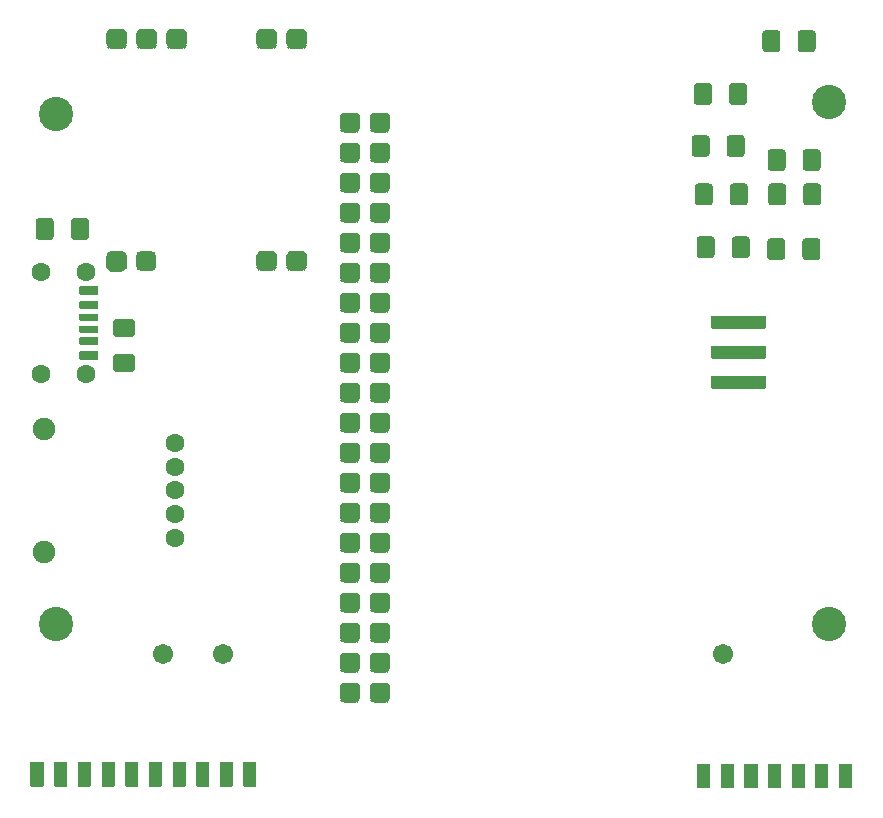
<source format=gbr>
G04 #@! TF.GenerationSoftware,KiCad,Pcbnew,5.1.9+dfsg1-1*
G04 #@! TF.CreationDate,2021-10-13T15:34:27+01:00*
G04 #@! TF.ProjectId,gbc_retrozero_screen_rev_b,6762635f-7265-4747-926f-7a65726f5f73,rev?*
G04 #@! TF.SameCoordinates,Original*
G04 #@! TF.FileFunction,Soldermask,Bot*
G04 #@! TF.FilePolarity,Negative*
%FSLAX46Y46*%
G04 Gerber Fmt 4.6, Leading zero omitted, Abs format (unit mm)*
G04 Created by KiCad (PCBNEW 5.1.9+dfsg1-1) date 2021-10-13 15:34:27*
%MOMM*%
%LPD*%
G01*
G04 APERTURE LIST*
%ADD10C,2.902000*%
%ADD11C,1.602000*%
%ADD12C,1.902000*%
%ADD13C,1.702000*%
%ADD14C,0.100000*%
G04 APERTURE END LIST*
G36*
G01*
X57769000Y-56275500D02*
X57769000Y-55424500D01*
G75*
G02*
X58194500Y-54999000I425500J0D01*
G01*
X59045500Y-54999000D01*
G75*
G02*
X59471000Y-55424500I0J-425500D01*
G01*
X59471000Y-56275500D01*
G75*
G02*
X59045500Y-56701000I-425500J0D01*
G01*
X58194500Y-56701000D01*
G75*
G02*
X57769000Y-56275500I0J425500D01*
G01*
G37*
G36*
G01*
X60309000Y-56275500D02*
X60309000Y-55424500D01*
G75*
G02*
X60734500Y-54999000I425500J0D01*
G01*
X61585500Y-54999000D01*
G75*
G02*
X62011000Y-55424500I0J-425500D01*
G01*
X62011000Y-56275500D01*
G75*
G02*
X61585500Y-56701000I-425500J0D01*
G01*
X60734500Y-56701000D01*
G75*
G02*
X60309000Y-56275500I0J425500D01*
G01*
G37*
G36*
G01*
X62849000Y-56275500D02*
X62849000Y-55424500D01*
G75*
G02*
X63274500Y-54999000I425500J0D01*
G01*
X64125500Y-54999000D01*
G75*
G02*
X64551000Y-55424500I0J-425500D01*
G01*
X64551000Y-56275500D01*
G75*
G02*
X64125500Y-56701000I-425500J0D01*
G01*
X63274500Y-56701000D01*
G75*
G02*
X62849000Y-56275500I0J425500D01*
G01*
G37*
G36*
G01*
X70469000Y-56275500D02*
X70469000Y-55424500D01*
G75*
G02*
X70894500Y-54999000I425500J0D01*
G01*
X71745500Y-54999000D01*
G75*
G02*
X72171000Y-55424500I0J-425500D01*
G01*
X72171000Y-56275500D01*
G75*
G02*
X71745500Y-56701000I-425500J0D01*
G01*
X70894500Y-56701000D01*
G75*
G02*
X70469000Y-56275500I0J425500D01*
G01*
G37*
G36*
G01*
X73009000Y-56275500D02*
X73009000Y-55424500D01*
G75*
G02*
X73434500Y-54999000I425500J0D01*
G01*
X74285500Y-54999000D01*
G75*
G02*
X74711000Y-55424500I0J-425500D01*
G01*
X74711000Y-56275500D01*
G75*
G02*
X74285500Y-56701000I-425500J0D01*
G01*
X73434500Y-56701000D01*
G75*
G02*
X73009000Y-56275500I0J425500D01*
G01*
G37*
G36*
G01*
X57769000Y-75122300D02*
X57769000Y-74271300D01*
G75*
G02*
X58194500Y-73845800I425500J0D01*
G01*
X59045500Y-73845800D01*
G75*
G02*
X59471000Y-74271300I0J-425500D01*
G01*
X59471000Y-75122300D01*
G75*
G02*
X59045500Y-75547800I-425500J0D01*
G01*
X58194500Y-75547800D01*
G75*
G02*
X57769000Y-75122300I0J425500D01*
G01*
G37*
G36*
G01*
X60270900Y-75084200D02*
X60270900Y-74233200D01*
G75*
G02*
X60696400Y-73807700I425500J0D01*
G01*
X61547400Y-73807700D01*
G75*
G02*
X61972900Y-74233200I0J-425500D01*
G01*
X61972900Y-75084200D01*
G75*
G02*
X61547400Y-75509700I-425500J0D01*
G01*
X60696400Y-75509700D01*
G75*
G02*
X60270900Y-75084200I0J425500D01*
G01*
G37*
G36*
G01*
X70469000Y-75084200D02*
X70469000Y-74233200D01*
G75*
G02*
X70894500Y-73807700I425500J0D01*
G01*
X71745500Y-73807700D01*
G75*
G02*
X72171000Y-74233200I0J-425500D01*
G01*
X72171000Y-75084200D01*
G75*
G02*
X71745500Y-75509700I-425500J0D01*
G01*
X70894500Y-75509700D01*
G75*
G02*
X70469000Y-75084200I0J425500D01*
G01*
G37*
G36*
G01*
X73009000Y-75084200D02*
X73009000Y-74233200D01*
G75*
G02*
X73434500Y-73807700I425500J0D01*
G01*
X74285500Y-73807700D01*
G75*
G02*
X74711000Y-74233200I0J-425500D01*
G01*
X74711000Y-75084200D01*
G75*
G02*
X74285500Y-75509700I-425500J0D01*
G01*
X73434500Y-75509700D01*
G75*
G02*
X73009000Y-75084200I0J425500D01*
G01*
G37*
G36*
G01*
X80514500Y-62099000D02*
X81365500Y-62099000D01*
G75*
G02*
X81791000Y-62524500I0J-425500D01*
G01*
X81791000Y-63375500D01*
G75*
G02*
X81365500Y-63801000I-425500J0D01*
G01*
X80514500Y-63801000D01*
G75*
G02*
X80089000Y-63375500I0J425500D01*
G01*
X80089000Y-62524500D01*
G75*
G02*
X80514500Y-62099000I425500J0D01*
G01*
G37*
G36*
G01*
X77974500Y-62099000D02*
X78825500Y-62099000D01*
G75*
G02*
X79251000Y-62524500I0J-425500D01*
G01*
X79251000Y-63375500D01*
G75*
G02*
X78825500Y-63801000I-425500J0D01*
G01*
X77974500Y-63801000D01*
G75*
G02*
X77549000Y-63375500I0J425500D01*
G01*
X77549000Y-62524500D01*
G75*
G02*
X77974500Y-62099000I425500J0D01*
G01*
G37*
G36*
G01*
X80514500Y-64639000D02*
X81365500Y-64639000D01*
G75*
G02*
X81791000Y-65064500I0J-425500D01*
G01*
X81791000Y-65915500D01*
G75*
G02*
X81365500Y-66341000I-425500J0D01*
G01*
X80514500Y-66341000D01*
G75*
G02*
X80089000Y-65915500I0J425500D01*
G01*
X80089000Y-65064500D01*
G75*
G02*
X80514500Y-64639000I425500J0D01*
G01*
G37*
G36*
G01*
X77974500Y-64639000D02*
X78825500Y-64639000D01*
G75*
G02*
X79251000Y-65064500I0J-425500D01*
G01*
X79251000Y-65915500D01*
G75*
G02*
X78825500Y-66341000I-425500J0D01*
G01*
X77974500Y-66341000D01*
G75*
G02*
X77549000Y-65915500I0J425500D01*
G01*
X77549000Y-65064500D01*
G75*
G02*
X77974500Y-64639000I425500J0D01*
G01*
G37*
G36*
G01*
X80514500Y-67179000D02*
X81365500Y-67179000D01*
G75*
G02*
X81791000Y-67604500I0J-425500D01*
G01*
X81791000Y-68455500D01*
G75*
G02*
X81365500Y-68881000I-425500J0D01*
G01*
X80514500Y-68881000D01*
G75*
G02*
X80089000Y-68455500I0J425500D01*
G01*
X80089000Y-67604500D01*
G75*
G02*
X80514500Y-67179000I425500J0D01*
G01*
G37*
G36*
G01*
X77974500Y-67179000D02*
X78825500Y-67179000D01*
G75*
G02*
X79251000Y-67604500I0J-425500D01*
G01*
X79251000Y-68455500D01*
G75*
G02*
X78825500Y-68881000I-425500J0D01*
G01*
X77974500Y-68881000D01*
G75*
G02*
X77549000Y-68455500I0J425500D01*
G01*
X77549000Y-67604500D01*
G75*
G02*
X77974500Y-67179000I425500J0D01*
G01*
G37*
G36*
G01*
X80514500Y-69719000D02*
X81365500Y-69719000D01*
G75*
G02*
X81791000Y-70144500I0J-425500D01*
G01*
X81791000Y-70995500D01*
G75*
G02*
X81365500Y-71421000I-425500J0D01*
G01*
X80514500Y-71421000D01*
G75*
G02*
X80089000Y-70995500I0J425500D01*
G01*
X80089000Y-70144500D01*
G75*
G02*
X80514500Y-69719000I425500J0D01*
G01*
G37*
G36*
G01*
X77974500Y-69719000D02*
X78825500Y-69719000D01*
G75*
G02*
X79251000Y-70144500I0J-425500D01*
G01*
X79251000Y-70995500D01*
G75*
G02*
X78825500Y-71421000I-425500J0D01*
G01*
X77974500Y-71421000D01*
G75*
G02*
X77549000Y-70995500I0J425500D01*
G01*
X77549000Y-70144500D01*
G75*
G02*
X77974500Y-69719000I425500J0D01*
G01*
G37*
G36*
G01*
X80514500Y-72259000D02*
X81365500Y-72259000D01*
G75*
G02*
X81791000Y-72684500I0J-425500D01*
G01*
X81791000Y-73535500D01*
G75*
G02*
X81365500Y-73961000I-425500J0D01*
G01*
X80514500Y-73961000D01*
G75*
G02*
X80089000Y-73535500I0J425500D01*
G01*
X80089000Y-72684500D01*
G75*
G02*
X80514500Y-72259000I425500J0D01*
G01*
G37*
G36*
G01*
X77974500Y-72259000D02*
X78825500Y-72259000D01*
G75*
G02*
X79251000Y-72684500I0J-425500D01*
G01*
X79251000Y-73535500D01*
G75*
G02*
X78825500Y-73961000I-425500J0D01*
G01*
X77974500Y-73961000D01*
G75*
G02*
X77549000Y-73535500I0J425500D01*
G01*
X77549000Y-72684500D01*
G75*
G02*
X77974500Y-72259000I425500J0D01*
G01*
G37*
G36*
G01*
X80514500Y-74799000D02*
X81365500Y-74799000D01*
G75*
G02*
X81791000Y-75224500I0J-425500D01*
G01*
X81791000Y-76075500D01*
G75*
G02*
X81365500Y-76501000I-425500J0D01*
G01*
X80514500Y-76501000D01*
G75*
G02*
X80089000Y-76075500I0J425500D01*
G01*
X80089000Y-75224500D01*
G75*
G02*
X80514500Y-74799000I425500J0D01*
G01*
G37*
G36*
G01*
X77974500Y-74799000D02*
X78825500Y-74799000D01*
G75*
G02*
X79251000Y-75224500I0J-425500D01*
G01*
X79251000Y-76075500D01*
G75*
G02*
X78825500Y-76501000I-425500J0D01*
G01*
X77974500Y-76501000D01*
G75*
G02*
X77549000Y-76075500I0J425500D01*
G01*
X77549000Y-75224500D01*
G75*
G02*
X77974500Y-74799000I425500J0D01*
G01*
G37*
G36*
G01*
X80514500Y-77339000D02*
X81365500Y-77339000D01*
G75*
G02*
X81791000Y-77764500I0J-425500D01*
G01*
X81791000Y-78615500D01*
G75*
G02*
X81365500Y-79041000I-425500J0D01*
G01*
X80514500Y-79041000D01*
G75*
G02*
X80089000Y-78615500I0J425500D01*
G01*
X80089000Y-77764500D01*
G75*
G02*
X80514500Y-77339000I425500J0D01*
G01*
G37*
G36*
G01*
X77974500Y-77339000D02*
X78825500Y-77339000D01*
G75*
G02*
X79251000Y-77764500I0J-425500D01*
G01*
X79251000Y-78615500D01*
G75*
G02*
X78825500Y-79041000I-425500J0D01*
G01*
X77974500Y-79041000D01*
G75*
G02*
X77549000Y-78615500I0J425500D01*
G01*
X77549000Y-77764500D01*
G75*
G02*
X77974500Y-77339000I425500J0D01*
G01*
G37*
G36*
G01*
X80514500Y-79879000D02*
X81365500Y-79879000D01*
G75*
G02*
X81791000Y-80304500I0J-425500D01*
G01*
X81791000Y-81155500D01*
G75*
G02*
X81365500Y-81581000I-425500J0D01*
G01*
X80514500Y-81581000D01*
G75*
G02*
X80089000Y-81155500I0J425500D01*
G01*
X80089000Y-80304500D01*
G75*
G02*
X80514500Y-79879000I425500J0D01*
G01*
G37*
G36*
G01*
X77974500Y-79879000D02*
X78825500Y-79879000D01*
G75*
G02*
X79251000Y-80304500I0J-425500D01*
G01*
X79251000Y-81155500D01*
G75*
G02*
X78825500Y-81581000I-425500J0D01*
G01*
X77974500Y-81581000D01*
G75*
G02*
X77549000Y-81155500I0J425500D01*
G01*
X77549000Y-80304500D01*
G75*
G02*
X77974500Y-79879000I425500J0D01*
G01*
G37*
G36*
G01*
X80514500Y-82419000D02*
X81365500Y-82419000D01*
G75*
G02*
X81791000Y-82844500I0J-425500D01*
G01*
X81791000Y-83695500D01*
G75*
G02*
X81365500Y-84121000I-425500J0D01*
G01*
X80514500Y-84121000D01*
G75*
G02*
X80089000Y-83695500I0J425500D01*
G01*
X80089000Y-82844500D01*
G75*
G02*
X80514500Y-82419000I425500J0D01*
G01*
G37*
G36*
G01*
X77974500Y-82419000D02*
X78825500Y-82419000D01*
G75*
G02*
X79251000Y-82844500I0J-425500D01*
G01*
X79251000Y-83695500D01*
G75*
G02*
X78825500Y-84121000I-425500J0D01*
G01*
X77974500Y-84121000D01*
G75*
G02*
X77549000Y-83695500I0J425500D01*
G01*
X77549000Y-82844500D01*
G75*
G02*
X77974500Y-82419000I425500J0D01*
G01*
G37*
G36*
G01*
X80514500Y-84959000D02*
X81365500Y-84959000D01*
G75*
G02*
X81791000Y-85384500I0J-425500D01*
G01*
X81791000Y-86235500D01*
G75*
G02*
X81365500Y-86661000I-425500J0D01*
G01*
X80514500Y-86661000D01*
G75*
G02*
X80089000Y-86235500I0J425500D01*
G01*
X80089000Y-85384500D01*
G75*
G02*
X80514500Y-84959000I425500J0D01*
G01*
G37*
G36*
G01*
X77974500Y-84959000D02*
X78825500Y-84959000D01*
G75*
G02*
X79251000Y-85384500I0J-425500D01*
G01*
X79251000Y-86235500D01*
G75*
G02*
X78825500Y-86661000I-425500J0D01*
G01*
X77974500Y-86661000D01*
G75*
G02*
X77549000Y-86235500I0J425500D01*
G01*
X77549000Y-85384500D01*
G75*
G02*
X77974500Y-84959000I425500J0D01*
G01*
G37*
G36*
G01*
X80514500Y-87499000D02*
X81365500Y-87499000D01*
G75*
G02*
X81791000Y-87924500I0J-425500D01*
G01*
X81791000Y-88775500D01*
G75*
G02*
X81365500Y-89201000I-425500J0D01*
G01*
X80514500Y-89201000D01*
G75*
G02*
X80089000Y-88775500I0J425500D01*
G01*
X80089000Y-87924500D01*
G75*
G02*
X80514500Y-87499000I425500J0D01*
G01*
G37*
G36*
G01*
X77974500Y-87499000D02*
X78825500Y-87499000D01*
G75*
G02*
X79251000Y-87924500I0J-425500D01*
G01*
X79251000Y-88775500D01*
G75*
G02*
X78825500Y-89201000I-425500J0D01*
G01*
X77974500Y-89201000D01*
G75*
G02*
X77549000Y-88775500I0J425500D01*
G01*
X77549000Y-87924500D01*
G75*
G02*
X77974500Y-87499000I425500J0D01*
G01*
G37*
G36*
G01*
X80514500Y-90039000D02*
X81365500Y-90039000D01*
G75*
G02*
X81791000Y-90464500I0J-425500D01*
G01*
X81791000Y-91315500D01*
G75*
G02*
X81365500Y-91741000I-425500J0D01*
G01*
X80514500Y-91741000D01*
G75*
G02*
X80089000Y-91315500I0J425500D01*
G01*
X80089000Y-90464500D01*
G75*
G02*
X80514500Y-90039000I425500J0D01*
G01*
G37*
G36*
G01*
X77974500Y-90039000D02*
X78825500Y-90039000D01*
G75*
G02*
X79251000Y-90464500I0J-425500D01*
G01*
X79251000Y-91315500D01*
G75*
G02*
X78825500Y-91741000I-425500J0D01*
G01*
X77974500Y-91741000D01*
G75*
G02*
X77549000Y-91315500I0J425500D01*
G01*
X77549000Y-90464500D01*
G75*
G02*
X77974500Y-90039000I425500J0D01*
G01*
G37*
G36*
G01*
X80514500Y-92579000D02*
X81365500Y-92579000D01*
G75*
G02*
X81791000Y-93004500I0J-425500D01*
G01*
X81791000Y-93855500D01*
G75*
G02*
X81365500Y-94281000I-425500J0D01*
G01*
X80514500Y-94281000D01*
G75*
G02*
X80089000Y-93855500I0J425500D01*
G01*
X80089000Y-93004500D01*
G75*
G02*
X80514500Y-92579000I425500J0D01*
G01*
G37*
G36*
G01*
X77974500Y-92579000D02*
X78825500Y-92579000D01*
G75*
G02*
X79251000Y-93004500I0J-425500D01*
G01*
X79251000Y-93855500D01*
G75*
G02*
X78825500Y-94281000I-425500J0D01*
G01*
X77974500Y-94281000D01*
G75*
G02*
X77549000Y-93855500I0J425500D01*
G01*
X77549000Y-93004500D01*
G75*
G02*
X77974500Y-92579000I425500J0D01*
G01*
G37*
G36*
G01*
X80514500Y-95119000D02*
X81365500Y-95119000D01*
G75*
G02*
X81791000Y-95544500I0J-425500D01*
G01*
X81791000Y-96395500D01*
G75*
G02*
X81365500Y-96821000I-425500J0D01*
G01*
X80514500Y-96821000D01*
G75*
G02*
X80089000Y-96395500I0J425500D01*
G01*
X80089000Y-95544500D01*
G75*
G02*
X80514500Y-95119000I425500J0D01*
G01*
G37*
G36*
G01*
X77974500Y-95119000D02*
X78825500Y-95119000D01*
G75*
G02*
X79251000Y-95544500I0J-425500D01*
G01*
X79251000Y-96395500D01*
G75*
G02*
X78825500Y-96821000I-425500J0D01*
G01*
X77974500Y-96821000D01*
G75*
G02*
X77549000Y-96395500I0J425500D01*
G01*
X77549000Y-95544500D01*
G75*
G02*
X77974500Y-95119000I425500J0D01*
G01*
G37*
G36*
G01*
X80514500Y-97659000D02*
X81365500Y-97659000D01*
G75*
G02*
X81791000Y-98084500I0J-425500D01*
G01*
X81791000Y-98935500D01*
G75*
G02*
X81365500Y-99361000I-425500J0D01*
G01*
X80514500Y-99361000D01*
G75*
G02*
X80089000Y-98935500I0J425500D01*
G01*
X80089000Y-98084500D01*
G75*
G02*
X80514500Y-97659000I425500J0D01*
G01*
G37*
G36*
G01*
X77974500Y-97659000D02*
X78825500Y-97659000D01*
G75*
G02*
X79251000Y-98084500I0J-425500D01*
G01*
X79251000Y-98935500D01*
G75*
G02*
X78825500Y-99361000I-425500J0D01*
G01*
X77974500Y-99361000D01*
G75*
G02*
X77549000Y-98935500I0J425500D01*
G01*
X77549000Y-98084500D01*
G75*
G02*
X77974500Y-97659000I425500J0D01*
G01*
G37*
G36*
G01*
X80514500Y-100199000D02*
X81365500Y-100199000D01*
G75*
G02*
X81791000Y-100624500I0J-425500D01*
G01*
X81791000Y-101475500D01*
G75*
G02*
X81365500Y-101901000I-425500J0D01*
G01*
X80514500Y-101901000D01*
G75*
G02*
X80089000Y-101475500I0J425500D01*
G01*
X80089000Y-100624500D01*
G75*
G02*
X80514500Y-100199000I425500J0D01*
G01*
G37*
G36*
G01*
X77974500Y-100199000D02*
X78825500Y-100199000D01*
G75*
G02*
X79251000Y-100624500I0J-425500D01*
G01*
X79251000Y-101475500D01*
G75*
G02*
X78825500Y-101901000I-425500J0D01*
G01*
X77974500Y-101901000D01*
G75*
G02*
X77549000Y-101475500I0J425500D01*
G01*
X77549000Y-100624500D01*
G75*
G02*
X77974500Y-100199000I425500J0D01*
G01*
G37*
G36*
G01*
X80514500Y-102739000D02*
X81365500Y-102739000D01*
G75*
G02*
X81791000Y-103164500I0J-425500D01*
G01*
X81791000Y-104015500D01*
G75*
G02*
X81365500Y-104441000I-425500J0D01*
G01*
X80514500Y-104441000D01*
G75*
G02*
X80089000Y-104015500I0J425500D01*
G01*
X80089000Y-103164500D01*
G75*
G02*
X80514500Y-102739000I425500J0D01*
G01*
G37*
G36*
G01*
X77974500Y-102739000D02*
X78825500Y-102739000D01*
G75*
G02*
X79251000Y-103164500I0J-425500D01*
G01*
X79251000Y-104015500D01*
G75*
G02*
X78825500Y-104441000I-425500J0D01*
G01*
X77974500Y-104441000D01*
G75*
G02*
X77549000Y-104015500I0J425500D01*
G01*
X77549000Y-103164500D01*
G75*
G02*
X77974500Y-102739000I425500J0D01*
G01*
G37*
G36*
G01*
X80514500Y-105279000D02*
X81365500Y-105279000D01*
G75*
G02*
X81791000Y-105704500I0J-425500D01*
G01*
X81791000Y-106555500D01*
G75*
G02*
X81365500Y-106981000I-425500J0D01*
G01*
X80514500Y-106981000D01*
G75*
G02*
X80089000Y-106555500I0J425500D01*
G01*
X80089000Y-105704500D01*
G75*
G02*
X80514500Y-105279000I425500J0D01*
G01*
G37*
G36*
G01*
X77974500Y-105279000D02*
X78825500Y-105279000D01*
G75*
G02*
X79251000Y-105704500I0J-425500D01*
G01*
X79251000Y-106555500D01*
G75*
G02*
X78825500Y-106981000I-425500J0D01*
G01*
X77974500Y-106981000D01*
G75*
G02*
X77549000Y-106555500I0J425500D01*
G01*
X77549000Y-105704500D01*
G75*
G02*
X77974500Y-105279000I425500J0D01*
G01*
G37*
G36*
G01*
X80514500Y-107819000D02*
X81365500Y-107819000D01*
G75*
G02*
X81791000Y-108244500I0J-425500D01*
G01*
X81791000Y-109095500D01*
G75*
G02*
X81365500Y-109521000I-425500J0D01*
G01*
X80514500Y-109521000D01*
G75*
G02*
X80089000Y-109095500I0J425500D01*
G01*
X80089000Y-108244500D01*
G75*
G02*
X80514500Y-107819000I425500J0D01*
G01*
G37*
G36*
G01*
X77974500Y-107819000D02*
X78825500Y-107819000D01*
G75*
G02*
X79251000Y-108244500I0J-425500D01*
G01*
X79251000Y-109095500D01*
G75*
G02*
X78825500Y-109521000I-425500J0D01*
G01*
X77974500Y-109521000D01*
G75*
G02*
X77549000Y-109095500I0J425500D01*
G01*
X77549000Y-108244500D01*
G75*
G02*
X77974500Y-107819000I425500J0D01*
G01*
G37*
G36*
G01*
X80514500Y-110359000D02*
X81365500Y-110359000D01*
G75*
G02*
X81791000Y-110784500I0J-425500D01*
G01*
X81791000Y-111635500D01*
G75*
G02*
X81365500Y-112061000I-425500J0D01*
G01*
X80514500Y-112061000D01*
G75*
G02*
X80089000Y-111635500I0J425500D01*
G01*
X80089000Y-110784500D01*
G75*
G02*
X80514500Y-110359000I425500J0D01*
G01*
G37*
G36*
G01*
X77974500Y-110359000D02*
X78825500Y-110359000D01*
G75*
G02*
X79251000Y-110784500I0J-425500D01*
G01*
X79251000Y-111635500D01*
G75*
G02*
X78825500Y-112061000I-425500J0D01*
G01*
X77974500Y-112061000D01*
G75*
G02*
X77549000Y-111635500I0J425500D01*
G01*
X77549000Y-110784500D01*
G75*
G02*
X77974500Y-110359000I425500J0D01*
G01*
G37*
G36*
G01*
X51776500Y-72608106D02*
X51776500Y-71291894D01*
G75*
G02*
X52044394Y-71024000I267894J0D01*
G01*
X53035606Y-71024000D01*
G75*
G02*
X53303500Y-71291894I0J-267894D01*
G01*
X53303500Y-72608106D01*
G75*
G02*
X53035606Y-72876000I-267894J0D01*
G01*
X52044394Y-72876000D01*
G75*
G02*
X51776500Y-72608106I0J267894D01*
G01*
G37*
G36*
G01*
X54751500Y-72608106D02*
X54751500Y-71291894D01*
G75*
G02*
X55019394Y-71024000I267894J0D01*
G01*
X56010606Y-71024000D01*
G75*
G02*
X56278500Y-71291894I0J-267894D01*
G01*
X56278500Y-72608106D01*
G75*
G02*
X56010606Y-72876000I-267894J0D01*
G01*
X55019394Y-72876000D01*
G75*
G02*
X54751500Y-72608106I0J267894D01*
G01*
G37*
D10*
X53526280Y-105401680D03*
X118918580Y-61203140D03*
X53513580Y-62219140D03*
X118918580Y-105399140D03*
G36*
G01*
X113530800Y-82940280D02*
X109030800Y-82940280D01*
G75*
G02*
X108979800Y-82889280I0J51000D01*
G01*
X108979800Y-81889280D01*
G75*
G02*
X109030800Y-81838280I51000J0D01*
G01*
X113530800Y-81838280D01*
G75*
G02*
X113581800Y-81889280I0J-51000D01*
G01*
X113581800Y-82889280D01*
G75*
G02*
X113530800Y-82940280I-51000J0D01*
G01*
G37*
G36*
G01*
X113530800Y-80400280D02*
X109030800Y-80400280D01*
G75*
G02*
X108979800Y-80349280I0J51000D01*
G01*
X108979800Y-79349280D01*
G75*
G02*
X109030800Y-79298280I51000J0D01*
G01*
X113530800Y-79298280D01*
G75*
G02*
X113581800Y-79349280I0J-51000D01*
G01*
X113581800Y-80349280D01*
G75*
G02*
X113530800Y-80400280I-51000J0D01*
G01*
G37*
G36*
G01*
X113530800Y-85480280D02*
X109030800Y-85480280D01*
G75*
G02*
X108979800Y-85429280I0J51000D01*
G01*
X108979800Y-84429280D01*
G75*
G02*
X109030800Y-84378280I51000J0D01*
G01*
X113530800Y-84378280D01*
G75*
G02*
X113581800Y-84429280I0J-51000D01*
G01*
X113581800Y-85429280D01*
G75*
G02*
X113530800Y-85480280I-51000J0D01*
G01*
G37*
D11*
X63569440Y-90070240D03*
X63569440Y-92076840D03*
X63569440Y-94083440D03*
X63569440Y-96090040D03*
X63569440Y-98096640D03*
D12*
X52444240Y-99252340D03*
X52456940Y-88914540D03*
G36*
G01*
X59908106Y-81088500D02*
X58591894Y-81088500D01*
G75*
G02*
X58324000Y-80820606I0J267894D01*
G01*
X58324000Y-79829394D01*
G75*
G02*
X58591894Y-79561500I267894J0D01*
G01*
X59908106Y-79561500D01*
G75*
G02*
X60176000Y-79829394I0J-267894D01*
G01*
X60176000Y-80820606D01*
G75*
G02*
X59908106Y-81088500I-267894J0D01*
G01*
G37*
G36*
G01*
X59908106Y-84063500D02*
X58591894Y-84063500D01*
G75*
G02*
X58324000Y-83795606I0J267894D01*
G01*
X58324000Y-82804394D01*
G75*
G02*
X58591894Y-82536500I267894J0D01*
G01*
X59908106Y-82536500D01*
G75*
G02*
X60176000Y-82804394I0J-267894D01*
G01*
X60176000Y-83795606D01*
G75*
G02*
X59908106Y-84063500I-267894J0D01*
G01*
G37*
G36*
G01*
X115318500Y-68361894D02*
X115318500Y-69678106D01*
G75*
G02*
X115050606Y-69946000I-267894J0D01*
G01*
X114059394Y-69946000D01*
G75*
G02*
X113791500Y-69678106I0J267894D01*
G01*
X113791500Y-68361894D01*
G75*
G02*
X114059394Y-68094000I267894J0D01*
G01*
X115050606Y-68094000D01*
G75*
G02*
X115318500Y-68361894I0J-267894D01*
G01*
G37*
G36*
G01*
X118293500Y-68361894D02*
X118293500Y-69678106D01*
G75*
G02*
X118025606Y-69946000I-267894J0D01*
G01*
X117034394Y-69946000D01*
G75*
G02*
X116766500Y-69678106I0J267894D01*
G01*
X116766500Y-68361894D01*
G75*
G02*
X117034394Y-68094000I267894J0D01*
G01*
X118025606Y-68094000D01*
G75*
G02*
X118293500Y-68361894I0J-267894D01*
G01*
G37*
G36*
G01*
X112068500Y-68361894D02*
X112068500Y-69678106D01*
G75*
G02*
X111800606Y-69946000I-267894J0D01*
G01*
X110809394Y-69946000D01*
G75*
G02*
X110541500Y-69678106I0J267894D01*
G01*
X110541500Y-68361894D01*
G75*
G02*
X110809394Y-68094000I267894J0D01*
G01*
X111800606Y-68094000D01*
G75*
G02*
X112068500Y-68361894I0J-267894D01*
G01*
G37*
G36*
G01*
X109093500Y-68361894D02*
X109093500Y-69678106D01*
G75*
G02*
X108825606Y-69946000I-267894J0D01*
G01*
X107834394Y-69946000D01*
G75*
G02*
X107566500Y-69678106I0J267894D01*
G01*
X107566500Y-68361894D01*
G75*
G02*
X107834394Y-68094000I267894J0D01*
G01*
X108825606Y-68094000D01*
G75*
G02*
X109093500Y-68361894I0J-267894D01*
G01*
G37*
G36*
G01*
X113306500Y-56698106D02*
X113306500Y-55381894D01*
G75*
G02*
X113574394Y-55114000I267894J0D01*
G01*
X114565606Y-55114000D01*
G75*
G02*
X114833500Y-55381894I0J-267894D01*
G01*
X114833500Y-56698106D01*
G75*
G02*
X114565606Y-56966000I-267894J0D01*
G01*
X113574394Y-56966000D01*
G75*
G02*
X113306500Y-56698106I0J267894D01*
G01*
G37*
G36*
G01*
X116281500Y-56698106D02*
X116281500Y-55381894D01*
G75*
G02*
X116549394Y-55114000I267894J0D01*
G01*
X117540606Y-55114000D01*
G75*
G02*
X117808500Y-55381894I0J-267894D01*
G01*
X117808500Y-56698106D01*
G75*
G02*
X117540606Y-56966000I-267894J0D01*
G01*
X116549394Y-56966000D01*
G75*
G02*
X116281500Y-56698106I0J267894D01*
G01*
G37*
G36*
G01*
X109023500Y-59861894D02*
X109023500Y-61178106D01*
G75*
G02*
X108755606Y-61446000I-267894J0D01*
G01*
X107764394Y-61446000D01*
G75*
G02*
X107496500Y-61178106I0J267894D01*
G01*
X107496500Y-59861894D01*
G75*
G02*
X107764394Y-59594000I267894J0D01*
G01*
X108755606Y-59594000D01*
G75*
G02*
X109023500Y-59861894I0J-267894D01*
G01*
G37*
G36*
G01*
X111998500Y-59861894D02*
X111998500Y-61178106D01*
G75*
G02*
X111730606Y-61446000I-267894J0D01*
G01*
X110739394Y-61446000D01*
G75*
G02*
X110471500Y-61178106I0J267894D01*
G01*
X110471500Y-59861894D01*
G75*
G02*
X110739394Y-59594000I267894J0D01*
G01*
X111730606Y-59594000D01*
G75*
G02*
X111998500Y-59861894I0J-267894D01*
G01*
G37*
G36*
G01*
X118213500Y-72991894D02*
X118213500Y-74308106D01*
G75*
G02*
X117945606Y-74576000I-267894J0D01*
G01*
X116954394Y-74576000D01*
G75*
G02*
X116686500Y-74308106I0J267894D01*
G01*
X116686500Y-72991894D01*
G75*
G02*
X116954394Y-72724000I267894J0D01*
G01*
X117945606Y-72724000D01*
G75*
G02*
X118213500Y-72991894I0J-267894D01*
G01*
G37*
G36*
G01*
X115238500Y-72991894D02*
X115238500Y-74308106D01*
G75*
G02*
X114970606Y-74576000I-267894J0D01*
G01*
X113979394Y-74576000D01*
G75*
G02*
X113711500Y-74308106I0J267894D01*
G01*
X113711500Y-72991894D01*
G75*
G02*
X113979394Y-72724000I267894J0D01*
G01*
X114970606Y-72724000D01*
G75*
G02*
X115238500Y-72991894I0J-267894D01*
G01*
G37*
G36*
G01*
X110701500Y-74158106D02*
X110701500Y-72841894D01*
G75*
G02*
X110969394Y-72574000I267894J0D01*
G01*
X111960606Y-72574000D01*
G75*
G02*
X112228500Y-72841894I0J-267894D01*
G01*
X112228500Y-74158106D01*
G75*
G02*
X111960606Y-74426000I-267894J0D01*
G01*
X110969394Y-74426000D01*
G75*
G02*
X110701500Y-74158106I0J267894D01*
G01*
G37*
G36*
G01*
X107726500Y-74158106D02*
X107726500Y-72841894D01*
G75*
G02*
X107994394Y-72574000I267894J0D01*
G01*
X108985606Y-72574000D01*
G75*
G02*
X109253500Y-72841894I0J-267894D01*
G01*
X109253500Y-74158106D01*
G75*
G02*
X108985606Y-74426000I-267894J0D01*
G01*
X107994394Y-74426000D01*
G75*
G02*
X107726500Y-74158106I0J267894D01*
G01*
G37*
G36*
G01*
X115268500Y-65451894D02*
X115268500Y-66768106D01*
G75*
G02*
X115000606Y-67036000I-267894J0D01*
G01*
X114009394Y-67036000D01*
G75*
G02*
X113741500Y-66768106I0J267894D01*
G01*
X113741500Y-65451894D01*
G75*
G02*
X114009394Y-65184000I267894J0D01*
G01*
X115000606Y-65184000D01*
G75*
G02*
X115268500Y-65451894I0J-267894D01*
G01*
G37*
G36*
G01*
X118243500Y-65451894D02*
X118243500Y-66768106D01*
G75*
G02*
X117975606Y-67036000I-267894J0D01*
G01*
X116984394Y-67036000D01*
G75*
G02*
X116716500Y-66768106I0J267894D01*
G01*
X116716500Y-65451894D01*
G75*
G02*
X116984394Y-65184000I267894J0D01*
G01*
X117975606Y-65184000D01*
G75*
G02*
X118243500Y-65451894I0J-267894D01*
G01*
G37*
G36*
G01*
X111803500Y-64261894D02*
X111803500Y-65578106D01*
G75*
G02*
X111535606Y-65846000I-267894J0D01*
G01*
X110544394Y-65846000D01*
G75*
G02*
X110276500Y-65578106I0J267894D01*
G01*
X110276500Y-64261894D01*
G75*
G02*
X110544394Y-63994000I267894J0D01*
G01*
X111535606Y-63994000D01*
G75*
G02*
X111803500Y-64261894I0J-267894D01*
G01*
G37*
G36*
G01*
X108828500Y-64261894D02*
X108828500Y-65578106D01*
G75*
G02*
X108560606Y-65846000I-267894J0D01*
G01*
X107569394Y-65846000D01*
G75*
G02*
X107301500Y-65578106I0J267894D01*
G01*
X107301500Y-64261894D01*
G75*
G02*
X107569394Y-63994000I267894J0D01*
G01*
X108560606Y-63994000D01*
G75*
G02*
X108828500Y-64261894I0J-267894D01*
G01*
G37*
G36*
G01*
X55524000Y-79101000D02*
X57024000Y-79101000D01*
G75*
G02*
X57075000Y-79152000I0J-51000D01*
G01*
X57075000Y-79652000D01*
G75*
G02*
X57024000Y-79703000I-51000J0D01*
G01*
X55524000Y-79703000D01*
G75*
G02*
X55473000Y-79652000I0J51000D01*
G01*
X55473000Y-79152000D01*
G75*
G02*
X55524000Y-79101000I51000J0D01*
G01*
G37*
G36*
G01*
X55529080Y-80117000D02*
X57029080Y-80117000D01*
G75*
G02*
X57080080Y-80168000I0J-51000D01*
G01*
X57080080Y-80668000D01*
G75*
G02*
X57029080Y-80719000I-51000J0D01*
G01*
X55529080Y-80719000D01*
G75*
G02*
X55478080Y-80668000I0J51000D01*
G01*
X55478080Y-80168000D01*
G75*
G02*
X55529080Y-80117000I51000J0D01*
G01*
G37*
G36*
G01*
X55529080Y-81127920D02*
X57029080Y-81127920D01*
G75*
G02*
X57080080Y-81178920I0J-51000D01*
G01*
X57080080Y-81678920D01*
G75*
G02*
X57029080Y-81729920I-51000J0D01*
G01*
X55529080Y-81729920D01*
G75*
G02*
X55478080Y-81678920I0J51000D01*
G01*
X55478080Y-81178920D01*
G75*
G02*
X55529080Y-81127920I51000J0D01*
G01*
G37*
G36*
G01*
X55518920Y-78079920D02*
X57018920Y-78079920D01*
G75*
G02*
X57069920Y-78130920I0J-51000D01*
G01*
X57069920Y-78630920D01*
G75*
G02*
X57018920Y-78681920I-51000J0D01*
G01*
X55518920Y-78681920D01*
G75*
G02*
X55467920Y-78630920I0J51000D01*
G01*
X55467920Y-78130920D01*
G75*
G02*
X55518920Y-78079920I51000J0D01*
G01*
G37*
G36*
G01*
X55529080Y-82307280D02*
X57029080Y-82307280D01*
G75*
G02*
X57080080Y-82358280I0J-51000D01*
G01*
X57080080Y-82958280D01*
G75*
G02*
X57029080Y-83009280I-51000J0D01*
G01*
X55529080Y-83009280D01*
G75*
G02*
X55478080Y-82958280I0J51000D01*
G01*
X55478080Y-82358280D01*
G75*
G02*
X55529080Y-82307280I51000J0D01*
G01*
G37*
G36*
G01*
X55518920Y-76800560D02*
X57018920Y-76800560D01*
G75*
G02*
X57069920Y-76851560I0J-51000D01*
G01*
X57069920Y-77451560D01*
G75*
G02*
X57018920Y-77502560I-51000J0D01*
G01*
X55518920Y-77502560D01*
G75*
G02*
X55467920Y-77451560I0J51000D01*
G01*
X55467920Y-76851560D01*
G75*
G02*
X55518920Y-76800560I51000J0D01*
G01*
G37*
D11*
X56020000Y-84228000D03*
X56020000Y-75592000D03*
X52222700Y-75592000D03*
X52222700Y-84228000D03*
G36*
G01*
X57350840Y-119110000D02*
X57350840Y-117110000D01*
G75*
G02*
X57401840Y-117059000I51000J0D01*
G01*
X58401840Y-117059000D01*
G75*
G02*
X58452840Y-117110000I0J-51000D01*
G01*
X58452840Y-119110000D01*
G75*
G02*
X58401840Y-119161000I-51000J0D01*
G01*
X57401840Y-119161000D01*
G75*
G02*
X57350840Y-119110000I0J51000D01*
G01*
G37*
G36*
G01*
X59352360Y-119110000D02*
X59352360Y-117110000D01*
G75*
G02*
X59403360Y-117059000I51000J0D01*
G01*
X60403360Y-117059000D01*
G75*
G02*
X60454360Y-117110000I0J-51000D01*
G01*
X60454360Y-119110000D01*
G75*
G02*
X60403360Y-119161000I-51000J0D01*
G01*
X59403360Y-119161000D01*
G75*
G02*
X59352360Y-119110000I0J51000D01*
G01*
G37*
G36*
G01*
X61353880Y-119110000D02*
X61353880Y-117110000D01*
G75*
G02*
X61404880Y-117059000I51000J0D01*
G01*
X62404880Y-117059000D01*
G75*
G02*
X62455880Y-117110000I0J-51000D01*
G01*
X62455880Y-119110000D01*
G75*
G02*
X62404880Y-119161000I-51000J0D01*
G01*
X61404880Y-119161000D01*
G75*
G02*
X61353880Y-119110000I0J51000D01*
G01*
G37*
G36*
G01*
X63360480Y-119110000D02*
X63360480Y-117110000D01*
G75*
G02*
X63411480Y-117059000I51000J0D01*
G01*
X64411480Y-117059000D01*
G75*
G02*
X64462480Y-117110000I0J-51000D01*
G01*
X64462480Y-119110000D01*
G75*
G02*
X64411480Y-119161000I-51000J0D01*
G01*
X63411480Y-119161000D01*
G75*
G02*
X63360480Y-119110000I0J51000D01*
G01*
G37*
G36*
G01*
X65362000Y-119110000D02*
X65362000Y-117110000D01*
G75*
G02*
X65413000Y-117059000I51000J0D01*
G01*
X66413000Y-117059000D01*
G75*
G02*
X66464000Y-117110000I0J-51000D01*
G01*
X66464000Y-119110000D01*
G75*
G02*
X66413000Y-119161000I-51000J0D01*
G01*
X65413000Y-119161000D01*
G75*
G02*
X65362000Y-119110000I0J51000D01*
G01*
G37*
G36*
G01*
X55349320Y-119110000D02*
X55349320Y-117110000D01*
G75*
G02*
X55400320Y-117059000I51000J0D01*
G01*
X56400320Y-117059000D01*
G75*
G02*
X56451320Y-117110000I0J-51000D01*
G01*
X56451320Y-119110000D01*
G75*
G02*
X56400320Y-119161000I-51000J0D01*
G01*
X55400320Y-119161000D01*
G75*
G02*
X55349320Y-119110000I0J51000D01*
G01*
G37*
G36*
G01*
X67363520Y-119110000D02*
X67363520Y-117110000D01*
G75*
G02*
X67414520Y-117059000I51000J0D01*
G01*
X68414520Y-117059000D01*
G75*
G02*
X68465520Y-117110000I0J-51000D01*
G01*
X68465520Y-119110000D01*
G75*
G02*
X68414520Y-119161000I-51000J0D01*
G01*
X67414520Y-119161000D01*
G75*
G02*
X67363520Y-119110000I0J51000D01*
G01*
G37*
G36*
G01*
X69365040Y-119110000D02*
X69365040Y-117110000D01*
G75*
G02*
X69416040Y-117059000I51000J0D01*
G01*
X70416040Y-117059000D01*
G75*
G02*
X70467040Y-117110000I0J-51000D01*
G01*
X70467040Y-119110000D01*
G75*
G02*
X70416040Y-119161000I-51000J0D01*
G01*
X69416040Y-119161000D01*
G75*
G02*
X69365040Y-119110000I0J51000D01*
G01*
G37*
G36*
G01*
X53342720Y-119110000D02*
X53342720Y-117110000D01*
G75*
G02*
X53393720Y-117059000I51000J0D01*
G01*
X54393720Y-117059000D01*
G75*
G02*
X54444720Y-117110000I0J-51000D01*
G01*
X54444720Y-119110000D01*
G75*
G02*
X54393720Y-119161000I-51000J0D01*
G01*
X53393720Y-119161000D01*
G75*
G02*
X53342720Y-119110000I0J51000D01*
G01*
G37*
G36*
G01*
X51336120Y-119110000D02*
X51336120Y-117110000D01*
G75*
G02*
X51387120Y-117059000I51000J0D01*
G01*
X52387120Y-117059000D01*
G75*
G02*
X52438120Y-117110000I0J-51000D01*
G01*
X52438120Y-119110000D01*
G75*
G02*
X52387120Y-119161000I-51000J0D01*
G01*
X51387120Y-119161000D01*
G75*
G02*
X51336120Y-119110000I0J51000D01*
G01*
G37*
D13*
X109931200Y-107899200D03*
X62534800Y-107899200D03*
X67614800Y-107899200D03*
G36*
G01*
X111788120Y-119262400D02*
X111788120Y-117262400D01*
G75*
G02*
X111839120Y-117211400I51000J0D01*
G01*
X112839120Y-117211400D01*
G75*
G02*
X112890120Y-117262400I0J-51000D01*
G01*
X112890120Y-119262400D01*
G75*
G02*
X112839120Y-119313400I-51000J0D01*
G01*
X111839120Y-119313400D01*
G75*
G02*
X111788120Y-119262400I0J51000D01*
G01*
G37*
G36*
G01*
X113789640Y-119262400D02*
X113789640Y-117262400D01*
G75*
G02*
X113840640Y-117211400I51000J0D01*
G01*
X114840640Y-117211400D01*
G75*
G02*
X114891640Y-117262400I0J-51000D01*
G01*
X114891640Y-119262400D01*
G75*
G02*
X114840640Y-119313400I-51000J0D01*
G01*
X113840640Y-119313400D01*
G75*
G02*
X113789640Y-119262400I0J51000D01*
G01*
G37*
G36*
G01*
X115791160Y-119262400D02*
X115791160Y-117262400D01*
G75*
G02*
X115842160Y-117211400I51000J0D01*
G01*
X116842160Y-117211400D01*
G75*
G02*
X116893160Y-117262400I0J-51000D01*
G01*
X116893160Y-119262400D01*
G75*
G02*
X116842160Y-119313400I-51000J0D01*
G01*
X115842160Y-119313400D01*
G75*
G02*
X115791160Y-119262400I0J51000D01*
G01*
G37*
G36*
G01*
X117792680Y-119262400D02*
X117792680Y-117262400D01*
G75*
G02*
X117843680Y-117211400I51000J0D01*
G01*
X118843680Y-117211400D01*
G75*
G02*
X118894680Y-117262400I0J-51000D01*
G01*
X118894680Y-119262400D01*
G75*
G02*
X118843680Y-119313400I-51000J0D01*
G01*
X117843680Y-119313400D01*
G75*
G02*
X117792680Y-119262400I0J51000D01*
G01*
G37*
G36*
G01*
X119794200Y-119262400D02*
X119794200Y-117262400D01*
G75*
G02*
X119845200Y-117211400I51000J0D01*
G01*
X120845200Y-117211400D01*
G75*
G02*
X120896200Y-117262400I0J-51000D01*
G01*
X120896200Y-119262400D01*
G75*
G02*
X120845200Y-119313400I-51000J0D01*
G01*
X119845200Y-119313400D01*
G75*
G02*
X119794200Y-119262400I0J51000D01*
G01*
G37*
G36*
G01*
X109786600Y-119262400D02*
X109786600Y-117262400D01*
G75*
G02*
X109837600Y-117211400I51000J0D01*
G01*
X110837600Y-117211400D01*
G75*
G02*
X110888600Y-117262400I0J-51000D01*
G01*
X110888600Y-119262400D01*
G75*
G02*
X110837600Y-119313400I-51000J0D01*
G01*
X109837600Y-119313400D01*
G75*
G02*
X109786600Y-119262400I0J51000D01*
G01*
G37*
G36*
G01*
X107780000Y-119262400D02*
X107780000Y-117262400D01*
G75*
G02*
X107831000Y-117211400I51000J0D01*
G01*
X108831000Y-117211400D01*
G75*
G02*
X108882000Y-117262400I0J-51000D01*
G01*
X108882000Y-119262400D01*
G75*
G02*
X108831000Y-119313400I-51000J0D01*
G01*
X107831000Y-119313400D01*
G75*
G02*
X107780000Y-119262400I0J51000D01*
G01*
G37*
D14*
G36*
X80090990Y-111635304D02*
G01*
X80099146Y-111718116D01*
X80123246Y-111797563D01*
X80162381Y-111870779D01*
X80215047Y-111934953D01*
X80279221Y-111987619D01*
X80352437Y-112026754D01*
X80431884Y-112050854D01*
X80514696Y-112059010D01*
X80516322Y-112060175D01*
X80516126Y-112062165D01*
X80514500Y-112063000D01*
X80458140Y-112063000D01*
X80457944Y-112062990D01*
X80381106Y-112055422D01*
X80380721Y-112055346D01*
X80312734Y-112034722D01*
X80312372Y-112034572D01*
X80249722Y-112001085D01*
X80249396Y-112000867D01*
X80194479Y-111955798D01*
X80194202Y-111955521D01*
X80149133Y-111900604D01*
X80148915Y-111900278D01*
X80115428Y-111837628D01*
X80115278Y-111837266D01*
X80094654Y-111769279D01*
X80094578Y-111768894D01*
X80087010Y-111692056D01*
X80087000Y-111691860D01*
X80087000Y-111635500D01*
X80088000Y-111633768D01*
X80090000Y-111633768D01*
X80090990Y-111635304D01*
G37*
G36*
X79252165Y-111633874D02*
G01*
X79253000Y-111635500D01*
X79253000Y-111691860D01*
X79252990Y-111692056D01*
X79245422Y-111768894D01*
X79245346Y-111769279D01*
X79224722Y-111837266D01*
X79224572Y-111837628D01*
X79191085Y-111900278D01*
X79190867Y-111900604D01*
X79145798Y-111955521D01*
X79145521Y-111955798D01*
X79090604Y-112000867D01*
X79090278Y-112001085D01*
X79027628Y-112034572D01*
X79027266Y-112034722D01*
X78959279Y-112055346D01*
X78958894Y-112055422D01*
X78882056Y-112062990D01*
X78881860Y-112063000D01*
X78825500Y-112063000D01*
X78823768Y-112062000D01*
X78823768Y-112060000D01*
X78825304Y-112059010D01*
X78908116Y-112050854D01*
X78987563Y-112026754D01*
X79060779Y-111987619D01*
X79124953Y-111934953D01*
X79177619Y-111870779D01*
X79216754Y-111797563D01*
X79240854Y-111718116D01*
X79249010Y-111635304D01*
X79250175Y-111633678D01*
X79252165Y-111633874D01*
G37*
G36*
X77550990Y-111635304D02*
G01*
X77559146Y-111718116D01*
X77583246Y-111797563D01*
X77622381Y-111870779D01*
X77675047Y-111934953D01*
X77739221Y-111987619D01*
X77812437Y-112026754D01*
X77891884Y-112050854D01*
X77974696Y-112059010D01*
X77976322Y-112060175D01*
X77976126Y-112062165D01*
X77974500Y-112063000D01*
X77918140Y-112063000D01*
X77917944Y-112062990D01*
X77841106Y-112055422D01*
X77840721Y-112055346D01*
X77772734Y-112034722D01*
X77772372Y-112034572D01*
X77709722Y-112001085D01*
X77709396Y-112000867D01*
X77654479Y-111955798D01*
X77654202Y-111955521D01*
X77609133Y-111900604D01*
X77608915Y-111900278D01*
X77575428Y-111837628D01*
X77575278Y-111837266D01*
X77554654Y-111769279D01*
X77554578Y-111768894D01*
X77547010Y-111692056D01*
X77547000Y-111691860D01*
X77547000Y-111635500D01*
X77548000Y-111633768D01*
X77550000Y-111633768D01*
X77550990Y-111635304D01*
G37*
G36*
X81792165Y-111633874D02*
G01*
X81793000Y-111635500D01*
X81793000Y-111691860D01*
X81792990Y-111692056D01*
X81785422Y-111768894D01*
X81785346Y-111769279D01*
X81764722Y-111837266D01*
X81764572Y-111837628D01*
X81731085Y-111900278D01*
X81730867Y-111900604D01*
X81685798Y-111955521D01*
X81685521Y-111955798D01*
X81630604Y-112000867D01*
X81630278Y-112001085D01*
X81567628Y-112034572D01*
X81567266Y-112034722D01*
X81499279Y-112055346D01*
X81498894Y-112055422D01*
X81422056Y-112062990D01*
X81421860Y-112063000D01*
X81365500Y-112063000D01*
X81363768Y-112062000D01*
X81363768Y-112060000D01*
X81365304Y-112059010D01*
X81448116Y-112050854D01*
X81527563Y-112026754D01*
X81600779Y-111987619D01*
X81664953Y-111934953D01*
X81717619Y-111870779D01*
X81756754Y-111797563D01*
X81780854Y-111718116D01*
X81789010Y-111635304D01*
X81790175Y-111633678D01*
X81792165Y-111633874D01*
G37*
G36*
X77976232Y-110358000D02*
G01*
X77976232Y-110360000D01*
X77974696Y-110360990D01*
X77891884Y-110369146D01*
X77812437Y-110393246D01*
X77739221Y-110432381D01*
X77675047Y-110485047D01*
X77622381Y-110549221D01*
X77583246Y-110622437D01*
X77559146Y-110701884D01*
X77550990Y-110784696D01*
X77549825Y-110786322D01*
X77547835Y-110786126D01*
X77547000Y-110784500D01*
X77547000Y-110728140D01*
X77547010Y-110727944D01*
X77554578Y-110651106D01*
X77554654Y-110650721D01*
X77575278Y-110582734D01*
X77575428Y-110582372D01*
X77608915Y-110519722D01*
X77609133Y-110519396D01*
X77654202Y-110464479D01*
X77654479Y-110464202D01*
X77709396Y-110419133D01*
X77709722Y-110418915D01*
X77772372Y-110385428D01*
X77772734Y-110385278D01*
X77840721Y-110364654D01*
X77841106Y-110364578D01*
X77917944Y-110357010D01*
X77918140Y-110357000D01*
X77974500Y-110357000D01*
X77976232Y-110358000D01*
G37*
G36*
X80516232Y-110358000D02*
G01*
X80516232Y-110360000D01*
X80514696Y-110360990D01*
X80431884Y-110369146D01*
X80352437Y-110393246D01*
X80279221Y-110432381D01*
X80215047Y-110485047D01*
X80162381Y-110549221D01*
X80123246Y-110622437D01*
X80099146Y-110701884D01*
X80090990Y-110784696D01*
X80089825Y-110786322D01*
X80087835Y-110786126D01*
X80087000Y-110784500D01*
X80087000Y-110728140D01*
X80087010Y-110727944D01*
X80094578Y-110651106D01*
X80094654Y-110650721D01*
X80115278Y-110582734D01*
X80115428Y-110582372D01*
X80148915Y-110519722D01*
X80149133Y-110519396D01*
X80194202Y-110464479D01*
X80194479Y-110464202D01*
X80249396Y-110419133D01*
X80249722Y-110418915D01*
X80312372Y-110385428D01*
X80312734Y-110385278D01*
X80380721Y-110364654D01*
X80381106Y-110364578D01*
X80457944Y-110357010D01*
X80458140Y-110357000D01*
X80514500Y-110357000D01*
X80516232Y-110358000D01*
G37*
G36*
X78882056Y-110357010D02*
G01*
X78958894Y-110364578D01*
X78959279Y-110364654D01*
X79027266Y-110385278D01*
X79027628Y-110385428D01*
X79090278Y-110418915D01*
X79090604Y-110419133D01*
X79145521Y-110464202D01*
X79145798Y-110464479D01*
X79190867Y-110519396D01*
X79191085Y-110519722D01*
X79224572Y-110582372D01*
X79224722Y-110582734D01*
X79245346Y-110650721D01*
X79245422Y-110651106D01*
X79252990Y-110727944D01*
X79253000Y-110728140D01*
X79253000Y-110784500D01*
X79252000Y-110786232D01*
X79250000Y-110786232D01*
X79249010Y-110784696D01*
X79240854Y-110701884D01*
X79216754Y-110622437D01*
X79177619Y-110549221D01*
X79124953Y-110485047D01*
X79060779Y-110432381D01*
X78987563Y-110393246D01*
X78908116Y-110369146D01*
X78825304Y-110360990D01*
X78823678Y-110359825D01*
X78823874Y-110357835D01*
X78825500Y-110357000D01*
X78881860Y-110357000D01*
X78882056Y-110357010D01*
G37*
G36*
X81422056Y-110357010D02*
G01*
X81498894Y-110364578D01*
X81499279Y-110364654D01*
X81567266Y-110385278D01*
X81567628Y-110385428D01*
X81630278Y-110418915D01*
X81630604Y-110419133D01*
X81685521Y-110464202D01*
X81685798Y-110464479D01*
X81730867Y-110519396D01*
X81731085Y-110519722D01*
X81764572Y-110582372D01*
X81764722Y-110582734D01*
X81785346Y-110650721D01*
X81785422Y-110651106D01*
X81792990Y-110727944D01*
X81793000Y-110728140D01*
X81793000Y-110784500D01*
X81792000Y-110786232D01*
X81790000Y-110786232D01*
X81789010Y-110784696D01*
X81780854Y-110701884D01*
X81756754Y-110622437D01*
X81717619Y-110549221D01*
X81664953Y-110485047D01*
X81600779Y-110432381D01*
X81527563Y-110393246D01*
X81448116Y-110369146D01*
X81365304Y-110360990D01*
X81363678Y-110359825D01*
X81363874Y-110357835D01*
X81365500Y-110357000D01*
X81421860Y-110357000D01*
X81422056Y-110357010D01*
G37*
G36*
X80090990Y-109095304D02*
G01*
X80099146Y-109178116D01*
X80123246Y-109257563D01*
X80162381Y-109330779D01*
X80215047Y-109394953D01*
X80279221Y-109447619D01*
X80352437Y-109486754D01*
X80431884Y-109510854D01*
X80514696Y-109519010D01*
X80516322Y-109520175D01*
X80516126Y-109522165D01*
X80514500Y-109523000D01*
X80458140Y-109523000D01*
X80457944Y-109522990D01*
X80381106Y-109515422D01*
X80380721Y-109515346D01*
X80312734Y-109494722D01*
X80312372Y-109494572D01*
X80249722Y-109461085D01*
X80249396Y-109460867D01*
X80194479Y-109415798D01*
X80194202Y-109415521D01*
X80149133Y-109360604D01*
X80148915Y-109360278D01*
X80115428Y-109297628D01*
X80115278Y-109297266D01*
X80094654Y-109229279D01*
X80094578Y-109228894D01*
X80087010Y-109152056D01*
X80087000Y-109151860D01*
X80087000Y-109095500D01*
X80088000Y-109093768D01*
X80090000Y-109093768D01*
X80090990Y-109095304D01*
G37*
G36*
X81792165Y-109093874D02*
G01*
X81793000Y-109095500D01*
X81793000Y-109151860D01*
X81792990Y-109152056D01*
X81785422Y-109228894D01*
X81785346Y-109229279D01*
X81764722Y-109297266D01*
X81764572Y-109297628D01*
X81731085Y-109360278D01*
X81730867Y-109360604D01*
X81685798Y-109415521D01*
X81685521Y-109415798D01*
X81630604Y-109460867D01*
X81630278Y-109461085D01*
X81567628Y-109494572D01*
X81567266Y-109494722D01*
X81499279Y-109515346D01*
X81498894Y-109515422D01*
X81422056Y-109522990D01*
X81421860Y-109523000D01*
X81365500Y-109523000D01*
X81363768Y-109522000D01*
X81363768Y-109520000D01*
X81365304Y-109519010D01*
X81448116Y-109510854D01*
X81527563Y-109486754D01*
X81600779Y-109447619D01*
X81664953Y-109394953D01*
X81717619Y-109330779D01*
X81756754Y-109257563D01*
X81780854Y-109178116D01*
X81789010Y-109095304D01*
X81790175Y-109093678D01*
X81792165Y-109093874D01*
G37*
G36*
X79252165Y-109093874D02*
G01*
X79253000Y-109095500D01*
X79253000Y-109151860D01*
X79252990Y-109152056D01*
X79245422Y-109228894D01*
X79245346Y-109229279D01*
X79224722Y-109297266D01*
X79224572Y-109297628D01*
X79191085Y-109360278D01*
X79190867Y-109360604D01*
X79145798Y-109415521D01*
X79145521Y-109415798D01*
X79090604Y-109460867D01*
X79090278Y-109461085D01*
X79027628Y-109494572D01*
X79027266Y-109494722D01*
X78959279Y-109515346D01*
X78958894Y-109515422D01*
X78882056Y-109522990D01*
X78881860Y-109523000D01*
X78825500Y-109523000D01*
X78823768Y-109522000D01*
X78823768Y-109520000D01*
X78825304Y-109519010D01*
X78908116Y-109510854D01*
X78987563Y-109486754D01*
X79060779Y-109447619D01*
X79124953Y-109394953D01*
X79177619Y-109330779D01*
X79216754Y-109257563D01*
X79240854Y-109178116D01*
X79249010Y-109095304D01*
X79250175Y-109093678D01*
X79252165Y-109093874D01*
G37*
G36*
X77550990Y-109095304D02*
G01*
X77559146Y-109178116D01*
X77583246Y-109257563D01*
X77622381Y-109330779D01*
X77675047Y-109394953D01*
X77739221Y-109447619D01*
X77812437Y-109486754D01*
X77891884Y-109510854D01*
X77974696Y-109519010D01*
X77976322Y-109520175D01*
X77976126Y-109522165D01*
X77974500Y-109523000D01*
X77918140Y-109523000D01*
X77917944Y-109522990D01*
X77841106Y-109515422D01*
X77840721Y-109515346D01*
X77772734Y-109494722D01*
X77772372Y-109494572D01*
X77709722Y-109461085D01*
X77709396Y-109460867D01*
X77654479Y-109415798D01*
X77654202Y-109415521D01*
X77609133Y-109360604D01*
X77608915Y-109360278D01*
X77575428Y-109297628D01*
X77575278Y-109297266D01*
X77554654Y-109229279D01*
X77554578Y-109228894D01*
X77547010Y-109152056D01*
X77547000Y-109151860D01*
X77547000Y-109095500D01*
X77548000Y-109093768D01*
X77550000Y-109093768D01*
X77550990Y-109095304D01*
G37*
G36*
X77976232Y-107818000D02*
G01*
X77976232Y-107820000D01*
X77974696Y-107820990D01*
X77891884Y-107829146D01*
X77812437Y-107853246D01*
X77739221Y-107892381D01*
X77675047Y-107945047D01*
X77622381Y-108009221D01*
X77583246Y-108082437D01*
X77559146Y-108161884D01*
X77550990Y-108244696D01*
X77549825Y-108246322D01*
X77547835Y-108246126D01*
X77547000Y-108244500D01*
X77547000Y-108188140D01*
X77547010Y-108187944D01*
X77554578Y-108111106D01*
X77554654Y-108110721D01*
X77575278Y-108042734D01*
X77575428Y-108042372D01*
X77608915Y-107979722D01*
X77609133Y-107979396D01*
X77654202Y-107924479D01*
X77654479Y-107924202D01*
X77709396Y-107879133D01*
X77709722Y-107878915D01*
X77772372Y-107845428D01*
X77772734Y-107845278D01*
X77840721Y-107824654D01*
X77841106Y-107824578D01*
X77917944Y-107817010D01*
X77918140Y-107817000D01*
X77974500Y-107817000D01*
X77976232Y-107818000D01*
G37*
G36*
X80516232Y-107818000D02*
G01*
X80516232Y-107820000D01*
X80514696Y-107820990D01*
X80431884Y-107829146D01*
X80352437Y-107853246D01*
X80279221Y-107892381D01*
X80215047Y-107945047D01*
X80162381Y-108009221D01*
X80123246Y-108082437D01*
X80099146Y-108161884D01*
X80090990Y-108244696D01*
X80089825Y-108246322D01*
X80087835Y-108246126D01*
X80087000Y-108244500D01*
X80087000Y-108188140D01*
X80087010Y-108187944D01*
X80094578Y-108111106D01*
X80094654Y-108110721D01*
X80115278Y-108042734D01*
X80115428Y-108042372D01*
X80148915Y-107979722D01*
X80149133Y-107979396D01*
X80194202Y-107924479D01*
X80194479Y-107924202D01*
X80249396Y-107879133D01*
X80249722Y-107878915D01*
X80312372Y-107845428D01*
X80312734Y-107845278D01*
X80380721Y-107824654D01*
X80381106Y-107824578D01*
X80457944Y-107817010D01*
X80458140Y-107817000D01*
X80514500Y-107817000D01*
X80516232Y-107818000D01*
G37*
G36*
X78882056Y-107817010D02*
G01*
X78958894Y-107824578D01*
X78959279Y-107824654D01*
X79027266Y-107845278D01*
X79027628Y-107845428D01*
X79090278Y-107878915D01*
X79090604Y-107879133D01*
X79145521Y-107924202D01*
X79145798Y-107924479D01*
X79190867Y-107979396D01*
X79191085Y-107979722D01*
X79224572Y-108042372D01*
X79224722Y-108042734D01*
X79245346Y-108110721D01*
X79245422Y-108111106D01*
X79252990Y-108187944D01*
X79253000Y-108188140D01*
X79253000Y-108244500D01*
X79252000Y-108246232D01*
X79250000Y-108246232D01*
X79249010Y-108244696D01*
X79240854Y-108161884D01*
X79216754Y-108082437D01*
X79177619Y-108009221D01*
X79124953Y-107945047D01*
X79060779Y-107892381D01*
X78987563Y-107853246D01*
X78908116Y-107829146D01*
X78825304Y-107820990D01*
X78823678Y-107819825D01*
X78823874Y-107817835D01*
X78825500Y-107817000D01*
X78881860Y-107817000D01*
X78882056Y-107817010D01*
G37*
G36*
X81422056Y-107817010D02*
G01*
X81498894Y-107824578D01*
X81499279Y-107824654D01*
X81567266Y-107845278D01*
X81567628Y-107845428D01*
X81630278Y-107878915D01*
X81630604Y-107879133D01*
X81685521Y-107924202D01*
X81685798Y-107924479D01*
X81730867Y-107979396D01*
X81731085Y-107979722D01*
X81764572Y-108042372D01*
X81764722Y-108042734D01*
X81785346Y-108110721D01*
X81785422Y-108111106D01*
X81792990Y-108187944D01*
X81793000Y-108188140D01*
X81793000Y-108244500D01*
X81792000Y-108246232D01*
X81790000Y-108246232D01*
X81789010Y-108244696D01*
X81780854Y-108161884D01*
X81756754Y-108082437D01*
X81717619Y-108009221D01*
X81664953Y-107945047D01*
X81600779Y-107892381D01*
X81527563Y-107853246D01*
X81448116Y-107829146D01*
X81365304Y-107820990D01*
X81363678Y-107819825D01*
X81363874Y-107817835D01*
X81365500Y-107817000D01*
X81421860Y-107817000D01*
X81422056Y-107817010D01*
G37*
G36*
X81792165Y-106553874D02*
G01*
X81793000Y-106555500D01*
X81793000Y-106611860D01*
X81792990Y-106612056D01*
X81785422Y-106688894D01*
X81785346Y-106689279D01*
X81764722Y-106757266D01*
X81764572Y-106757628D01*
X81731085Y-106820278D01*
X81730867Y-106820604D01*
X81685798Y-106875521D01*
X81685521Y-106875798D01*
X81630604Y-106920867D01*
X81630278Y-106921085D01*
X81567628Y-106954572D01*
X81567266Y-106954722D01*
X81499279Y-106975346D01*
X81498894Y-106975422D01*
X81422056Y-106982990D01*
X81421860Y-106983000D01*
X81365500Y-106983000D01*
X81363768Y-106982000D01*
X81363768Y-106980000D01*
X81365304Y-106979010D01*
X81448116Y-106970854D01*
X81527563Y-106946754D01*
X81600779Y-106907619D01*
X81664953Y-106854953D01*
X81717619Y-106790779D01*
X81756754Y-106717563D01*
X81780854Y-106638116D01*
X81789010Y-106555304D01*
X81790175Y-106553678D01*
X81792165Y-106553874D01*
G37*
G36*
X77550990Y-106555304D02*
G01*
X77559146Y-106638116D01*
X77583246Y-106717563D01*
X77622381Y-106790779D01*
X77675047Y-106854953D01*
X77739221Y-106907619D01*
X77812437Y-106946754D01*
X77891884Y-106970854D01*
X77974696Y-106979010D01*
X77976322Y-106980175D01*
X77976126Y-106982165D01*
X77974500Y-106983000D01*
X77918140Y-106983000D01*
X77917944Y-106982990D01*
X77841106Y-106975422D01*
X77840721Y-106975346D01*
X77772734Y-106954722D01*
X77772372Y-106954572D01*
X77709722Y-106921085D01*
X77709396Y-106920867D01*
X77654479Y-106875798D01*
X77654202Y-106875521D01*
X77609133Y-106820604D01*
X77608915Y-106820278D01*
X77575428Y-106757628D01*
X77575278Y-106757266D01*
X77554654Y-106689279D01*
X77554578Y-106688894D01*
X77547010Y-106612056D01*
X77547000Y-106611860D01*
X77547000Y-106555500D01*
X77548000Y-106553768D01*
X77550000Y-106553768D01*
X77550990Y-106555304D01*
G37*
G36*
X79252165Y-106553874D02*
G01*
X79253000Y-106555500D01*
X79253000Y-106611860D01*
X79252990Y-106612056D01*
X79245422Y-106688894D01*
X79245346Y-106689279D01*
X79224722Y-106757266D01*
X79224572Y-106757628D01*
X79191085Y-106820278D01*
X79190867Y-106820604D01*
X79145798Y-106875521D01*
X79145521Y-106875798D01*
X79090604Y-106920867D01*
X79090278Y-106921085D01*
X79027628Y-106954572D01*
X79027266Y-106954722D01*
X78959279Y-106975346D01*
X78958894Y-106975422D01*
X78882056Y-106982990D01*
X78881860Y-106983000D01*
X78825500Y-106983000D01*
X78823768Y-106982000D01*
X78823768Y-106980000D01*
X78825304Y-106979010D01*
X78908116Y-106970854D01*
X78987563Y-106946754D01*
X79060779Y-106907619D01*
X79124953Y-106854953D01*
X79177619Y-106790779D01*
X79216754Y-106717563D01*
X79240854Y-106638116D01*
X79249010Y-106555304D01*
X79250175Y-106553678D01*
X79252165Y-106553874D01*
G37*
G36*
X80090990Y-106555304D02*
G01*
X80099146Y-106638116D01*
X80123246Y-106717563D01*
X80162381Y-106790779D01*
X80215047Y-106854953D01*
X80279221Y-106907619D01*
X80352437Y-106946754D01*
X80431884Y-106970854D01*
X80514696Y-106979010D01*
X80516322Y-106980175D01*
X80516126Y-106982165D01*
X80514500Y-106983000D01*
X80458140Y-106983000D01*
X80457944Y-106982990D01*
X80381106Y-106975422D01*
X80380721Y-106975346D01*
X80312734Y-106954722D01*
X80312372Y-106954572D01*
X80249722Y-106921085D01*
X80249396Y-106920867D01*
X80194479Y-106875798D01*
X80194202Y-106875521D01*
X80149133Y-106820604D01*
X80148915Y-106820278D01*
X80115428Y-106757628D01*
X80115278Y-106757266D01*
X80094654Y-106689279D01*
X80094578Y-106688894D01*
X80087010Y-106612056D01*
X80087000Y-106611860D01*
X80087000Y-106555500D01*
X80088000Y-106553768D01*
X80090000Y-106553768D01*
X80090990Y-106555304D01*
G37*
G36*
X80516232Y-105278000D02*
G01*
X80516232Y-105280000D01*
X80514696Y-105280990D01*
X80431884Y-105289146D01*
X80352437Y-105313246D01*
X80279221Y-105352381D01*
X80215047Y-105405047D01*
X80162381Y-105469221D01*
X80123246Y-105542437D01*
X80099146Y-105621884D01*
X80090990Y-105704696D01*
X80089825Y-105706322D01*
X80087835Y-105706126D01*
X80087000Y-105704500D01*
X80087000Y-105648140D01*
X80087010Y-105647944D01*
X80094578Y-105571106D01*
X80094654Y-105570721D01*
X80115278Y-105502734D01*
X80115428Y-105502372D01*
X80148915Y-105439722D01*
X80149133Y-105439396D01*
X80194202Y-105384479D01*
X80194479Y-105384202D01*
X80249396Y-105339133D01*
X80249722Y-105338915D01*
X80312372Y-105305428D01*
X80312734Y-105305278D01*
X80380721Y-105284654D01*
X80381106Y-105284578D01*
X80457944Y-105277010D01*
X80458140Y-105277000D01*
X80514500Y-105277000D01*
X80516232Y-105278000D01*
G37*
G36*
X77976232Y-105278000D02*
G01*
X77976232Y-105280000D01*
X77974696Y-105280990D01*
X77891884Y-105289146D01*
X77812437Y-105313246D01*
X77739221Y-105352381D01*
X77675047Y-105405047D01*
X77622381Y-105469221D01*
X77583246Y-105542437D01*
X77559146Y-105621884D01*
X77550990Y-105704696D01*
X77549825Y-105706322D01*
X77547835Y-105706126D01*
X77547000Y-105704500D01*
X77547000Y-105648140D01*
X77547010Y-105647944D01*
X77554578Y-105571106D01*
X77554654Y-105570721D01*
X77575278Y-105502734D01*
X77575428Y-105502372D01*
X77608915Y-105439722D01*
X77609133Y-105439396D01*
X77654202Y-105384479D01*
X77654479Y-105384202D01*
X77709396Y-105339133D01*
X77709722Y-105338915D01*
X77772372Y-105305428D01*
X77772734Y-105305278D01*
X77840721Y-105284654D01*
X77841106Y-105284578D01*
X77917944Y-105277010D01*
X77918140Y-105277000D01*
X77974500Y-105277000D01*
X77976232Y-105278000D01*
G37*
G36*
X78882056Y-105277010D02*
G01*
X78958894Y-105284578D01*
X78959279Y-105284654D01*
X79027266Y-105305278D01*
X79027628Y-105305428D01*
X79090278Y-105338915D01*
X79090604Y-105339133D01*
X79145521Y-105384202D01*
X79145798Y-105384479D01*
X79190867Y-105439396D01*
X79191085Y-105439722D01*
X79224572Y-105502372D01*
X79224722Y-105502734D01*
X79245346Y-105570721D01*
X79245422Y-105571106D01*
X79252990Y-105647944D01*
X79253000Y-105648140D01*
X79253000Y-105704500D01*
X79252000Y-105706232D01*
X79250000Y-105706232D01*
X79249010Y-105704696D01*
X79240854Y-105621884D01*
X79216754Y-105542437D01*
X79177619Y-105469221D01*
X79124953Y-105405047D01*
X79060779Y-105352381D01*
X78987563Y-105313246D01*
X78908116Y-105289146D01*
X78825304Y-105280990D01*
X78823678Y-105279825D01*
X78823874Y-105277835D01*
X78825500Y-105277000D01*
X78881860Y-105277000D01*
X78882056Y-105277010D01*
G37*
G36*
X81422056Y-105277010D02*
G01*
X81498894Y-105284578D01*
X81499279Y-105284654D01*
X81567266Y-105305278D01*
X81567628Y-105305428D01*
X81630278Y-105338915D01*
X81630604Y-105339133D01*
X81685521Y-105384202D01*
X81685798Y-105384479D01*
X81730867Y-105439396D01*
X81731085Y-105439722D01*
X81764572Y-105502372D01*
X81764722Y-105502734D01*
X81785346Y-105570721D01*
X81785422Y-105571106D01*
X81792990Y-105647944D01*
X81793000Y-105648140D01*
X81793000Y-105704500D01*
X81792000Y-105706232D01*
X81790000Y-105706232D01*
X81789010Y-105704696D01*
X81780854Y-105621884D01*
X81756754Y-105542437D01*
X81717619Y-105469221D01*
X81664953Y-105405047D01*
X81600779Y-105352381D01*
X81527563Y-105313246D01*
X81448116Y-105289146D01*
X81365304Y-105280990D01*
X81363678Y-105279825D01*
X81363874Y-105277835D01*
X81365500Y-105277000D01*
X81421860Y-105277000D01*
X81422056Y-105277010D01*
G37*
G36*
X81792165Y-104013874D02*
G01*
X81793000Y-104015500D01*
X81793000Y-104071860D01*
X81792990Y-104072056D01*
X81785422Y-104148894D01*
X81785346Y-104149279D01*
X81764722Y-104217266D01*
X81764572Y-104217628D01*
X81731085Y-104280278D01*
X81730867Y-104280604D01*
X81685798Y-104335521D01*
X81685521Y-104335798D01*
X81630604Y-104380867D01*
X81630278Y-104381085D01*
X81567628Y-104414572D01*
X81567266Y-104414722D01*
X81499279Y-104435346D01*
X81498894Y-104435422D01*
X81422056Y-104442990D01*
X81421860Y-104443000D01*
X81365500Y-104443000D01*
X81363768Y-104442000D01*
X81363768Y-104440000D01*
X81365304Y-104439010D01*
X81448116Y-104430854D01*
X81527563Y-104406754D01*
X81600779Y-104367619D01*
X81664953Y-104314953D01*
X81717619Y-104250779D01*
X81756754Y-104177563D01*
X81780854Y-104098116D01*
X81789010Y-104015304D01*
X81790175Y-104013678D01*
X81792165Y-104013874D01*
G37*
G36*
X79252165Y-104013874D02*
G01*
X79253000Y-104015500D01*
X79253000Y-104071860D01*
X79252990Y-104072056D01*
X79245422Y-104148894D01*
X79245346Y-104149279D01*
X79224722Y-104217266D01*
X79224572Y-104217628D01*
X79191085Y-104280278D01*
X79190867Y-104280604D01*
X79145798Y-104335521D01*
X79145521Y-104335798D01*
X79090604Y-104380867D01*
X79090278Y-104381085D01*
X79027628Y-104414572D01*
X79027266Y-104414722D01*
X78959279Y-104435346D01*
X78958894Y-104435422D01*
X78882056Y-104442990D01*
X78881860Y-104443000D01*
X78825500Y-104443000D01*
X78823768Y-104442000D01*
X78823768Y-104440000D01*
X78825304Y-104439010D01*
X78908116Y-104430854D01*
X78987563Y-104406754D01*
X79060779Y-104367619D01*
X79124953Y-104314953D01*
X79177619Y-104250779D01*
X79216754Y-104177563D01*
X79240854Y-104098116D01*
X79249010Y-104015304D01*
X79250175Y-104013678D01*
X79252165Y-104013874D01*
G37*
G36*
X80090990Y-104015304D02*
G01*
X80099146Y-104098116D01*
X80123246Y-104177563D01*
X80162381Y-104250779D01*
X80215047Y-104314953D01*
X80279221Y-104367619D01*
X80352437Y-104406754D01*
X80431884Y-104430854D01*
X80514696Y-104439010D01*
X80516322Y-104440175D01*
X80516126Y-104442165D01*
X80514500Y-104443000D01*
X80458140Y-104443000D01*
X80457944Y-104442990D01*
X80381106Y-104435422D01*
X80380721Y-104435346D01*
X80312734Y-104414722D01*
X80312372Y-104414572D01*
X80249722Y-104381085D01*
X80249396Y-104380867D01*
X80194479Y-104335798D01*
X80194202Y-104335521D01*
X80149133Y-104280604D01*
X80148915Y-104280278D01*
X80115428Y-104217628D01*
X80115278Y-104217266D01*
X80094654Y-104149279D01*
X80094578Y-104148894D01*
X80087010Y-104072056D01*
X80087000Y-104071860D01*
X80087000Y-104015500D01*
X80088000Y-104013768D01*
X80090000Y-104013768D01*
X80090990Y-104015304D01*
G37*
G36*
X77550990Y-104015304D02*
G01*
X77559146Y-104098116D01*
X77583246Y-104177563D01*
X77622381Y-104250779D01*
X77675047Y-104314953D01*
X77739221Y-104367619D01*
X77812437Y-104406754D01*
X77891884Y-104430854D01*
X77974696Y-104439010D01*
X77976322Y-104440175D01*
X77976126Y-104442165D01*
X77974500Y-104443000D01*
X77918140Y-104443000D01*
X77917944Y-104442990D01*
X77841106Y-104435422D01*
X77840721Y-104435346D01*
X77772734Y-104414722D01*
X77772372Y-104414572D01*
X77709722Y-104381085D01*
X77709396Y-104380867D01*
X77654479Y-104335798D01*
X77654202Y-104335521D01*
X77609133Y-104280604D01*
X77608915Y-104280278D01*
X77575428Y-104217628D01*
X77575278Y-104217266D01*
X77554654Y-104149279D01*
X77554578Y-104148894D01*
X77547010Y-104072056D01*
X77547000Y-104071860D01*
X77547000Y-104015500D01*
X77548000Y-104013768D01*
X77550000Y-104013768D01*
X77550990Y-104015304D01*
G37*
G36*
X80516232Y-102738000D02*
G01*
X80516232Y-102740000D01*
X80514696Y-102740990D01*
X80431884Y-102749146D01*
X80352437Y-102773246D01*
X80279221Y-102812381D01*
X80215047Y-102865047D01*
X80162381Y-102929221D01*
X80123246Y-103002437D01*
X80099146Y-103081884D01*
X80090990Y-103164696D01*
X80089825Y-103166322D01*
X80087835Y-103166126D01*
X80087000Y-103164500D01*
X80087000Y-103108140D01*
X80087010Y-103107944D01*
X80094578Y-103031106D01*
X80094654Y-103030721D01*
X80115278Y-102962734D01*
X80115428Y-102962372D01*
X80148915Y-102899722D01*
X80149133Y-102899396D01*
X80194202Y-102844479D01*
X80194479Y-102844202D01*
X80249396Y-102799133D01*
X80249722Y-102798915D01*
X80312372Y-102765428D01*
X80312734Y-102765278D01*
X80380721Y-102744654D01*
X80381106Y-102744578D01*
X80457944Y-102737010D01*
X80458140Y-102737000D01*
X80514500Y-102737000D01*
X80516232Y-102738000D01*
G37*
G36*
X77976232Y-102738000D02*
G01*
X77976232Y-102740000D01*
X77974696Y-102740990D01*
X77891884Y-102749146D01*
X77812437Y-102773246D01*
X77739221Y-102812381D01*
X77675047Y-102865047D01*
X77622381Y-102929221D01*
X77583246Y-103002437D01*
X77559146Y-103081884D01*
X77550990Y-103164696D01*
X77549825Y-103166322D01*
X77547835Y-103166126D01*
X77547000Y-103164500D01*
X77547000Y-103108140D01*
X77547010Y-103107944D01*
X77554578Y-103031106D01*
X77554654Y-103030721D01*
X77575278Y-102962734D01*
X77575428Y-102962372D01*
X77608915Y-102899722D01*
X77609133Y-102899396D01*
X77654202Y-102844479D01*
X77654479Y-102844202D01*
X77709396Y-102799133D01*
X77709722Y-102798915D01*
X77772372Y-102765428D01*
X77772734Y-102765278D01*
X77840721Y-102744654D01*
X77841106Y-102744578D01*
X77917944Y-102737010D01*
X77918140Y-102737000D01*
X77974500Y-102737000D01*
X77976232Y-102738000D01*
G37*
G36*
X78882056Y-102737010D02*
G01*
X78958894Y-102744578D01*
X78959279Y-102744654D01*
X79027266Y-102765278D01*
X79027628Y-102765428D01*
X79090278Y-102798915D01*
X79090604Y-102799133D01*
X79145521Y-102844202D01*
X79145798Y-102844479D01*
X79190867Y-102899396D01*
X79191085Y-102899722D01*
X79224572Y-102962372D01*
X79224722Y-102962734D01*
X79245346Y-103030721D01*
X79245422Y-103031106D01*
X79252990Y-103107944D01*
X79253000Y-103108140D01*
X79253000Y-103164500D01*
X79252000Y-103166232D01*
X79250000Y-103166232D01*
X79249010Y-103164696D01*
X79240854Y-103081884D01*
X79216754Y-103002437D01*
X79177619Y-102929221D01*
X79124953Y-102865047D01*
X79060779Y-102812381D01*
X78987563Y-102773246D01*
X78908116Y-102749146D01*
X78825304Y-102740990D01*
X78823678Y-102739825D01*
X78823874Y-102737835D01*
X78825500Y-102737000D01*
X78881860Y-102737000D01*
X78882056Y-102737010D01*
G37*
G36*
X81422056Y-102737010D02*
G01*
X81498894Y-102744578D01*
X81499279Y-102744654D01*
X81567266Y-102765278D01*
X81567628Y-102765428D01*
X81630278Y-102798915D01*
X81630604Y-102799133D01*
X81685521Y-102844202D01*
X81685798Y-102844479D01*
X81730867Y-102899396D01*
X81731085Y-102899722D01*
X81764572Y-102962372D01*
X81764722Y-102962734D01*
X81785346Y-103030721D01*
X81785422Y-103031106D01*
X81792990Y-103107944D01*
X81793000Y-103108140D01*
X81793000Y-103164500D01*
X81792000Y-103166232D01*
X81790000Y-103166232D01*
X81789010Y-103164696D01*
X81780854Y-103081884D01*
X81756754Y-103002437D01*
X81717619Y-102929221D01*
X81664953Y-102865047D01*
X81600779Y-102812381D01*
X81527563Y-102773246D01*
X81448116Y-102749146D01*
X81365304Y-102740990D01*
X81363678Y-102739825D01*
X81363874Y-102737835D01*
X81365500Y-102737000D01*
X81421860Y-102737000D01*
X81422056Y-102737010D01*
G37*
G36*
X79252165Y-101473874D02*
G01*
X79253000Y-101475500D01*
X79253000Y-101531860D01*
X79252990Y-101532056D01*
X79245422Y-101608894D01*
X79245346Y-101609279D01*
X79224722Y-101677266D01*
X79224572Y-101677628D01*
X79191085Y-101740278D01*
X79190867Y-101740604D01*
X79145798Y-101795521D01*
X79145521Y-101795798D01*
X79090604Y-101840867D01*
X79090278Y-101841085D01*
X79027628Y-101874572D01*
X79027266Y-101874722D01*
X78959279Y-101895346D01*
X78958894Y-101895422D01*
X78882056Y-101902990D01*
X78881860Y-101903000D01*
X78825500Y-101903000D01*
X78823768Y-101902000D01*
X78823768Y-101900000D01*
X78825304Y-101899010D01*
X78908116Y-101890854D01*
X78987563Y-101866754D01*
X79060779Y-101827619D01*
X79124953Y-101774953D01*
X79177619Y-101710779D01*
X79216754Y-101637563D01*
X79240854Y-101558116D01*
X79249010Y-101475304D01*
X79250175Y-101473678D01*
X79252165Y-101473874D01*
G37*
G36*
X80090990Y-101475304D02*
G01*
X80099146Y-101558116D01*
X80123246Y-101637563D01*
X80162381Y-101710779D01*
X80215047Y-101774953D01*
X80279221Y-101827619D01*
X80352437Y-101866754D01*
X80431884Y-101890854D01*
X80514696Y-101899010D01*
X80516322Y-101900175D01*
X80516126Y-101902165D01*
X80514500Y-101903000D01*
X80458140Y-101903000D01*
X80457944Y-101902990D01*
X80381106Y-101895422D01*
X80380721Y-101895346D01*
X80312734Y-101874722D01*
X80312372Y-101874572D01*
X80249722Y-101841085D01*
X80249396Y-101840867D01*
X80194479Y-101795798D01*
X80194202Y-101795521D01*
X80149133Y-101740604D01*
X80148915Y-101740278D01*
X80115428Y-101677628D01*
X80115278Y-101677266D01*
X80094654Y-101609279D01*
X80094578Y-101608894D01*
X80087010Y-101532056D01*
X80087000Y-101531860D01*
X80087000Y-101475500D01*
X80088000Y-101473768D01*
X80090000Y-101473768D01*
X80090990Y-101475304D01*
G37*
G36*
X77550990Y-101475304D02*
G01*
X77559146Y-101558116D01*
X77583246Y-101637563D01*
X77622381Y-101710779D01*
X77675047Y-101774953D01*
X77739221Y-101827619D01*
X77812437Y-101866754D01*
X77891884Y-101890854D01*
X77974696Y-101899010D01*
X77976322Y-101900175D01*
X77976126Y-101902165D01*
X77974500Y-101903000D01*
X77918140Y-101903000D01*
X77917944Y-101902990D01*
X77841106Y-101895422D01*
X77840721Y-101895346D01*
X77772734Y-101874722D01*
X77772372Y-101874572D01*
X77709722Y-101841085D01*
X77709396Y-101840867D01*
X77654479Y-101795798D01*
X77654202Y-101795521D01*
X77609133Y-101740604D01*
X77608915Y-101740278D01*
X77575428Y-101677628D01*
X77575278Y-101677266D01*
X77554654Y-101609279D01*
X77554578Y-101608894D01*
X77547010Y-101532056D01*
X77547000Y-101531860D01*
X77547000Y-101475500D01*
X77548000Y-101473768D01*
X77550000Y-101473768D01*
X77550990Y-101475304D01*
G37*
G36*
X81792165Y-101473874D02*
G01*
X81793000Y-101475500D01*
X81793000Y-101531860D01*
X81792990Y-101532056D01*
X81785422Y-101608894D01*
X81785346Y-101609279D01*
X81764722Y-101677266D01*
X81764572Y-101677628D01*
X81731085Y-101740278D01*
X81730867Y-101740604D01*
X81685798Y-101795521D01*
X81685521Y-101795798D01*
X81630604Y-101840867D01*
X81630278Y-101841085D01*
X81567628Y-101874572D01*
X81567266Y-101874722D01*
X81499279Y-101895346D01*
X81498894Y-101895422D01*
X81422056Y-101902990D01*
X81421860Y-101903000D01*
X81365500Y-101903000D01*
X81363768Y-101902000D01*
X81363768Y-101900000D01*
X81365304Y-101899010D01*
X81448116Y-101890854D01*
X81527563Y-101866754D01*
X81600779Y-101827619D01*
X81664953Y-101774953D01*
X81717619Y-101710779D01*
X81756754Y-101637563D01*
X81780854Y-101558116D01*
X81789010Y-101475304D01*
X81790175Y-101473678D01*
X81792165Y-101473874D01*
G37*
G36*
X77976232Y-100198000D02*
G01*
X77976232Y-100200000D01*
X77974696Y-100200990D01*
X77891884Y-100209146D01*
X77812437Y-100233246D01*
X77739221Y-100272381D01*
X77675047Y-100325047D01*
X77622381Y-100389221D01*
X77583246Y-100462437D01*
X77559146Y-100541884D01*
X77550990Y-100624696D01*
X77549825Y-100626322D01*
X77547835Y-100626126D01*
X77547000Y-100624500D01*
X77547000Y-100568140D01*
X77547010Y-100567944D01*
X77554578Y-100491106D01*
X77554654Y-100490721D01*
X77575278Y-100422734D01*
X77575428Y-100422372D01*
X77608915Y-100359722D01*
X77609133Y-100359396D01*
X77654202Y-100304479D01*
X77654479Y-100304202D01*
X77709396Y-100259133D01*
X77709722Y-100258915D01*
X77772372Y-100225428D01*
X77772734Y-100225278D01*
X77840721Y-100204654D01*
X77841106Y-100204578D01*
X77917944Y-100197010D01*
X77918140Y-100197000D01*
X77974500Y-100197000D01*
X77976232Y-100198000D01*
G37*
G36*
X80516232Y-100198000D02*
G01*
X80516232Y-100200000D01*
X80514696Y-100200990D01*
X80431884Y-100209146D01*
X80352437Y-100233246D01*
X80279221Y-100272381D01*
X80215047Y-100325047D01*
X80162381Y-100389221D01*
X80123246Y-100462437D01*
X80099146Y-100541884D01*
X80090990Y-100624696D01*
X80089825Y-100626322D01*
X80087835Y-100626126D01*
X80087000Y-100624500D01*
X80087000Y-100568140D01*
X80087010Y-100567944D01*
X80094578Y-100491106D01*
X80094654Y-100490721D01*
X80115278Y-100422734D01*
X80115428Y-100422372D01*
X80148915Y-100359722D01*
X80149133Y-100359396D01*
X80194202Y-100304479D01*
X80194479Y-100304202D01*
X80249396Y-100259133D01*
X80249722Y-100258915D01*
X80312372Y-100225428D01*
X80312734Y-100225278D01*
X80380721Y-100204654D01*
X80381106Y-100204578D01*
X80457944Y-100197010D01*
X80458140Y-100197000D01*
X80514500Y-100197000D01*
X80516232Y-100198000D01*
G37*
G36*
X81422056Y-100197010D02*
G01*
X81498894Y-100204578D01*
X81499279Y-100204654D01*
X81567266Y-100225278D01*
X81567628Y-100225428D01*
X81630278Y-100258915D01*
X81630604Y-100259133D01*
X81685521Y-100304202D01*
X81685798Y-100304479D01*
X81730867Y-100359396D01*
X81731085Y-100359722D01*
X81764572Y-100422372D01*
X81764722Y-100422734D01*
X81785346Y-100490721D01*
X81785422Y-100491106D01*
X81792990Y-100567944D01*
X81793000Y-100568140D01*
X81793000Y-100624500D01*
X81792000Y-100626232D01*
X81790000Y-100626232D01*
X81789010Y-100624696D01*
X81780854Y-100541884D01*
X81756754Y-100462437D01*
X81717619Y-100389221D01*
X81664953Y-100325047D01*
X81600779Y-100272381D01*
X81527563Y-100233246D01*
X81448116Y-100209146D01*
X81365304Y-100200990D01*
X81363678Y-100199825D01*
X81363874Y-100197835D01*
X81365500Y-100197000D01*
X81421860Y-100197000D01*
X81422056Y-100197010D01*
G37*
G36*
X78882056Y-100197010D02*
G01*
X78958894Y-100204578D01*
X78959279Y-100204654D01*
X79027266Y-100225278D01*
X79027628Y-100225428D01*
X79090278Y-100258915D01*
X79090604Y-100259133D01*
X79145521Y-100304202D01*
X79145798Y-100304479D01*
X79190867Y-100359396D01*
X79191085Y-100359722D01*
X79224572Y-100422372D01*
X79224722Y-100422734D01*
X79245346Y-100490721D01*
X79245422Y-100491106D01*
X79252990Y-100567944D01*
X79253000Y-100568140D01*
X79253000Y-100624500D01*
X79252000Y-100626232D01*
X79250000Y-100626232D01*
X79249010Y-100624696D01*
X79240854Y-100541884D01*
X79216754Y-100462437D01*
X79177619Y-100389221D01*
X79124953Y-100325047D01*
X79060779Y-100272381D01*
X78987563Y-100233246D01*
X78908116Y-100209146D01*
X78825304Y-100200990D01*
X78823678Y-100199825D01*
X78823874Y-100197835D01*
X78825500Y-100197000D01*
X78881860Y-100197000D01*
X78882056Y-100197010D01*
G37*
G36*
X81792165Y-98933874D02*
G01*
X81793000Y-98935500D01*
X81793000Y-98991860D01*
X81792990Y-98992056D01*
X81785422Y-99068894D01*
X81785346Y-99069279D01*
X81764722Y-99137266D01*
X81764572Y-99137628D01*
X81731085Y-99200278D01*
X81730867Y-99200604D01*
X81685798Y-99255521D01*
X81685521Y-99255798D01*
X81630604Y-99300867D01*
X81630278Y-99301085D01*
X81567628Y-99334572D01*
X81567266Y-99334722D01*
X81499279Y-99355346D01*
X81498894Y-99355422D01*
X81422056Y-99362990D01*
X81421860Y-99363000D01*
X81365500Y-99363000D01*
X81363768Y-99362000D01*
X81363768Y-99360000D01*
X81365304Y-99359010D01*
X81448116Y-99350854D01*
X81527563Y-99326754D01*
X81600779Y-99287619D01*
X81664953Y-99234953D01*
X81717619Y-99170779D01*
X81756754Y-99097563D01*
X81780854Y-99018116D01*
X81789010Y-98935304D01*
X81790175Y-98933678D01*
X81792165Y-98933874D01*
G37*
G36*
X79252165Y-98933874D02*
G01*
X79253000Y-98935500D01*
X79253000Y-98991860D01*
X79252990Y-98992056D01*
X79245422Y-99068894D01*
X79245346Y-99069279D01*
X79224722Y-99137266D01*
X79224572Y-99137628D01*
X79191085Y-99200278D01*
X79190867Y-99200604D01*
X79145798Y-99255521D01*
X79145521Y-99255798D01*
X79090604Y-99300867D01*
X79090278Y-99301085D01*
X79027628Y-99334572D01*
X79027266Y-99334722D01*
X78959279Y-99355346D01*
X78958894Y-99355422D01*
X78882056Y-99362990D01*
X78881860Y-99363000D01*
X78825500Y-99363000D01*
X78823768Y-99362000D01*
X78823768Y-99360000D01*
X78825304Y-99359010D01*
X78908116Y-99350854D01*
X78987563Y-99326754D01*
X79060779Y-99287619D01*
X79124953Y-99234953D01*
X79177619Y-99170779D01*
X79216754Y-99097563D01*
X79240854Y-99018116D01*
X79249010Y-98935304D01*
X79250175Y-98933678D01*
X79252165Y-98933874D01*
G37*
G36*
X80090990Y-98935304D02*
G01*
X80099146Y-99018116D01*
X80123246Y-99097563D01*
X80162381Y-99170779D01*
X80215047Y-99234953D01*
X80279221Y-99287619D01*
X80352437Y-99326754D01*
X80431884Y-99350854D01*
X80514696Y-99359010D01*
X80516322Y-99360175D01*
X80516126Y-99362165D01*
X80514500Y-99363000D01*
X80458140Y-99363000D01*
X80457944Y-99362990D01*
X80381106Y-99355422D01*
X80380721Y-99355346D01*
X80312734Y-99334722D01*
X80312372Y-99334572D01*
X80249722Y-99301085D01*
X80249396Y-99300867D01*
X80194479Y-99255798D01*
X80194202Y-99255521D01*
X80149133Y-99200604D01*
X80148915Y-99200278D01*
X80115428Y-99137628D01*
X80115278Y-99137266D01*
X80094654Y-99069279D01*
X80094578Y-99068894D01*
X80087010Y-98992056D01*
X80087000Y-98991860D01*
X80087000Y-98935500D01*
X80088000Y-98933768D01*
X80090000Y-98933768D01*
X80090990Y-98935304D01*
G37*
G36*
X77550990Y-98935304D02*
G01*
X77559146Y-99018116D01*
X77583246Y-99097563D01*
X77622381Y-99170779D01*
X77675047Y-99234953D01*
X77739221Y-99287619D01*
X77812437Y-99326754D01*
X77891884Y-99350854D01*
X77974696Y-99359010D01*
X77976322Y-99360175D01*
X77976126Y-99362165D01*
X77974500Y-99363000D01*
X77918140Y-99363000D01*
X77917944Y-99362990D01*
X77841106Y-99355422D01*
X77840721Y-99355346D01*
X77772734Y-99334722D01*
X77772372Y-99334572D01*
X77709722Y-99301085D01*
X77709396Y-99300867D01*
X77654479Y-99255798D01*
X77654202Y-99255521D01*
X77609133Y-99200604D01*
X77608915Y-99200278D01*
X77575428Y-99137628D01*
X77575278Y-99137266D01*
X77554654Y-99069279D01*
X77554578Y-99068894D01*
X77547010Y-98992056D01*
X77547000Y-98991860D01*
X77547000Y-98935500D01*
X77548000Y-98933768D01*
X77550000Y-98933768D01*
X77550990Y-98935304D01*
G37*
G36*
X80516232Y-97658000D02*
G01*
X80516232Y-97660000D01*
X80514696Y-97660990D01*
X80431884Y-97669146D01*
X80352437Y-97693246D01*
X80279221Y-97732381D01*
X80215047Y-97785047D01*
X80162381Y-97849221D01*
X80123246Y-97922437D01*
X80099146Y-98001884D01*
X80090990Y-98084696D01*
X80089825Y-98086322D01*
X80087835Y-98086126D01*
X80087000Y-98084500D01*
X80087000Y-98028140D01*
X80087010Y-98027944D01*
X80094578Y-97951106D01*
X80094654Y-97950721D01*
X80115278Y-97882734D01*
X80115428Y-97882372D01*
X80148915Y-97819722D01*
X80149133Y-97819396D01*
X80194202Y-97764479D01*
X80194479Y-97764202D01*
X80249396Y-97719133D01*
X80249722Y-97718915D01*
X80312372Y-97685428D01*
X80312734Y-97685278D01*
X80380721Y-97664654D01*
X80381106Y-97664578D01*
X80457944Y-97657010D01*
X80458140Y-97657000D01*
X80514500Y-97657000D01*
X80516232Y-97658000D01*
G37*
G36*
X77976232Y-97658000D02*
G01*
X77976232Y-97660000D01*
X77974696Y-97660990D01*
X77891884Y-97669146D01*
X77812437Y-97693246D01*
X77739221Y-97732381D01*
X77675047Y-97785047D01*
X77622381Y-97849221D01*
X77583246Y-97922437D01*
X77559146Y-98001884D01*
X77550990Y-98084696D01*
X77549825Y-98086322D01*
X77547835Y-98086126D01*
X77547000Y-98084500D01*
X77547000Y-98028140D01*
X77547010Y-98027944D01*
X77554578Y-97951106D01*
X77554654Y-97950721D01*
X77575278Y-97882734D01*
X77575428Y-97882372D01*
X77608915Y-97819722D01*
X77609133Y-97819396D01*
X77654202Y-97764479D01*
X77654479Y-97764202D01*
X77709396Y-97719133D01*
X77709722Y-97718915D01*
X77772372Y-97685428D01*
X77772734Y-97685278D01*
X77840721Y-97664654D01*
X77841106Y-97664578D01*
X77917944Y-97657010D01*
X77918140Y-97657000D01*
X77974500Y-97657000D01*
X77976232Y-97658000D01*
G37*
G36*
X78882056Y-97657010D02*
G01*
X78958894Y-97664578D01*
X78959279Y-97664654D01*
X79027266Y-97685278D01*
X79027628Y-97685428D01*
X79090278Y-97718915D01*
X79090604Y-97719133D01*
X79145521Y-97764202D01*
X79145798Y-97764479D01*
X79190867Y-97819396D01*
X79191085Y-97819722D01*
X79224572Y-97882372D01*
X79224722Y-97882734D01*
X79245346Y-97950721D01*
X79245422Y-97951106D01*
X79252990Y-98027944D01*
X79253000Y-98028140D01*
X79253000Y-98084500D01*
X79252000Y-98086232D01*
X79250000Y-98086232D01*
X79249010Y-98084696D01*
X79240854Y-98001884D01*
X79216754Y-97922437D01*
X79177619Y-97849221D01*
X79124953Y-97785047D01*
X79060779Y-97732381D01*
X78987563Y-97693246D01*
X78908116Y-97669146D01*
X78825304Y-97660990D01*
X78823678Y-97659825D01*
X78823874Y-97657835D01*
X78825500Y-97657000D01*
X78881860Y-97657000D01*
X78882056Y-97657010D01*
G37*
G36*
X81422056Y-97657010D02*
G01*
X81498894Y-97664578D01*
X81499279Y-97664654D01*
X81567266Y-97685278D01*
X81567628Y-97685428D01*
X81630278Y-97718915D01*
X81630604Y-97719133D01*
X81685521Y-97764202D01*
X81685798Y-97764479D01*
X81730867Y-97819396D01*
X81731085Y-97819722D01*
X81764572Y-97882372D01*
X81764722Y-97882734D01*
X81785346Y-97950721D01*
X81785422Y-97951106D01*
X81792990Y-98027944D01*
X81793000Y-98028140D01*
X81793000Y-98084500D01*
X81792000Y-98086232D01*
X81790000Y-98086232D01*
X81789010Y-98084696D01*
X81780854Y-98001884D01*
X81756754Y-97922437D01*
X81717619Y-97849221D01*
X81664953Y-97785047D01*
X81600779Y-97732381D01*
X81527563Y-97693246D01*
X81448116Y-97669146D01*
X81365304Y-97660990D01*
X81363678Y-97659825D01*
X81363874Y-97657835D01*
X81365500Y-97657000D01*
X81421860Y-97657000D01*
X81422056Y-97657010D01*
G37*
G36*
X81792165Y-96393874D02*
G01*
X81793000Y-96395500D01*
X81793000Y-96451860D01*
X81792990Y-96452056D01*
X81785422Y-96528894D01*
X81785346Y-96529279D01*
X81764722Y-96597266D01*
X81764572Y-96597628D01*
X81731085Y-96660278D01*
X81730867Y-96660604D01*
X81685798Y-96715521D01*
X81685521Y-96715798D01*
X81630604Y-96760867D01*
X81630278Y-96761085D01*
X81567628Y-96794572D01*
X81567266Y-96794722D01*
X81499279Y-96815346D01*
X81498894Y-96815422D01*
X81422056Y-96822990D01*
X81421860Y-96823000D01*
X81365500Y-96823000D01*
X81363768Y-96822000D01*
X81363768Y-96820000D01*
X81365304Y-96819010D01*
X81448116Y-96810854D01*
X81527563Y-96786754D01*
X81600779Y-96747619D01*
X81664953Y-96694953D01*
X81717619Y-96630779D01*
X81756754Y-96557563D01*
X81780854Y-96478116D01*
X81789010Y-96395304D01*
X81790175Y-96393678D01*
X81792165Y-96393874D01*
G37*
G36*
X80090990Y-96395304D02*
G01*
X80099146Y-96478116D01*
X80123246Y-96557563D01*
X80162381Y-96630779D01*
X80215047Y-96694953D01*
X80279221Y-96747619D01*
X80352437Y-96786754D01*
X80431884Y-96810854D01*
X80514696Y-96819010D01*
X80516322Y-96820175D01*
X80516126Y-96822165D01*
X80514500Y-96823000D01*
X80458140Y-96823000D01*
X80457944Y-96822990D01*
X80381106Y-96815422D01*
X80380721Y-96815346D01*
X80312734Y-96794722D01*
X80312372Y-96794572D01*
X80249722Y-96761085D01*
X80249396Y-96760867D01*
X80194479Y-96715798D01*
X80194202Y-96715521D01*
X80149133Y-96660604D01*
X80148915Y-96660278D01*
X80115428Y-96597628D01*
X80115278Y-96597266D01*
X80094654Y-96529279D01*
X80094578Y-96528894D01*
X80087010Y-96452056D01*
X80087000Y-96451860D01*
X80087000Y-96395500D01*
X80088000Y-96393768D01*
X80090000Y-96393768D01*
X80090990Y-96395304D01*
G37*
G36*
X79252165Y-96393874D02*
G01*
X79253000Y-96395500D01*
X79253000Y-96451860D01*
X79252990Y-96452056D01*
X79245422Y-96528894D01*
X79245346Y-96529279D01*
X79224722Y-96597266D01*
X79224572Y-96597628D01*
X79191085Y-96660278D01*
X79190867Y-96660604D01*
X79145798Y-96715521D01*
X79145521Y-96715798D01*
X79090604Y-96760867D01*
X79090278Y-96761085D01*
X79027628Y-96794572D01*
X79027266Y-96794722D01*
X78959279Y-96815346D01*
X78958894Y-96815422D01*
X78882056Y-96822990D01*
X78881860Y-96823000D01*
X78825500Y-96823000D01*
X78823768Y-96822000D01*
X78823768Y-96820000D01*
X78825304Y-96819010D01*
X78908116Y-96810854D01*
X78987563Y-96786754D01*
X79060779Y-96747619D01*
X79124953Y-96694953D01*
X79177619Y-96630779D01*
X79216754Y-96557563D01*
X79240854Y-96478116D01*
X79249010Y-96395304D01*
X79250175Y-96393678D01*
X79252165Y-96393874D01*
G37*
G36*
X77550990Y-96395304D02*
G01*
X77559146Y-96478116D01*
X77583246Y-96557563D01*
X77622381Y-96630779D01*
X77675047Y-96694953D01*
X77739221Y-96747619D01*
X77812437Y-96786754D01*
X77891884Y-96810854D01*
X77974696Y-96819010D01*
X77976322Y-96820175D01*
X77976126Y-96822165D01*
X77974500Y-96823000D01*
X77918140Y-96823000D01*
X77917944Y-96822990D01*
X77841106Y-96815422D01*
X77840721Y-96815346D01*
X77772734Y-96794722D01*
X77772372Y-96794572D01*
X77709722Y-96761085D01*
X77709396Y-96760867D01*
X77654479Y-96715798D01*
X77654202Y-96715521D01*
X77609133Y-96660604D01*
X77608915Y-96660278D01*
X77575428Y-96597628D01*
X77575278Y-96597266D01*
X77554654Y-96529279D01*
X77554578Y-96528894D01*
X77547010Y-96452056D01*
X77547000Y-96451860D01*
X77547000Y-96395500D01*
X77548000Y-96393768D01*
X77550000Y-96393768D01*
X77550990Y-96395304D01*
G37*
G36*
X80516232Y-95118000D02*
G01*
X80516232Y-95120000D01*
X80514696Y-95120990D01*
X80431884Y-95129146D01*
X80352437Y-95153246D01*
X80279221Y-95192381D01*
X80215047Y-95245047D01*
X80162381Y-95309221D01*
X80123246Y-95382437D01*
X80099146Y-95461884D01*
X80090990Y-95544696D01*
X80089825Y-95546322D01*
X80087835Y-95546126D01*
X80087000Y-95544500D01*
X80087000Y-95488140D01*
X80087010Y-95487944D01*
X80094578Y-95411106D01*
X80094654Y-95410721D01*
X80115278Y-95342734D01*
X80115428Y-95342372D01*
X80148915Y-95279722D01*
X80149133Y-95279396D01*
X80194202Y-95224479D01*
X80194479Y-95224202D01*
X80249396Y-95179133D01*
X80249722Y-95178915D01*
X80312372Y-95145428D01*
X80312734Y-95145278D01*
X80380721Y-95124654D01*
X80381106Y-95124578D01*
X80457944Y-95117010D01*
X80458140Y-95117000D01*
X80514500Y-95117000D01*
X80516232Y-95118000D01*
G37*
G36*
X77976232Y-95118000D02*
G01*
X77976232Y-95120000D01*
X77974696Y-95120990D01*
X77891884Y-95129146D01*
X77812437Y-95153246D01*
X77739221Y-95192381D01*
X77675047Y-95245047D01*
X77622381Y-95309221D01*
X77583246Y-95382437D01*
X77559146Y-95461884D01*
X77550990Y-95544696D01*
X77549825Y-95546322D01*
X77547835Y-95546126D01*
X77547000Y-95544500D01*
X77547000Y-95488140D01*
X77547010Y-95487944D01*
X77554578Y-95411106D01*
X77554654Y-95410721D01*
X77575278Y-95342734D01*
X77575428Y-95342372D01*
X77608915Y-95279722D01*
X77609133Y-95279396D01*
X77654202Y-95224479D01*
X77654479Y-95224202D01*
X77709396Y-95179133D01*
X77709722Y-95178915D01*
X77772372Y-95145428D01*
X77772734Y-95145278D01*
X77840721Y-95124654D01*
X77841106Y-95124578D01*
X77917944Y-95117010D01*
X77918140Y-95117000D01*
X77974500Y-95117000D01*
X77976232Y-95118000D01*
G37*
G36*
X81422056Y-95117010D02*
G01*
X81498894Y-95124578D01*
X81499279Y-95124654D01*
X81567266Y-95145278D01*
X81567628Y-95145428D01*
X81630278Y-95178915D01*
X81630604Y-95179133D01*
X81685521Y-95224202D01*
X81685798Y-95224479D01*
X81730867Y-95279396D01*
X81731085Y-95279722D01*
X81764572Y-95342372D01*
X81764722Y-95342734D01*
X81785346Y-95410721D01*
X81785422Y-95411106D01*
X81792990Y-95487944D01*
X81793000Y-95488140D01*
X81793000Y-95544500D01*
X81792000Y-95546232D01*
X81790000Y-95546232D01*
X81789010Y-95544696D01*
X81780854Y-95461884D01*
X81756754Y-95382437D01*
X81717619Y-95309221D01*
X81664953Y-95245047D01*
X81600779Y-95192381D01*
X81527563Y-95153246D01*
X81448116Y-95129146D01*
X81365304Y-95120990D01*
X81363678Y-95119825D01*
X81363874Y-95117835D01*
X81365500Y-95117000D01*
X81421860Y-95117000D01*
X81422056Y-95117010D01*
G37*
G36*
X78882056Y-95117010D02*
G01*
X78958894Y-95124578D01*
X78959279Y-95124654D01*
X79027266Y-95145278D01*
X79027628Y-95145428D01*
X79090278Y-95178915D01*
X79090604Y-95179133D01*
X79145521Y-95224202D01*
X79145798Y-95224479D01*
X79190867Y-95279396D01*
X79191085Y-95279722D01*
X79224572Y-95342372D01*
X79224722Y-95342734D01*
X79245346Y-95410721D01*
X79245422Y-95411106D01*
X79252990Y-95487944D01*
X79253000Y-95488140D01*
X79253000Y-95544500D01*
X79252000Y-95546232D01*
X79250000Y-95546232D01*
X79249010Y-95544696D01*
X79240854Y-95461884D01*
X79216754Y-95382437D01*
X79177619Y-95309221D01*
X79124953Y-95245047D01*
X79060779Y-95192381D01*
X78987563Y-95153246D01*
X78908116Y-95129146D01*
X78825304Y-95120990D01*
X78823678Y-95119825D01*
X78823874Y-95117835D01*
X78825500Y-95117000D01*
X78881860Y-95117000D01*
X78882056Y-95117010D01*
G37*
G36*
X77550990Y-93855304D02*
G01*
X77559146Y-93938116D01*
X77583246Y-94017563D01*
X77622381Y-94090779D01*
X77675047Y-94154953D01*
X77739221Y-94207619D01*
X77812437Y-94246754D01*
X77891884Y-94270854D01*
X77974696Y-94279010D01*
X77976322Y-94280175D01*
X77976126Y-94282165D01*
X77974500Y-94283000D01*
X77918140Y-94283000D01*
X77917944Y-94282990D01*
X77841106Y-94275422D01*
X77840721Y-94275346D01*
X77772734Y-94254722D01*
X77772372Y-94254572D01*
X77709722Y-94221085D01*
X77709396Y-94220867D01*
X77654479Y-94175798D01*
X77654202Y-94175521D01*
X77609133Y-94120604D01*
X77608915Y-94120278D01*
X77575428Y-94057628D01*
X77575278Y-94057266D01*
X77554654Y-93989279D01*
X77554578Y-93988894D01*
X77547010Y-93912056D01*
X77547000Y-93911860D01*
X77547000Y-93855500D01*
X77548000Y-93853768D01*
X77550000Y-93853768D01*
X77550990Y-93855304D01*
G37*
G36*
X80090990Y-93855304D02*
G01*
X80099146Y-93938116D01*
X80123246Y-94017563D01*
X80162381Y-94090779D01*
X80215047Y-94154953D01*
X80279221Y-94207619D01*
X80352437Y-94246754D01*
X80431884Y-94270854D01*
X80514696Y-94279010D01*
X80516322Y-94280175D01*
X80516126Y-94282165D01*
X80514500Y-94283000D01*
X80458140Y-94283000D01*
X80457944Y-94282990D01*
X80381106Y-94275422D01*
X80380721Y-94275346D01*
X80312734Y-94254722D01*
X80312372Y-94254572D01*
X80249722Y-94221085D01*
X80249396Y-94220867D01*
X80194479Y-94175798D01*
X80194202Y-94175521D01*
X80149133Y-94120604D01*
X80148915Y-94120278D01*
X80115428Y-94057628D01*
X80115278Y-94057266D01*
X80094654Y-93989279D01*
X80094578Y-93988894D01*
X80087010Y-93912056D01*
X80087000Y-93911860D01*
X80087000Y-93855500D01*
X80088000Y-93853768D01*
X80090000Y-93853768D01*
X80090990Y-93855304D01*
G37*
G36*
X79252165Y-93853874D02*
G01*
X79253000Y-93855500D01*
X79253000Y-93911860D01*
X79252990Y-93912056D01*
X79245422Y-93988894D01*
X79245346Y-93989279D01*
X79224722Y-94057266D01*
X79224572Y-94057628D01*
X79191085Y-94120278D01*
X79190867Y-94120604D01*
X79145798Y-94175521D01*
X79145521Y-94175798D01*
X79090604Y-94220867D01*
X79090278Y-94221085D01*
X79027628Y-94254572D01*
X79027266Y-94254722D01*
X78959279Y-94275346D01*
X78958894Y-94275422D01*
X78882056Y-94282990D01*
X78881860Y-94283000D01*
X78825500Y-94283000D01*
X78823768Y-94282000D01*
X78823768Y-94280000D01*
X78825304Y-94279010D01*
X78908116Y-94270854D01*
X78987563Y-94246754D01*
X79060779Y-94207619D01*
X79124953Y-94154953D01*
X79177619Y-94090779D01*
X79216754Y-94017563D01*
X79240854Y-93938116D01*
X79249010Y-93855304D01*
X79250175Y-93853678D01*
X79252165Y-93853874D01*
G37*
G36*
X81792165Y-93853874D02*
G01*
X81793000Y-93855500D01*
X81793000Y-93911860D01*
X81792990Y-93912056D01*
X81785422Y-93988894D01*
X81785346Y-93989279D01*
X81764722Y-94057266D01*
X81764572Y-94057628D01*
X81731085Y-94120278D01*
X81730867Y-94120604D01*
X81685798Y-94175521D01*
X81685521Y-94175798D01*
X81630604Y-94220867D01*
X81630278Y-94221085D01*
X81567628Y-94254572D01*
X81567266Y-94254722D01*
X81499279Y-94275346D01*
X81498894Y-94275422D01*
X81422056Y-94282990D01*
X81421860Y-94283000D01*
X81365500Y-94283000D01*
X81363768Y-94282000D01*
X81363768Y-94280000D01*
X81365304Y-94279010D01*
X81448116Y-94270854D01*
X81527563Y-94246754D01*
X81600779Y-94207619D01*
X81664953Y-94154953D01*
X81717619Y-94090779D01*
X81756754Y-94017563D01*
X81780854Y-93938116D01*
X81789010Y-93855304D01*
X81790175Y-93853678D01*
X81792165Y-93853874D01*
G37*
G36*
X77976232Y-92578000D02*
G01*
X77976232Y-92580000D01*
X77974696Y-92580990D01*
X77891884Y-92589146D01*
X77812437Y-92613246D01*
X77739221Y-92652381D01*
X77675047Y-92705047D01*
X77622381Y-92769221D01*
X77583246Y-92842437D01*
X77559146Y-92921884D01*
X77550990Y-93004696D01*
X77549825Y-93006322D01*
X77547835Y-93006126D01*
X77547000Y-93004500D01*
X77547000Y-92948140D01*
X77547010Y-92947944D01*
X77554578Y-92871106D01*
X77554654Y-92870721D01*
X77575278Y-92802734D01*
X77575428Y-92802372D01*
X77608915Y-92739722D01*
X77609133Y-92739396D01*
X77654202Y-92684479D01*
X77654479Y-92684202D01*
X77709396Y-92639133D01*
X77709722Y-92638915D01*
X77772372Y-92605428D01*
X77772734Y-92605278D01*
X77840721Y-92584654D01*
X77841106Y-92584578D01*
X77917944Y-92577010D01*
X77918140Y-92577000D01*
X77974500Y-92577000D01*
X77976232Y-92578000D01*
G37*
G36*
X80516232Y-92578000D02*
G01*
X80516232Y-92580000D01*
X80514696Y-92580990D01*
X80431884Y-92589146D01*
X80352437Y-92613246D01*
X80279221Y-92652381D01*
X80215047Y-92705047D01*
X80162381Y-92769221D01*
X80123246Y-92842437D01*
X80099146Y-92921884D01*
X80090990Y-93004696D01*
X80089825Y-93006322D01*
X80087835Y-93006126D01*
X80087000Y-93004500D01*
X80087000Y-92948140D01*
X80087010Y-92947944D01*
X80094578Y-92871106D01*
X80094654Y-92870721D01*
X80115278Y-92802734D01*
X80115428Y-92802372D01*
X80148915Y-92739722D01*
X80149133Y-92739396D01*
X80194202Y-92684479D01*
X80194479Y-92684202D01*
X80249396Y-92639133D01*
X80249722Y-92638915D01*
X80312372Y-92605428D01*
X80312734Y-92605278D01*
X80380721Y-92584654D01*
X80381106Y-92584578D01*
X80457944Y-92577010D01*
X80458140Y-92577000D01*
X80514500Y-92577000D01*
X80516232Y-92578000D01*
G37*
G36*
X78882056Y-92577010D02*
G01*
X78958894Y-92584578D01*
X78959279Y-92584654D01*
X79027266Y-92605278D01*
X79027628Y-92605428D01*
X79090278Y-92638915D01*
X79090604Y-92639133D01*
X79145521Y-92684202D01*
X79145798Y-92684479D01*
X79190867Y-92739396D01*
X79191085Y-92739722D01*
X79224572Y-92802372D01*
X79224722Y-92802734D01*
X79245346Y-92870721D01*
X79245422Y-92871106D01*
X79252990Y-92947944D01*
X79253000Y-92948140D01*
X79253000Y-93004500D01*
X79252000Y-93006232D01*
X79250000Y-93006232D01*
X79249010Y-93004696D01*
X79240854Y-92921884D01*
X79216754Y-92842437D01*
X79177619Y-92769221D01*
X79124953Y-92705047D01*
X79060779Y-92652381D01*
X78987563Y-92613246D01*
X78908116Y-92589146D01*
X78825304Y-92580990D01*
X78823678Y-92579825D01*
X78823874Y-92577835D01*
X78825500Y-92577000D01*
X78881860Y-92577000D01*
X78882056Y-92577010D01*
G37*
G36*
X81422056Y-92577010D02*
G01*
X81498894Y-92584578D01*
X81499279Y-92584654D01*
X81567266Y-92605278D01*
X81567628Y-92605428D01*
X81630278Y-92638915D01*
X81630604Y-92639133D01*
X81685521Y-92684202D01*
X81685798Y-92684479D01*
X81730867Y-92739396D01*
X81731085Y-92739722D01*
X81764572Y-92802372D01*
X81764722Y-92802734D01*
X81785346Y-92870721D01*
X81785422Y-92871106D01*
X81792990Y-92947944D01*
X81793000Y-92948140D01*
X81793000Y-93004500D01*
X81792000Y-93006232D01*
X81790000Y-93006232D01*
X81789010Y-93004696D01*
X81780854Y-92921884D01*
X81756754Y-92842437D01*
X81717619Y-92769221D01*
X81664953Y-92705047D01*
X81600779Y-92652381D01*
X81527563Y-92613246D01*
X81448116Y-92589146D01*
X81365304Y-92580990D01*
X81363678Y-92579825D01*
X81363874Y-92577835D01*
X81365500Y-92577000D01*
X81421860Y-92577000D01*
X81422056Y-92577010D01*
G37*
G36*
X81792165Y-91313874D02*
G01*
X81793000Y-91315500D01*
X81793000Y-91371860D01*
X81792990Y-91372056D01*
X81785422Y-91448894D01*
X81785346Y-91449279D01*
X81764722Y-91517266D01*
X81764572Y-91517628D01*
X81731085Y-91580278D01*
X81730867Y-91580604D01*
X81685798Y-91635521D01*
X81685521Y-91635798D01*
X81630604Y-91680867D01*
X81630278Y-91681085D01*
X81567628Y-91714572D01*
X81567266Y-91714722D01*
X81499279Y-91735346D01*
X81498894Y-91735422D01*
X81422056Y-91742990D01*
X81421860Y-91743000D01*
X81365500Y-91743000D01*
X81363768Y-91742000D01*
X81363768Y-91740000D01*
X81365304Y-91739010D01*
X81448116Y-91730854D01*
X81527563Y-91706754D01*
X81600779Y-91667619D01*
X81664953Y-91614953D01*
X81717619Y-91550779D01*
X81756754Y-91477563D01*
X81780854Y-91398116D01*
X81789010Y-91315304D01*
X81790175Y-91313678D01*
X81792165Y-91313874D01*
G37*
G36*
X77550990Y-91315304D02*
G01*
X77559146Y-91398116D01*
X77583246Y-91477563D01*
X77622381Y-91550779D01*
X77675047Y-91614953D01*
X77739221Y-91667619D01*
X77812437Y-91706754D01*
X77891884Y-91730854D01*
X77974696Y-91739010D01*
X77976322Y-91740175D01*
X77976126Y-91742165D01*
X77974500Y-91743000D01*
X77918140Y-91743000D01*
X77917944Y-91742990D01*
X77841106Y-91735422D01*
X77840721Y-91735346D01*
X77772734Y-91714722D01*
X77772372Y-91714572D01*
X77709722Y-91681085D01*
X77709396Y-91680867D01*
X77654479Y-91635798D01*
X77654202Y-91635521D01*
X77609133Y-91580604D01*
X77608915Y-91580278D01*
X77575428Y-91517628D01*
X77575278Y-91517266D01*
X77554654Y-91449279D01*
X77554578Y-91448894D01*
X77547010Y-91372056D01*
X77547000Y-91371860D01*
X77547000Y-91315500D01*
X77548000Y-91313768D01*
X77550000Y-91313768D01*
X77550990Y-91315304D01*
G37*
G36*
X79252165Y-91313874D02*
G01*
X79253000Y-91315500D01*
X79253000Y-91371860D01*
X79252990Y-91372056D01*
X79245422Y-91448894D01*
X79245346Y-91449279D01*
X79224722Y-91517266D01*
X79224572Y-91517628D01*
X79191085Y-91580278D01*
X79190867Y-91580604D01*
X79145798Y-91635521D01*
X79145521Y-91635798D01*
X79090604Y-91680867D01*
X79090278Y-91681085D01*
X79027628Y-91714572D01*
X79027266Y-91714722D01*
X78959279Y-91735346D01*
X78958894Y-91735422D01*
X78882056Y-91742990D01*
X78881860Y-91743000D01*
X78825500Y-91743000D01*
X78823768Y-91742000D01*
X78823768Y-91740000D01*
X78825304Y-91739010D01*
X78908116Y-91730854D01*
X78987563Y-91706754D01*
X79060779Y-91667619D01*
X79124953Y-91614953D01*
X79177619Y-91550779D01*
X79216754Y-91477563D01*
X79240854Y-91398116D01*
X79249010Y-91315304D01*
X79250175Y-91313678D01*
X79252165Y-91313874D01*
G37*
G36*
X80090990Y-91315304D02*
G01*
X80099146Y-91398116D01*
X80123246Y-91477563D01*
X80162381Y-91550779D01*
X80215047Y-91614953D01*
X80279221Y-91667619D01*
X80352437Y-91706754D01*
X80431884Y-91730854D01*
X80514696Y-91739010D01*
X80516322Y-91740175D01*
X80516126Y-91742165D01*
X80514500Y-91743000D01*
X80458140Y-91743000D01*
X80457944Y-91742990D01*
X80381106Y-91735422D01*
X80380721Y-91735346D01*
X80312734Y-91714722D01*
X80312372Y-91714572D01*
X80249722Y-91681085D01*
X80249396Y-91680867D01*
X80194479Y-91635798D01*
X80194202Y-91635521D01*
X80149133Y-91580604D01*
X80148915Y-91580278D01*
X80115428Y-91517628D01*
X80115278Y-91517266D01*
X80094654Y-91449279D01*
X80094578Y-91448894D01*
X80087010Y-91372056D01*
X80087000Y-91371860D01*
X80087000Y-91315500D01*
X80088000Y-91313768D01*
X80090000Y-91313768D01*
X80090990Y-91315304D01*
G37*
G36*
X77976232Y-90038000D02*
G01*
X77976232Y-90040000D01*
X77974696Y-90040990D01*
X77891884Y-90049146D01*
X77812437Y-90073246D01*
X77739221Y-90112381D01*
X77675047Y-90165047D01*
X77622381Y-90229221D01*
X77583246Y-90302437D01*
X77559146Y-90381884D01*
X77550990Y-90464696D01*
X77549825Y-90466322D01*
X77547835Y-90466126D01*
X77547000Y-90464500D01*
X77547000Y-90408140D01*
X77547010Y-90407944D01*
X77554578Y-90331106D01*
X77554654Y-90330721D01*
X77575278Y-90262734D01*
X77575428Y-90262372D01*
X77608915Y-90199722D01*
X77609133Y-90199396D01*
X77654202Y-90144479D01*
X77654479Y-90144202D01*
X77709396Y-90099133D01*
X77709722Y-90098915D01*
X77772372Y-90065428D01*
X77772734Y-90065278D01*
X77840721Y-90044654D01*
X77841106Y-90044578D01*
X77917944Y-90037010D01*
X77918140Y-90037000D01*
X77974500Y-90037000D01*
X77976232Y-90038000D01*
G37*
G36*
X80516232Y-90038000D02*
G01*
X80516232Y-90040000D01*
X80514696Y-90040990D01*
X80431884Y-90049146D01*
X80352437Y-90073246D01*
X80279221Y-90112381D01*
X80215047Y-90165047D01*
X80162381Y-90229221D01*
X80123246Y-90302437D01*
X80099146Y-90381884D01*
X80090990Y-90464696D01*
X80089825Y-90466322D01*
X80087835Y-90466126D01*
X80087000Y-90464500D01*
X80087000Y-90408140D01*
X80087010Y-90407944D01*
X80094578Y-90331106D01*
X80094654Y-90330721D01*
X80115278Y-90262734D01*
X80115428Y-90262372D01*
X80148915Y-90199722D01*
X80149133Y-90199396D01*
X80194202Y-90144479D01*
X80194479Y-90144202D01*
X80249396Y-90099133D01*
X80249722Y-90098915D01*
X80312372Y-90065428D01*
X80312734Y-90065278D01*
X80380721Y-90044654D01*
X80381106Y-90044578D01*
X80457944Y-90037010D01*
X80458140Y-90037000D01*
X80514500Y-90037000D01*
X80516232Y-90038000D01*
G37*
G36*
X78882056Y-90037010D02*
G01*
X78958894Y-90044578D01*
X78959279Y-90044654D01*
X79027266Y-90065278D01*
X79027628Y-90065428D01*
X79090278Y-90098915D01*
X79090604Y-90099133D01*
X79145521Y-90144202D01*
X79145798Y-90144479D01*
X79190867Y-90199396D01*
X79191085Y-90199722D01*
X79224572Y-90262372D01*
X79224722Y-90262734D01*
X79245346Y-90330721D01*
X79245422Y-90331106D01*
X79252990Y-90407944D01*
X79253000Y-90408140D01*
X79253000Y-90464500D01*
X79252000Y-90466232D01*
X79250000Y-90466232D01*
X79249010Y-90464696D01*
X79240854Y-90381884D01*
X79216754Y-90302437D01*
X79177619Y-90229221D01*
X79124953Y-90165047D01*
X79060779Y-90112381D01*
X78987563Y-90073246D01*
X78908116Y-90049146D01*
X78825304Y-90040990D01*
X78823678Y-90039825D01*
X78823874Y-90037835D01*
X78825500Y-90037000D01*
X78881860Y-90037000D01*
X78882056Y-90037010D01*
G37*
G36*
X81422056Y-90037010D02*
G01*
X81498894Y-90044578D01*
X81499279Y-90044654D01*
X81567266Y-90065278D01*
X81567628Y-90065428D01*
X81630278Y-90098915D01*
X81630604Y-90099133D01*
X81685521Y-90144202D01*
X81685798Y-90144479D01*
X81730867Y-90199396D01*
X81731085Y-90199722D01*
X81764572Y-90262372D01*
X81764722Y-90262734D01*
X81785346Y-90330721D01*
X81785422Y-90331106D01*
X81792990Y-90407944D01*
X81793000Y-90408140D01*
X81793000Y-90464500D01*
X81792000Y-90466232D01*
X81790000Y-90466232D01*
X81789010Y-90464696D01*
X81780854Y-90381884D01*
X81756754Y-90302437D01*
X81717619Y-90229221D01*
X81664953Y-90165047D01*
X81600779Y-90112381D01*
X81527563Y-90073246D01*
X81448116Y-90049146D01*
X81365304Y-90040990D01*
X81363678Y-90039825D01*
X81363874Y-90037835D01*
X81365500Y-90037000D01*
X81421860Y-90037000D01*
X81422056Y-90037010D01*
G37*
G36*
X81792165Y-88773874D02*
G01*
X81793000Y-88775500D01*
X81793000Y-88831860D01*
X81792990Y-88832056D01*
X81785422Y-88908894D01*
X81785346Y-88909279D01*
X81764722Y-88977266D01*
X81764572Y-88977628D01*
X81731085Y-89040278D01*
X81730867Y-89040604D01*
X81685798Y-89095521D01*
X81685521Y-89095798D01*
X81630604Y-89140867D01*
X81630278Y-89141085D01*
X81567628Y-89174572D01*
X81567266Y-89174722D01*
X81499279Y-89195346D01*
X81498894Y-89195422D01*
X81422056Y-89202990D01*
X81421860Y-89203000D01*
X81365500Y-89203000D01*
X81363768Y-89202000D01*
X81363768Y-89200000D01*
X81365304Y-89199010D01*
X81448116Y-89190854D01*
X81527563Y-89166754D01*
X81600779Y-89127619D01*
X81664953Y-89074953D01*
X81717619Y-89010779D01*
X81756754Y-88937563D01*
X81780854Y-88858116D01*
X81789010Y-88775304D01*
X81790175Y-88773678D01*
X81792165Y-88773874D01*
G37*
G36*
X77550990Y-88775304D02*
G01*
X77559146Y-88858116D01*
X77583246Y-88937563D01*
X77622381Y-89010779D01*
X77675047Y-89074953D01*
X77739221Y-89127619D01*
X77812437Y-89166754D01*
X77891884Y-89190854D01*
X77974696Y-89199010D01*
X77976322Y-89200175D01*
X77976126Y-89202165D01*
X77974500Y-89203000D01*
X77918140Y-89203000D01*
X77917944Y-89202990D01*
X77841106Y-89195422D01*
X77840721Y-89195346D01*
X77772734Y-89174722D01*
X77772372Y-89174572D01*
X77709722Y-89141085D01*
X77709396Y-89140867D01*
X77654479Y-89095798D01*
X77654202Y-89095521D01*
X77609133Y-89040604D01*
X77608915Y-89040278D01*
X77575428Y-88977628D01*
X77575278Y-88977266D01*
X77554654Y-88909279D01*
X77554578Y-88908894D01*
X77547010Y-88832056D01*
X77547000Y-88831860D01*
X77547000Y-88775500D01*
X77548000Y-88773768D01*
X77550000Y-88773768D01*
X77550990Y-88775304D01*
G37*
G36*
X79252165Y-88773874D02*
G01*
X79253000Y-88775500D01*
X79253000Y-88831860D01*
X79252990Y-88832056D01*
X79245422Y-88908894D01*
X79245346Y-88909279D01*
X79224722Y-88977266D01*
X79224572Y-88977628D01*
X79191085Y-89040278D01*
X79190867Y-89040604D01*
X79145798Y-89095521D01*
X79145521Y-89095798D01*
X79090604Y-89140867D01*
X79090278Y-89141085D01*
X79027628Y-89174572D01*
X79027266Y-89174722D01*
X78959279Y-89195346D01*
X78958894Y-89195422D01*
X78882056Y-89202990D01*
X78881860Y-89203000D01*
X78825500Y-89203000D01*
X78823768Y-89202000D01*
X78823768Y-89200000D01*
X78825304Y-89199010D01*
X78908116Y-89190854D01*
X78987563Y-89166754D01*
X79060779Y-89127619D01*
X79124953Y-89074953D01*
X79177619Y-89010779D01*
X79216754Y-88937563D01*
X79240854Y-88858116D01*
X79249010Y-88775304D01*
X79250175Y-88773678D01*
X79252165Y-88773874D01*
G37*
G36*
X80090990Y-88775304D02*
G01*
X80099146Y-88858116D01*
X80123246Y-88937563D01*
X80162381Y-89010779D01*
X80215047Y-89074953D01*
X80279221Y-89127619D01*
X80352437Y-89166754D01*
X80431884Y-89190854D01*
X80514696Y-89199010D01*
X80516322Y-89200175D01*
X80516126Y-89202165D01*
X80514500Y-89203000D01*
X80458140Y-89203000D01*
X80457944Y-89202990D01*
X80381106Y-89195422D01*
X80380721Y-89195346D01*
X80312734Y-89174722D01*
X80312372Y-89174572D01*
X80249722Y-89141085D01*
X80249396Y-89140867D01*
X80194479Y-89095798D01*
X80194202Y-89095521D01*
X80149133Y-89040604D01*
X80148915Y-89040278D01*
X80115428Y-88977628D01*
X80115278Y-88977266D01*
X80094654Y-88909279D01*
X80094578Y-88908894D01*
X80087010Y-88832056D01*
X80087000Y-88831860D01*
X80087000Y-88775500D01*
X80088000Y-88773768D01*
X80090000Y-88773768D01*
X80090990Y-88775304D01*
G37*
G36*
X80516232Y-87498000D02*
G01*
X80516232Y-87500000D01*
X80514696Y-87500990D01*
X80431884Y-87509146D01*
X80352437Y-87533246D01*
X80279221Y-87572381D01*
X80215047Y-87625047D01*
X80162381Y-87689221D01*
X80123246Y-87762437D01*
X80099146Y-87841884D01*
X80090990Y-87924696D01*
X80089825Y-87926322D01*
X80087835Y-87926126D01*
X80087000Y-87924500D01*
X80087000Y-87868140D01*
X80087010Y-87867944D01*
X80094578Y-87791106D01*
X80094654Y-87790721D01*
X80115278Y-87722734D01*
X80115428Y-87722372D01*
X80148915Y-87659722D01*
X80149133Y-87659396D01*
X80194202Y-87604479D01*
X80194479Y-87604202D01*
X80249396Y-87559133D01*
X80249722Y-87558915D01*
X80312372Y-87525428D01*
X80312734Y-87525278D01*
X80380721Y-87504654D01*
X80381106Y-87504578D01*
X80457944Y-87497010D01*
X80458140Y-87497000D01*
X80514500Y-87497000D01*
X80516232Y-87498000D01*
G37*
G36*
X77976232Y-87498000D02*
G01*
X77976232Y-87500000D01*
X77974696Y-87500990D01*
X77891884Y-87509146D01*
X77812437Y-87533246D01*
X77739221Y-87572381D01*
X77675047Y-87625047D01*
X77622381Y-87689221D01*
X77583246Y-87762437D01*
X77559146Y-87841884D01*
X77550990Y-87924696D01*
X77549825Y-87926322D01*
X77547835Y-87926126D01*
X77547000Y-87924500D01*
X77547000Y-87868140D01*
X77547010Y-87867944D01*
X77554578Y-87791106D01*
X77554654Y-87790721D01*
X77575278Y-87722734D01*
X77575428Y-87722372D01*
X77608915Y-87659722D01*
X77609133Y-87659396D01*
X77654202Y-87604479D01*
X77654479Y-87604202D01*
X77709396Y-87559133D01*
X77709722Y-87558915D01*
X77772372Y-87525428D01*
X77772734Y-87525278D01*
X77840721Y-87504654D01*
X77841106Y-87504578D01*
X77917944Y-87497010D01*
X77918140Y-87497000D01*
X77974500Y-87497000D01*
X77976232Y-87498000D01*
G37*
G36*
X81422056Y-87497010D02*
G01*
X81498894Y-87504578D01*
X81499279Y-87504654D01*
X81567266Y-87525278D01*
X81567628Y-87525428D01*
X81630278Y-87558915D01*
X81630604Y-87559133D01*
X81685521Y-87604202D01*
X81685798Y-87604479D01*
X81730867Y-87659396D01*
X81731085Y-87659722D01*
X81764572Y-87722372D01*
X81764722Y-87722734D01*
X81785346Y-87790721D01*
X81785422Y-87791106D01*
X81792990Y-87867944D01*
X81793000Y-87868140D01*
X81793000Y-87924500D01*
X81792000Y-87926232D01*
X81790000Y-87926232D01*
X81789010Y-87924696D01*
X81780854Y-87841884D01*
X81756754Y-87762437D01*
X81717619Y-87689221D01*
X81664953Y-87625047D01*
X81600779Y-87572381D01*
X81527563Y-87533246D01*
X81448116Y-87509146D01*
X81365304Y-87500990D01*
X81363678Y-87499825D01*
X81363874Y-87497835D01*
X81365500Y-87497000D01*
X81421860Y-87497000D01*
X81422056Y-87497010D01*
G37*
G36*
X78882056Y-87497010D02*
G01*
X78958894Y-87504578D01*
X78959279Y-87504654D01*
X79027266Y-87525278D01*
X79027628Y-87525428D01*
X79090278Y-87558915D01*
X79090604Y-87559133D01*
X79145521Y-87604202D01*
X79145798Y-87604479D01*
X79190867Y-87659396D01*
X79191085Y-87659722D01*
X79224572Y-87722372D01*
X79224722Y-87722734D01*
X79245346Y-87790721D01*
X79245422Y-87791106D01*
X79252990Y-87867944D01*
X79253000Y-87868140D01*
X79253000Y-87924500D01*
X79252000Y-87926232D01*
X79250000Y-87926232D01*
X79249010Y-87924696D01*
X79240854Y-87841884D01*
X79216754Y-87762437D01*
X79177619Y-87689221D01*
X79124953Y-87625047D01*
X79060779Y-87572381D01*
X78987563Y-87533246D01*
X78908116Y-87509146D01*
X78825304Y-87500990D01*
X78823678Y-87499825D01*
X78823874Y-87497835D01*
X78825500Y-87497000D01*
X78881860Y-87497000D01*
X78882056Y-87497010D01*
G37*
G36*
X79252165Y-86233874D02*
G01*
X79253000Y-86235500D01*
X79253000Y-86291860D01*
X79252990Y-86292056D01*
X79245422Y-86368894D01*
X79245346Y-86369279D01*
X79224722Y-86437266D01*
X79224572Y-86437628D01*
X79191085Y-86500278D01*
X79190867Y-86500604D01*
X79145798Y-86555521D01*
X79145521Y-86555798D01*
X79090604Y-86600867D01*
X79090278Y-86601085D01*
X79027628Y-86634572D01*
X79027266Y-86634722D01*
X78959279Y-86655346D01*
X78958894Y-86655422D01*
X78882056Y-86662990D01*
X78881860Y-86663000D01*
X78825500Y-86663000D01*
X78823768Y-86662000D01*
X78823768Y-86660000D01*
X78825304Y-86659010D01*
X78908116Y-86650854D01*
X78987563Y-86626754D01*
X79060779Y-86587619D01*
X79124953Y-86534953D01*
X79177619Y-86470779D01*
X79216754Y-86397563D01*
X79240854Y-86318116D01*
X79249010Y-86235304D01*
X79250175Y-86233678D01*
X79252165Y-86233874D01*
G37*
G36*
X77550990Y-86235304D02*
G01*
X77559146Y-86318116D01*
X77583246Y-86397563D01*
X77622381Y-86470779D01*
X77675047Y-86534953D01*
X77739221Y-86587619D01*
X77812437Y-86626754D01*
X77891884Y-86650854D01*
X77974696Y-86659010D01*
X77976322Y-86660175D01*
X77976126Y-86662165D01*
X77974500Y-86663000D01*
X77918140Y-86663000D01*
X77917944Y-86662990D01*
X77841106Y-86655422D01*
X77840721Y-86655346D01*
X77772734Y-86634722D01*
X77772372Y-86634572D01*
X77709722Y-86601085D01*
X77709396Y-86600867D01*
X77654479Y-86555798D01*
X77654202Y-86555521D01*
X77609133Y-86500604D01*
X77608915Y-86500278D01*
X77575428Y-86437628D01*
X77575278Y-86437266D01*
X77554654Y-86369279D01*
X77554578Y-86368894D01*
X77547010Y-86292056D01*
X77547000Y-86291860D01*
X77547000Y-86235500D01*
X77548000Y-86233768D01*
X77550000Y-86233768D01*
X77550990Y-86235304D01*
G37*
G36*
X81792165Y-86233874D02*
G01*
X81793000Y-86235500D01*
X81793000Y-86291860D01*
X81792990Y-86292056D01*
X81785422Y-86368894D01*
X81785346Y-86369279D01*
X81764722Y-86437266D01*
X81764572Y-86437628D01*
X81731085Y-86500278D01*
X81730867Y-86500604D01*
X81685798Y-86555521D01*
X81685521Y-86555798D01*
X81630604Y-86600867D01*
X81630278Y-86601085D01*
X81567628Y-86634572D01*
X81567266Y-86634722D01*
X81499279Y-86655346D01*
X81498894Y-86655422D01*
X81422056Y-86662990D01*
X81421860Y-86663000D01*
X81365500Y-86663000D01*
X81363768Y-86662000D01*
X81363768Y-86660000D01*
X81365304Y-86659010D01*
X81448116Y-86650854D01*
X81527563Y-86626754D01*
X81600779Y-86587619D01*
X81664953Y-86534953D01*
X81717619Y-86470779D01*
X81756754Y-86397563D01*
X81780854Y-86318116D01*
X81789010Y-86235304D01*
X81790175Y-86233678D01*
X81792165Y-86233874D01*
G37*
G36*
X80090990Y-86235304D02*
G01*
X80099146Y-86318116D01*
X80123246Y-86397563D01*
X80162381Y-86470779D01*
X80215047Y-86534953D01*
X80279221Y-86587619D01*
X80352437Y-86626754D01*
X80431884Y-86650854D01*
X80514696Y-86659010D01*
X80516322Y-86660175D01*
X80516126Y-86662165D01*
X80514500Y-86663000D01*
X80458140Y-86663000D01*
X80457944Y-86662990D01*
X80381106Y-86655422D01*
X80380721Y-86655346D01*
X80312734Y-86634722D01*
X80312372Y-86634572D01*
X80249722Y-86601085D01*
X80249396Y-86600867D01*
X80194479Y-86555798D01*
X80194202Y-86555521D01*
X80149133Y-86500604D01*
X80148915Y-86500278D01*
X80115428Y-86437628D01*
X80115278Y-86437266D01*
X80094654Y-86369279D01*
X80094578Y-86368894D01*
X80087010Y-86292056D01*
X80087000Y-86291860D01*
X80087000Y-86235500D01*
X80088000Y-86233768D01*
X80090000Y-86233768D01*
X80090990Y-86235304D01*
G37*
G36*
X77976232Y-84958000D02*
G01*
X77976232Y-84960000D01*
X77974696Y-84960990D01*
X77891884Y-84969146D01*
X77812437Y-84993246D01*
X77739221Y-85032381D01*
X77675047Y-85085047D01*
X77622381Y-85149221D01*
X77583246Y-85222437D01*
X77559146Y-85301884D01*
X77550990Y-85384696D01*
X77549825Y-85386322D01*
X77547835Y-85386126D01*
X77547000Y-85384500D01*
X77547000Y-85328140D01*
X77547010Y-85327944D01*
X77554578Y-85251106D01*
X77554654Y-85250721D01*
X77575278Y-85182734D01*
X77575428Y-85182372D01*
X77608915Y-85119722D01*
X77609133Y-85119396D01*
X77654202Y-85064479D01*
X77654479Y-85064202D01*
X77709396Y-85019133D01*
X77709722Y-85018915D01*
X77772372Y-84985428D01*
X77772734Y-84985278D01*
X77840721Y-84964654D01*
X77841106Y-84964578D01*
X77917944Y-84957010D01*
X77918140Y-84957000D01*
X77974500Y-84957000D01*
X77976232Y-84958000D01*
G37*
G36*
X80516232Y-84958000D02*
G01*
X80516232Y-84960000D01*
X80514696Y-84960990D01*
X80431884Y-84969146D01*
X80352437Y-84993246D01*
X80279221Y-85032381D01*
X80215047Y-85085047D01*
X80162381Y-85149221D01*
X80123246Y-85222437D01*
X80099146Y-85301884D01*
X80090990Y-85384696D01*
X80089825Y-85386322D01*
X80087835Y-85386126D01*
X80087000Y-85384500D01*
X80087000Y-85328140D01*
X80087010Y-85327944D01*
X80094578Y-85251106D01*
X80094654Y-85250721D01*
X80115278Y-85182734D01*
X80115428Y-85182372D01*
X80148915Y-85119722D01*
X80149133Y-85119396D01*
X80194202Y-85064479D01*
X80194479Y-85064202D01*
X80249396Y-85019133D01*
X80249722Y-85018915D01*
X80312372Y-84985428D01*
X80312734Y-84985278D01*
X80380721Y-84964654D01*
X80381106Y-84964578D01*
X80457944Y-84957010D01*
X80458140Y-84957000D01*
X80514500Y-84957000D01*
X80516232Y-84958000D01*
G37*
G36*
X81422056Y-84957010D02*
G01*
X81498894Y-84964578D01*
X81499279Y-84964654D01*
X81567266Y-84985278D01*
X81567628Y-84985428D01*
X81630278Y-85018915D01*
X81630604Y-85019133D01*
X81685521Y-85064202D01*
X81685798Y-85064479D01*
X81730867Y-85119396D01*
X81731085Y-85119722D01*
X81764572Y-85182372D01*
X81764722Y-85182734D01*
X81785346Y-85250721D01*
X81785422Y-85251106D01*
X81792990Y-85327944D01*
X81793000Y-85328140D01*
X81793000Y-85384500D01*
X81792000Y-85386232D01*
X81790000Y-85386232D01*
X81789010Y-85384696D01*
X81780854Y-85301884D01*
X81756754Y-85222437D01*
X81717619Y-85149221D01*
X81664953Y-85085047D01*
X81600779Y-85032381D01*
X81527563Y-84993246D01*
X81448116Y-84969146D01*
X81365304Y-84960990D01*
X81363678Y-84959825D01*
X81363874Y-84957835D01*
X81365500Y-84957000D01*
X81421860Y-84957000D01*
X81422056Y-84957010D01*
G37*
G36*
X78882056Y-84957010D02*
G01*
X78958894Y-84964578D01*
X78959279Y-84964654D01*
X79027266Y-84985278D01*
X79027628Y-84985428D01*
X79090278Y-85018915D01*
X79090604Y-85019133D01*
X79145521Y-85064202D01*
X79145798Y-85064479D01*
X79190867Y-85119396D01*
X79191085Y-85119722D01*
X79224572Y-85182372D01*
X79224722Y-85182734D01*
X79245346Y-85250721D01*
X79245422Y-85251106D01*
X79252990Y-85327944D01*
X79253000Y-85328140D01*
X79253000Y-85384500D01*
X79252000Y-85386232D01*
X79250000Y-85386232D01*
X79249010Y-85384696D01*
X79240854Y-85301884D01*
X79216754Y-85222437D01*
X79177619Y-85149221D01*
X79124953Y-85085047D01*
X79060779Y-85032381D01*
X78987563Y-84993246D01*
X78908116Y-84969146D01*
X78825304Y-84960990D01*
X78823678Y-84959825D01*
X78823874Y-84957835D01*
X78825500Y-84957000D01*
X78881860Y-84957000D01*
X78882056Y-84957010D01*
G37*
G36*
X80090990Y-83695304D02*
G01*
X80099146Y-83778116D01*
X80123246Y-83857563D01*
X80162381Y-83930779D01*
X80215047Y-83994953D01*
X80279221Y-84047619D01*
X80352437Y-84086754D01*
X80431884Y-84110854D01*
X80514696Y-84119010D01*
X80516322Y-84120175D01*
X80516126Y-84122165D01*
X80514500Y-84123000D01*
X80458140Y-84123000D01*
X80457944Y-84122990D01*
X80381106Y-84115422D01*
X80380721Y-84115346D01*
X80312734Y-84094722D01*
X80312372Y-84094572D01*
X80249722Y-84061085D01*
X80249396Y-84060867D01*
X80194479Y-84015798D01*
X80194202Y-84015521D01*
X80149133Y-83960604D01*
X80148915Y-83960278D01*
X80115428Y-83897628D01*
X80115278Y-83897266D01*
X80094654Y-83829279D01*
X80094578Y-83828894D01*
X80087010Y-83752056D01*
X80087000Y-83751860D01*
X80087000Y-83695500D01*
X80088000Y-83693768D01*
X80090000Y-83693768D01*
X80090990Y-83695304D01*
G37*
G36*
X77550990Y-83695304D02*
G01*
X77559146Y-83778116D01*
X77583246Y-83857563D01*
X77622381Y-83930779D01*
X77675047Y-83994953D01*
X77739221Y-84047619D01*
X77812437Y-84086754D01*
X77891884Y-84110854D01*
X77974696Y-84119010D01*
X77976322Y-84120175D01*
X77976126Y-84122165D01*
X77974500Y-84123000D01*
X77918140Y-84123000D01*
X77917944Y-84122990D01*
X77841106Y-84115422D01*
X77840721Y-84115346D01*
X77772734Y-84094722D01*
X77772372Y-84094572D01*
X77709722Y-84061085D01*
X77709396Y-84060867D01*
X77654479Y-84015798D01*
X77654202Y-84015521D01*
X77609133Y-83960604D01*
X77608915Y-83960278D01*
X77575428Y-83897628D01*
X77575278Y-83897266D01*
X77554654Y-83829279D01*
X77554578Y-83828894D01*
X77547010Y-83752056D01*
X77547000Y-83751860D01*
X77547000Y-83695500D01*
X77548000Y-83693768D01*
X77550000Y-83693768D01*
X77550990Y-83695304D01*
G37*
G36*
X79252165Y-83693874D02*
G01*
X79253000Y-83695500D01*
X79253000Y-83751860D01*
X79252990Y-83752056D01*
X79245422Y-83828894D01*
X79245346Y-83829279D01*
X79224722Y-83897266D01*
X79224572Y-83897628D01*
X79191085Y-83960278D01*
X79190867Y-83960604D01*
X79145798Y-84015521D01*
X79145521Y-84015798D01*
X79090604Y-84060867D01*
X79090278Y-84061085D01*
X79027628Y-84094572D01*
X79027266Y-84094722D01*
X78959279Y-84115346D01*
X78958894Y-84115422D01*
X78882056Y-84122990D01*
X78881860Y-84123000D01*
X78825500Y-84123000D01*
X78823768Y-84122000D01*
X78823768Y-84120000D01*
X78825304Y-84119010D01*
X78908116Y-84110854D01*
X78987563Y-84086754D01*
X79060779Y-84047619D01*
X79124953Y-83994953D01*
X79177619Y-83930779D01*
X79216754Y-83857563D01*
X79240854Y-83778116D01*
X79249010Y-83695304D01*
X79250175Y-83693678D01*
X79252165Y-83693874D01*
G37*
G36*
X81792165Y-83693874D02*
G01*
X81793000Y-83695500D01*
X81793000Y-83751860D01*
X81792990Y-83752056D01*
X81785422Y-83828894D01*
X81785346Y-83829279D01*
X81764722Y-83897266D01*
X81764572Y-83897628D01*
X81731085Y-83960278D01*
X81730867Y-83960604D01*
X81685798Y-84015521D01*
X81685521Y-84015798D01*
X81630604Y-84060867D01*
X81630278Y-84061085D01*
X81567628Y-84094572D01*
X81567266Y-84094722D01*
X81499279Y-84115346D01*
X81498894Y-84115422D01*
X81422056Y-84122990D01*
X81421860Y-84123000D01*
X81365500Y-84123000D01*
X81363768Y-84122000D01*
X81363768Y-84120000D01*
X81365304Y-84119010D01*
X81448116Y-84110854D01*
X81527563Y-84086754D01*
X81600779Y-84047619D01*
X81664953Y-83994953D01*
X81717619Y-83930779D01*
X81756754Y-83857563D01*
X81780854Y-83778116D01*
X81789010Y-83695304D01*
X81790175Y-83693678D01*
X81792165Y-83693874D01*
G37*
G36*
X80516232Y-82418000D02*
G01*
X80516232Y-82420000D01*
X80514696Y-82420990D01*
X80431884Y-82429146D01*
X80352437Y-82453246D01*
X80279221Y-82492381D01*
X80215047Y-82545047D01*
X80162381Y-82609221D01*
X80123246Y-82682437D01*
X80099146Y-82761884D01*
X80090990Y-82844696D01*
X80089825Y-82846322D01*
X80087835Y-82846126D01*
X80087000Y-82844500D01*
X80087000Y-82788140D01*
X80087010Y-82787944D01*
X80094578Y-82711106D01*
X80094654Y-82710721D01*
X80115278Y-82642734D01*
X80115428Y-82642372D01*
X80148915Y-82579722D01*
X80149133Y-82579396D01*
X80194202Y-82524479D01*
X80194479Y-82524202D01*
X80249396Y-82479133D01*
X80249722Y-82478915D01*
X80312372Y-82445428D01*
X80312734Y-82445278D01*
X80380721Y-82424654D01*
X80381106Y-82424578D01*
X80457944Y-82417010D01*
X80458140Y-82417000D01*
X80514500Y-82417000D01*
X80516232Y-82418000D01*
G37*
G36*
X77976232Y-82418000D02*
G01*
X77976232Y-82420000D01*
X77974696Y-82420990D01*
X77891884Y-82429146D01*
X77812437Y-82453246D01*
X77739221Y-82492381D01*
X77675047Y-82545047D01*
X77622381Y-82609221D01*
X77583246Y-82682437D01*
X77559146Y-82761884D01*
X77550990Y-82844696D01*
X77549825Y-82846322D01*
X77547835Y-82846126D01*
X77547000Y-82844500D01*
X77547000Y-82788140D01*
X77547010Y-82787944D01*
X77554578Y-82711106D01*
X77554654Y-82710721D01*
X77575278Y-82642734D01*
X77575428Y-82642372D01*
X77608915Y-82579722D01*
X77609133Y-82579396D01*
X77654202Y-82524479D01*
X77654479Y-82524202D01*
X77709396Y-82479133D01*
X77709722Y-82478915D01*
X77772372Y-82445428D01*
X77772734Y-82445278D01*
X77840721Y-82424654D01*
X77841106Y-82424578D01*
X77917944Y-82417010D01*
X77918140Y-82417000D01*
X77974500Y-82417000D01*
X77976232Y-82418000D01*
G37*
G36*
X78882056Y-82417010D02*
G01*
X78958894Y-82424578D01*
X78959279Y-82424654D01*
X79027266Y-82445278D01*
X79027628Y-82445428D01*
X79090278Y-82478915D01*
X79090604Y-82479133D01*
X79145521Y-82524202D01*
X79145798Y-82524479D01*
X79190867Y-82579396D01*
X79191085Y-82579722D01*
X79224572Y-82642372D01*
X79224722Y-82642734D01*
X79245346Y-82710721D01*
X79245422Y-82711106D01*
X79252990Y-82787944D01*
X79253000Y-82788140D01*
X79253000Y-82844500D01*
X79252000Y-82846232D01*
X79250000Y-82846232D01*
X79249010Y-82844696D01*
X79240854Y-82761884D01*
X79216754Y-82682437D01*
X79177619Y-82609221D01*
X79124953Y-82545047D01*
X79060779Y-82492381D01*
X78987563Y-82453246D01*
X78908116Y-82429146D01*
X78825304Y-82420990D01*
X78823678Y-82419825D01*
X78823874Y-82417835D01*
X78825500Y-82417000D01*
X78881860Y-82417000D01*
X78882056Y-82417010D01*
G37*
G36*
X81422056Y-82417010D02*
G01*
X81498894Y-82424578D01*
X81499279Y-82424654D01*
X81567266Y-82445278D01*
X81567628Y-82445428D01*
X81630278Y-82478915D01*
X81630604Y-82479133D01*
X81685521Y-82524202D01*
X81685798Y-82524479D01*
X81730867Y-82579396D01*
X81731085Y-82579722D01*
X81764572Y-82642372D01*
X81764722Y-82642734D01*
X81785346Y-82710721D01*
X81785422Y-82711106D01*
X81792990Y-82787944D01*
X81793000Y-82788140D01*
X81793000Y-82844500D01*
X81792000Y-82846232D01*
X81790000Y-82846232D01*
X81789010Y-82844696D01*
X81780854Y-82761884D01*
X81756754Y-82682437D01*
X81717619Y-82609221D01*
X81664953Y-82545047D01*
X81600779Y-82492381D01*
X81527563Y-82453246D01*
X81448116Y-82429146D01*
X81365304Y-82420990D01*
X81363678Y-82419825D01*
X81363874Y-82417835D01*
X81365500Y-82417000D01*
X81421860Y-82417000D01*
X81422056Y-82417010D01*
G37*
G36*
X77550990Y-81155304D02*
G01*
X77559146Y-81238116D01*
X77583246Y-81317563D01*
X77622381Y-81390779D01*
X77675047Y-81454953D01*
X77739221Y-81507619D01*
X77812437Y-81546754D01*
X77891884Y-81570854D01*
X77974696Y-81579010D01*
X77976322Y-81580175D01*
X77976126Y-81582165D01*
X77974500Y-81583000D01*
X77918140Y-81583000D01*
X77917944Y-81582990D01*
X77841106Y-81575422D01*
X77840721Y-81575346D01*
X77772734Y-81554722D01*
X77772372Y-81554572D01*
X77709722Y-81521085D01*
X77709396Y-81520867D01*
X77654479Y-81475798D01*
X77654202Y-81475521D01*
X77609133Y-81420604D01*
X77608915Y-81420278D01*
X77575428Y-81357628D01*
X77575278Y-81357266D01*
X77554654Y-81289279D01*
X77554578Y-81288894D01*
X77547010Y-81212056D01*
X77547000Y-81211860D01*
X77547000Y-81155500D01*
X77548000Y-81153768D01*
X77550000Y-81153768D01*
X77550990Y-81155304D01*
G37*
G36*
X80090990Y-81155304D02*
G01*
X80099146Y-81238116D01*
X80123246Y-81317563D01*
X80162381Y-81390779D01*
X80215047Y-81454953D01*
X80279221Y-81507619D01*
X80352437Y-81546754D01*
X80431884Y-81570854D01*
X80514696Y-81579010D01*
X80516322Y-81580175D01*
X80516126Y-81582165D01*
X80514500Y-81583000D01*
X80458140Y-81583000D01*
X80457944Y-81582990D01*
X80381106Y-81575422D01*
X80380721Y-81575346D01*
X80312734Y-81554722D01*
X80312372Y-81554572D01*
X80249722Y-81521085D01*
X80249396Y-81520867D01*
X80194479Y-81475798D01*
X80194202Y-81475521D01*
X80149133Y-81420604D01*
X80148915Y-81420278D01*
X80115428Y-81357628D01*
X80115278Y-81357266D01*
X80094654Y-81289279D01*
X80094578Y-81288894D01*
X80087010Y-81212056D01*
X80087000Y-81211860D01*
X80087000Y-81155500D01*
X80088000Y-81153768D01*
X80090000Y-81153768D01*
X80090990Y-81155304D01*
G37*
G36*
X79252165Y-81153874D02*
G01*
X79253000Y-81155500D01*
X79253000Y-81211860D01*
X79252990Y-81212056D01*
X79245422Y-81288894D01*
X79245346Y-81289279D01*
X79224722Y-81357266D01*
X79224572Y-81357628D01*
X79191085Y-81420278D01*
X79190867Y-81420604D01*
X79145798Y-81475521D01*
X79145521Y-81475798D01*
X79090604Y-81520867D01*
X79090278Y-81521085D01*
X79027628Y-81554572D01*
X79027266Y-81554722D01*
X78959279Y-81575346D01*
X78958894Y-81575422D01*
X78882056Y-81582990D01*
X78881860Y-81583000D01*
X78825500Y-81583000D01*
X78823768Y-81582000D01*
X78823768Y-81580000D01*
X78825304Y-81579010D01*
X78908116Y-81570854D01*
X78987563Y-81546754D01*
X79060779Y-81507619D01*
X79124953Y-81454953D01*
X79177619Y-81390779D01*
X79216754Y-81317563D01*
X79240854Y-81238116D01*
X79249010Y-81155304D01*
X79250175Y-81153678D01*
X79252165Y-81153874D01*
G37*
G36*
X81792165Y-81153874D02*
G01*
X81793000Y-81155500D01*
X81793000Y-81211860D01*
X81792990Y-81212056D01*
X81785422Y-81288894D01*
X81785346Y-81289279D01*
X81764722Y-81357266D01*
X81764572Y-81357628D01*
X81731085Y-81420278D01*
X81730867Y-81420604D01*
X81685798Y-81475521D01*
X81685521Y-81475798D01*
X81630604Y-81520867D01*
X81630278Y-81521085D01*
X81567628Y-81554572D01*
X81567266Y-81554722D01*
X81499279Y-81575346D01*
X81498894Y-81575422D01*
X81422056Y-81582990D01*
X81421860Y-81583000D01*
X81365500Y-81583000D01*
X81363768Y-81582000D01*
X81363768Y-81580000D01*
X81365304Y-81579010D01*
X81448116Y-81570854D01*
X81527563Y-81546754D01*
X81600779Y-81507619D01*
X81664953Y-81454953D01*
X81717619Y-81390779D01*
X81756754Y-81317563D01*
X81780854Y-81238116D01*
X81789010Y-81155304D01*
X81790175Y-81153678D01*
X81792165Y-81153874D01*
G37*
G36*
X77976232Y-79878000D02*
G01*
X77976232Y-79880000D01*
X77974696Y-79880990D01*
X77891884Y-79889146D01*
X77812437Y-79913246D01*
X77739221Y-79952381D01*
X77675047Y-80005047D01*
X77622381Y-80069221D01*
X77583246Y-80142437D01*
X77559146Y-80221884D01*
X77550990Y-80304696D01*
X77549825Y-80306322D01*
X77547835Y-80306126D01*
X77547000Y-80304500D01*
X77547000Y-80248140D01*
X77547010Y-80247944D01*
X77554578Y-80171106D01*
X77554654Y-80170721D01*
X77575278Y-80102734D01*
X77575428Y-80102372D01*
X77608915Y-80039722D01*
X77609133Y-80039396D01*
X77654202Y-79984479D01*
X77654479Y-79984202D01*
X77709396Y-79939133D01*
X77709722Y-79938915D01*
X77772372Y-79905428D01*
X77772734Y-79905278D01*
X77840721Y-79884654D01*
X77841106Y-79884578D01*
X77917944Y-79877010D01*
X77918140Y-79877000D01*
X77974500Y-79877000D01*
X77976232Y-79878000D01*
G37*
G36*
X80516232Y-79878000D02*
G01*
X80516232Y-79880000D01*
X80514696Y-79880990D01*
X80431884Y-79889146D01*
X80352437Y-79913246D01*
X80279221Y-79952381D01*
X80215047Y-80005047D01*
X80162381Y-80069221D01*
X80123246Y-80142437D01*
X80099146Y-80221884D01*
X80090990Y-80304696D01*
X80089825Y-80306322D01*
X80087835Y-80306126D01*
X80087000Y-80304500D01*
X80087000Y-80248140D01*
X80087010Y-80247944D01*
X80094578Y-80171106D01*
X80094654Y-80170721D01*
X80115278Y-80102734D01*
X80115428Y-80102372D01*
X80148915Y-80039722D01*
X80149133Y-80039396D01*
X80194202Y-79984479D01*
X80194479Y-79984202D01*
X80249396Y-79939133D01*
X80249722Y-79938915D01*
X80312372Y-79905428D01*
X80312734Y-79905278D01*
X80380721Y-79884654D01*
X80381106Y-79884578D01*
X80457944Y-79877010D01*
X80458140Y-79877000D01*
X80514500Y-79877000D01*
X80516232Y-79878000D01*
G37*
G36*
X81422056Y-79877010D02*
G01*
X81498894Y-79884578D01*
X81499279Y-79884654D01*
X81567266Y-79905278D01*
X81567628Y-79905428D01*
X81630278Y-79938915D01*
X81630604Y-79939133D01*
X81685521Y-79984202D01*
X81685798Y-79984479D01*
X81730867Y-80039396D01*
X81731085Y-80039722D01*
X81764572Y-80102372D01*
X81764722Y-80102734D01*
X81785346Y-80170721D01*
X81785422Y-80171106D01*
X81792990Y-80247944D01*
X81793000Y-80248140D01*
X81793000Y-80304500D01*
X81792000Y-80306232D01*
X81790000Y-80306232D01*
X81789010Y-80304696D01*
X81780854Y-80221884D01*
X81756754Y-80142437D01*
X81717619Y-80069221D01*
X81664953Y-80005047D01*
X81600779Y-79952381D01*
X81527563Y-79913246D01*
X81448116Y-79889146D01*
X81365304Y-79880990D01*
X81363678Y-79879825D01*
X81363874Y-79877835D01*
X81365500Y-79877000D01*
X81421860Y-79877000D01*
X81422056Y-79877010D01*
G37*
G36*
X78882056Y-79877010D02*
G01*
X78958894Y-79884578D01*
X78959279Y-79884654D01*
X79027266Y-79905278D01*
X79027628Y-79905428D01*
X79090278Y-79938915D01*
X79090604Y-79939133D01*
X79145521Y-79984202D01*
X79145798Y-79984479D01*
X79190867Y-80039396D01*
X79191085Y-80039722D01*
X79224572Y-80102372D01*
X79224722Y-80102734D01*
X79245346Y-80170721D01*
X79245422Y-80171106D01*
X79252990Y-80247944D01*
X79253000Y-80248140D01*
X79253000Y-80304500D01*
X79252000Y-80306232D01*
X79250000Y-80306232D01*
X79249010Y-80304696D01*
X79240854Y-80221884D01*
X79216754Y-80142437D01*
X79177619Y-80069221D01*
X79124953Y-80005047D01*
X79060779Y-79952381D01*
X78987563Y-79913246D01*
X78908116Y-79889146D01*
X78825304Y-79880990D01*
X78823678Y-79879825D01*
X78823874Y-79877835D01*
X78825500Y-79877000D01*
X78881860Y-79877000D01*
X78882056Y-79877010D01*
G37*
G36*
X81792165Y-78613874D02*
G01*
X81793000Y-78615500D01*
X81793000Y-78671860D01*
X81792990Y-78672056D01*
X81785422Y-78748894D01*
X81785346Y-78749279D01*
X81764722Y-78817266D01*
X81764572Y-78817628D01*
X81731085Y-78880278D01*
X81730867Y-78880604D01*
X81685798Y-78935521D01*
X81685521Y-78935798D01*
X81630604Y-78980867D01*
X81630278Y-78981085D01*
X81567628Y-79014572D01*
X81567266Y-79014722D01*
X81499279Y-79035346D01*
X81498894Y-79035422D01*
X81422056Y-79042990D01*
X81421860Y-79043000D01*
X81365500Y-79043000D01*
X81363768Y-79042000D01*
X81363768Y-79040000D01*
X81365304Y-79039010D01*
X81448116Y-79030854D01*
X81527563Y-79006754D01*
X81600779Y-78967619D01*
X81664953Y-78914953D01*
X81717619Y-78850779D01*
X81756754Y-78777563D01*
X81780854Y-78698116D01*
X81789010Y-78615304D01*
X81790175Y-78613678D01*
X81792165Y-78613874D01*
G37*
G36*
X80090990Y-78615304D02*
G01*
X80099146Y-78698116D01*
X80123246Y-78777563D01*
X80162381Y-78850779D01*
X80215047Y-78914953D01*
X80279221Y-78967619D01*
X80352437Y-79006754D01*
X80431884Y-79030854D01*
X80514696Y-79039010D01*
X80516322Y-79040175D01*
X80516126Y-79042165D01*
X80514500Y-79043000D01*
X80458140Y-79043000D01*
X80457944Y-79042990D01*
X80381106Y-79035422D01*
X80380721Y-79035346D01*
X80312734Y-79014722D01*
X80312372Y-79014572D01*
X80249722Y-78981085D01*
X80249396Y-78980867D01*
X80194479Y-78935798D01*
X80194202Y-78935521D01*
X80149133Y-78880604D01*
X80148915Y-78880278D01*
X80115428Y-78817628D01*
X80115278Y-78817266D01*
X80094654Y-78749279D01*
X80094578Y-78748894D01*
X80087010Y-78672056D01*
X80087000Y-78671860D01*
X80087000Y-78615500D01*
X80088000Y-78613768D01*
X80090000Y-78613768D01*
X80090990Y-78615304D01*
G37*
G36*
X79252165Y-78613874D02*
G01*
X79253000Y-78615500D01*
X79253000Y-78671860D01*
X79252990Y-78672056D01*
X79245422Y-78748894D01*
X79245346Y-78749279D01*
X79224722Y-78817266D01*
X79224572Y-78817628D01*
X79191085Y-78880278D01*
X79190867Y-78880604D01*
X79145798Y-78935521D01*
X79145521Y-78935798D01*
X79090604Y-78980867D01*
X79090278Y-78981085D01*
X79027628Y-79014572D01*
X79027266Y-79014722D01*
X78959279Y-79035346D01*
X78958894Y-79035422D01*
X78882056Y-79042990D01*
X78881860Y-79043000D01*
X78825500Y-79043000D01*
X78823768Y-79042000D01*
X78823768Y-79040000D01*
X78825304Y-79039010D01*
X78908116Y-79030854D01*
X78987563Y-79006754D01*
X79060779Y-78967619D01*
X79124953Y-78914953D01*
X79177619Y-78850779D01*
X79216754Y-78777563D01*
X79240854Y-78698116D01*
X79249010Y-78615304D01*
X79250175Y-78613678D01*
X79252165Y-78613874D01*
G37*
G36*
X77550990Y-78615304D02*
G01*
X77559146Y-78698116D01*
X77583246Y-78777563D01*
X77622381Y-78850779D01*
X77675047Y-78914953D01*
X77739221Y-78967619D01*
X77812437Y-79006754D01*
X77891884Y-79030854D01*
X77974696Y-79039010D01*
X77976322Y-79040175D01*
X77976126Y-79042165D01*
X77974500Y-79043000D01*
X77918140Y-79043000D01*
X77917944Y-79042990D01*
X77841106Y-79035422D01*
X77840721Y-79035346D01*
X77772734Y-79014722D01*
X77772372Y-79014572D01*
X77709722Y-78981085D01*
X77709396Y-78980867D01*
X77654479Y-78935798D01*
X77654202Y-78935521D01*
X77609133Y-78880604D01*
X77608915Y-78880278D01*
X77575428Y-78817628D01*
X77575278Y-78817266D01*
X77554654Y-78749279D01*
X77554578Y-78748894D01*
X77547010Y-78672056D01*
X77547000Y-78671860D01*
X77547000Y-78615500D01*
X77548000Y-78613768D01*
X77550000Y-78613768D01*
X77550990Y-78615304D01*
G37*
G36*
X80516232Y-77338000D02*
G01*
X80516232Y-77340000D01*
X80514696Y-77340990D01*
X80431884Y-77349146D01*
X80352437Y-77373246D01*
X80279221Y-77412381D01*
X80215047Y-77465047D01*
X80162381Y-77529221D01*
X80123246Y-77602437D01*
X80099146Y-77681884D01*
X80090990Y-77764696D01*
X80089825Y-77766322D01*
X80087835Y-77766126D01*
X80087000Y-77764500D01*
X80087000Y-77708140D01*
X80087010Y-77707944D01*
X80094578Y-77631106D01*
X80094654Y-77630721D01*
X80115278Y-77562734D01*
X80115428Y-77562372D01*
X80148915Y-77499722D01*
X80149133Y-77499396D01*
X80194202Y-77444479D01*
X80194479Y-77444202D01*
X80249396Y-77399133D01*
X80249722Y-77398915D01*
X80312372Y-77365428D01*
X80312734Y-77365278D01*
X80380721Y-77344654D01*
X80381106Y-77344578D01*
X80457944Y-77337010D01*
X80458140Y-77337000D01*
X80514500Y-77337000D01*
X80516232Y-77338000D01*
G37*
G36*
X77976232Y-77338000D02*
G01*
X77976232Y-77340000D01*
X77974696Y-77340990D01*
X77891884Y-77349146D01*
X77812437Y-77373246D01*
X77739221Y-77412381D01*
X77675047Y-77465047D01*
X77622381Y-77529221D01*
X77583246Y-77602437D01*
X77559146Y-77681884D01*
X77550990Y-77764696D01*
X77549825Y-77766322D01*
X77547835Y-77766126D01*
X77547000Y-77764500D01*
X77547000Y-77708140D01*
X77547010Y-77707944D01*
X77554578Y-77631106D01*
X77554654Y-77630721D01*
X77575278Y-77562734D01*
X77575428Y-77562372D01*
X77608915Y-77499722D01*
X77609133Y-77499396D01*
X77654202Y-77444479D01*
X77654479Y-77444202D01*
X77709396Y-77399133D01*
X77709722Y-77398915D01*
X77772372Y-77365428D01*
X77772734Y-77365278D01*
X77840721Y-77344654D01*
X77841106Y-77344578D01*
X77917944Y-77337010D01*
X77918140Y-77337000D01*
X77974500Y-77337000D01*
X77976232Y-77338000D01*
G37*
G36*
X81422056Y-77337010D02*
G01*
X81498894Y-77344578D01*
X81499279Y-77344654D01*
X81567266Y-77365278D01*
X81567628Y-77365428D01*
X81630278Y-77398915D01*
X81630604Y-77399133D01*
X81685521Y-77444202D01*
X81685798Y-77444479D01*
X81730867Y-77499396D01*
X81731085Y-77499722D01*
X81764572Y-77562372D01*
X81764722Y-77562734D01*
X81785346Y-77630721D01*
X81785422Y-77631106D01*
X81792990Y-77707944D01*
X81793000Y-77708140D01*
X81793000Y-77764500D01*
X81792000Y-77766232D01*
X81790000Y-77766232D01*
X81789010Y-77764696D01*
X81780854Y-77681884D01*
X81756754Y-77602437D01*
X81717619Y-77529221D01*
X81664953Y-77465047D01*
X81600779Y-77412381D01*
X81527563Y-77373246D01*
X81448116Y-77349146D01*
X81365304Y-77340990D01*
X81363678Y-77339825D01*
X81363874Y-77337835D01*
X81365500Y-77337000D01*
X81421860Y-77337000D01*
X81422056Y-77337010D01*
G37*
G36*
X78882056Y-77337010D02*
G01*
X78958894Y-77344578D01*
X78959279Y-77344654D01*
X79027266Y-77365278D01*
X79027628Y-77365428D01*
X79090278Y-77398915D01*
X79090604Y-77399133D01*
X79145521Y-77444202D01*
X79145798Y-77444479D01*
X79190867Y-77499396D01*
X79191085Y-77499722D01*
X79224572Y-77562372D01*
X79224722Y-77562734D01*
X79245346Y-77630721D01*
X79245422Y-77631106D01*
X79252990Y-77707944D01*
X79253000Y-77708140D01*
X79253000Y-77764500D01*
X79252000Y-77766232D01*
X79250000Y-77766232D01*
X79249010Y-77764696D01*
X79240854Y-77681884D01*
X79216754Y-77602437D01*
X79177619Y-77529221D01*
X79124953Y-77465047D01*
X79060779Y-77412381D01*
X78987563Y-77373246D01*
X78908116Y-77349146D01*
X78825304Y-77340990D01*
X78823678Y-77339825D01*
X78823874Y-77337835D01*
X78825500Y-77337000D01*
X78881860Y-77337000D01*
X78882056Y-77337010D01*
G37*
G36*
X79252165Y-76073874D02*
G01*
X79253000Y-76075500D01*
X79253000Y-76131860D01*
X79252990Y-76132056D01*
X79245422Y-76208894D01*
X79245346Y-76209279D01*
X79224722Y-76277266D01*
X79224572Y-76277628D01*
X79191085Y-76340278D01*
X79190867Y-76340604D01*
X79145798Y-76395521D01*
X79145521Y-76395798D01*
X79090604Y-76440867D01*
X79090278Y-76441085D01*
X79027628Y-76474572D01*
X79027266Y-76474722D01*
X78959279Y-76495346D01*
X78958894Y-76495422D01*
X78882056Y-76502990D01*
X78881860Y-76503000D01*
X78825500Y-76503000D01*
X78823768Y-76502000D01*
X78823768Y-76500000D01*
X78825304Y-76499010D01*
X78908116Y-76490854D01*
X78987563Y-76466754D01*
X79060779Y-76427619D01*
X79124953Y-76374953D01*
X79177619Y-76310779D01*
X79216754Y-76237563D01*
X79240854Y-76158116D01*
X79249010Y-76075304D01*
X79250175Y-76073678D01*
X79252165Y-76073874D01*
G37*
G36*
X81792165Y-76073874D02*
G01*
X81793000Y-76075500D01*
X81793000Y-76131860D01*
X81792990Y-76132056D01*
X81785422Y-76208894D01*
X81785346Y-76209279D01*
X81764722Y-76277266D01*
X81764572Y-76277628D01*
X81731085Y-76340278D01*
X81730867Y-76340604D01*
X81685798Y-76395521D01*
X81685521Y-76395798D01*
X81630604Y-76440867D01*
X81630278Y-76441085D01*
X81567628Y-76474572D01*
X81567266Y-76474722D01*
X81499279Y-76495346D01*
X81498894Y-76495422D01*
X81422056Y-76502990D01*
X81421860Y-76503000D01*
X81365500Y-76503000D01*
X81363768Y-76502000D01*
X81363768Y-76500000D01*
X81365304Y-76499010D01*
X81448116Y-76490854D01*
X81527563Y-76466754D01*
X81600779Y-76427619D01*
X81664953Y-76374953D01*
X81717619Y-76310779D01*
X81756754Y-76237563D01*
X81780854Y-76158116D01*
X81789010Y-76075304D01*
X81790175Y-76073678D01*
X81792165Y-76073874D01*
G37*
G36*
X80090990Y-76075304D02*
G01*
X80099146Y-76158116D01*
X80123246Y-76237563D01*
X80162381Y-76310779D01*
X80215047Y-76374953D01*
X80279221Y-76427619D01*
X80352437Y-76466754D01*
X80431884Y-76490854D01*
X80514696Y-76499010D01*
X80516322Y-76500175D01*
X80516126Y-76502165D01*
X80514500Y-76503000D01*
X80458140Y-76503000D01*
X80457944Y-76502990D01*
X80381106Y-76495422D01*
X80380721Y-76495346D01*
X80312734Y-76474722D01*
X80312372Y-76474572D01*
X80249722Y-76441085D01*
X80249396Y-76440867D01*
X80194479Y-76395798D01*
X80194202Y-76395521D01*
X80149133Y-76340604D01*
X80148915Y-76340278D01*
X80115428Y-76277628D01*
X80115278Y-76277266D01*
X80094654Y-76209279D01*
X80094578Y-76208894D01*
X80087010Y-76132056D01*
X80087000Y-76131860D01*
X80087000Y-76075500D01*
X80088000Y-76073768D01*
X80090000Y-76073768D01*
X80090990Y-76075304D01*
G37*
G36*
X77550990Y-76075304D02*
G01*
X77559146Y-76158116D01*
X77583246Y-76237563D01*
X77622381Y-76310779D01*
X77675047Y-76374953D01*
X77739221Y-76427619D01*
X77812437Y-76466754D01*
X77891884Y-76490854D01*
X77974696Y-76499010D01*
X77976322Y-76500175D01*
X77976126Y-76502165D01*
X77974500Y-76503000D01*
X77918140Y-76503000D01*
X77917944Y-76502990D01*
X77841106Y-76495422D01*
X77840721Y-76495346D01*
X77772734Y-76474722D01*
X77772372Y-76474572D01*
X77709722Y-76441085D01*
X77709396Y-76440867D01*
X77654479Y-76395798D01*
X77654202Y-76395521D01*
X77609133Y-76340604D01*
X77608915Y-76340278D01*
X77575428Y-76277628D01*
X77575278Y-76277266D01*
X77554654Y-76209279D01*
X77554578Y-76208894D01*
X77547010Y-76132056D01*
X77547000Y-76131860D01*
X77547000Y-76075500D01*
X77548000Y-76073768D01*
X77550000Y-76073768D01*
X77550990Y-76075304D01*
G37*
G36*
X59472165Y-75120674D02*
G01*
X59473000Y-75122300D01*
X59473000Y-75178660D01*
X59472990Y-75178856D01*
X59465422Y-75255694D01*
X59465346Y-75256079D01*
X59444722Y-75324066D01*
X59444572Y-75324428D01*
X59411085Y-75387078D01*
X59410867Y-75387404D01*
X59365798Y-75442321D01*
X59365521Y-75442598D01*
X59310604Y-75487667D01*
X59310278Y-75487885D01*
X59247628Y-75521372D01*
X59247266Y-75521522D01*
X59179279Y-75542146D01*
X59178894Y-75542222D01*
X59102056Y-75549790D01*
X59101860Y-75549800D01*
X59045500Y-75549800D01*
X59043768Y-75548800D01*
X59043768Y-75546800D01*
X59045304Y-75545810D01*
X59128116Y-75537654D01*
X59207563Y-75513554D01*
X59280779Y-75474419D01*
X59344953Y-75421753D01*
X59397619Y-75357579D01*
X59436754Y-75284363D01*
X59460854Y-75204916D01*
X59469010Y-75122104D01*
X59470175Y-75120478D01*
X59472165Y-75120674D01*
G37*
G36*
X57770990Y-75122104D02*
G01*
X57779146Y-75204916D01*
X57803246Y-75284363D01*
X57842381Y-75357579D01*
X57895047Y-75421753D01*
X57959221Y-75474419D01*
X58032437Y-75513554D01*
X58111884Y-75537654D01*
X58194696Y-75545810D01*
X58196322Y-75546975D01*
X58196126Y-75548965D01*
X58194500Y-75549800D01*
X58138140Y-75549800D01*
X58137944Y-75549790D01*
X58061106Y-75542222D01*
X58060721Y-75542146D01*
X57992734Y-75521522D01*
X57992372Y-75521372D01*
X57929722Y-75487885D01*
X57929396Y-75487667D01*
X57874479Y-75442598D01*
X57874202Y-75442321D01*
X57829133Y-75387404D01*
X57828915Y-75387078D01*
X57795428Y-75324428D01*
X57795278Y-75324066D01*
X57774654Y-75256079D01*
X57774578Y-75255694D01*
X57767010Y-75178856D01*
X57767000Y-75178660D01*
X57767000Y-75122300D01*
X57768000Y-75120568D01*
X57770000Y-75120568D01*
X57770990Y-75122104D01*
G37*
G36*
X60272890Y-75084004D02*
G01*
X60281046Y-75166816D01*
X60305146Y-75246263D01*
X60344281Y-75319479D01*
X60396947Y-75383653D01*
X60461121Y-75436319D01*
X60534337Y-75475454D01*
X60613784Y-75499554D01*
X60696596Y-75507710D01*
X60698222Y-75508875D01*
X60698026Y-75510865D01*
X60696400Y-75511700D01*
X60640040Y-75511700D01*
X60639844Y-75511690D01*
X60563006Y-75504122D01*
X60562621Y-75504046D01*
X60494634Y-75483422D01*
X60494272Y-75483272D01*
X60431622Y-75449785D01*
X60431296Y-75449567D01*
X60376379Y-75404498D01*
X60376102Y-75404221D01*
X60331033Y-75349304D01*
X60330815Y-75348978D01*
X60297328Y-75286328D01*
X60297178Y-75285966D01*
X60276554Y-75217979D01*
X60276478Y-75217594D01*
X60268910Y-75140756D01*
X60268900Y-75140560D01*
X60268900Y-75084200D01*
X60269900Y-75082468D01*
X60271900Y-75082468D01*
X60272890Y-75084004D01*
G37*
G36*
X61974065Y-75082574D02*
G01*
X61974900Y-75084200D01*
X61974900Y-75140560D01*
X61974890Y-75140756D01*
X61967322Y-75217594D01*
X61967246Y-75217979D01*
X61946622Y-75285966D01*
X61946472Y-75286328D01*
X61912985Y-75348978D01*
X61912767Y-75349304D01*
X61867698Y-75404221D01*
X61867421Y-75404498D01*
X61812504Y-75449567D01*
X61812178Y-75449785D01*
X61749528Y-75483272D01*
X61749166Y-75483422D01*
X61681179Y-75504046D01*
X61680794Y-75504122D01*
X61603956Y-75511690D01*
X61603760Y-75511700D01*
X61547400Y-75511700D01*
X61545668Y-75510700D01*
X61545668Y-75508700D01*
X61547204Y-75507710D01*
X61630016Y-75499554D01*
X61709463Y-75475454D01*
X61782679Y-75436319D01*
X61846853Y-75383653D01*
X61899519Y-75319479D01*
X61938654Y-75246263D01*
X61962754Y-75166816D01*
X61970910Y-75084004D01*
X61972075Y-75082378D01*
X61974065Y-75082574D01*
G37*
G36*
X72172165Y-75082574D02*
G01*
X72173000Y-75084200D01*
X72173000Y-75140560D01*
X72172990Y-75140756D01*
X72165422Y-75217594D01*
X72165346Y-75217979D01*
X72144722Y-75285966D01*
X72144572Y-75286328D01*
X72111085Y-75348978D01*
X72110867Y-75349304D01*
X72065798Y-75404221D01*
X72065521Y-75404498D01*
X72010604Y-75449567D01*
X72010278Y-75449785D01*
X71947628Y-75483272D01*
X71947266Y-75483422D01*
X71879279Y-75504046D01*
X71878894Y-75504122D01*
X71802056Y-75511690D01*
X71801860Y-75511700D01*
X71745500Y-75511700D01*
X71743768Y-75510700D01*
X71743768Y-75508700D01*
X71745304Y-75507710D01*
X71828116Y-75499554D01*
X71907563Y-75475454D01*
X71980779Y-75436319D01*
X72044953Y-75383653D01*
X72097619Y-75319479D01*
X72136754Y-75246263D01*
X72160854Y-75166816D01*
X72169010Y-75084004D01*
X72170175Y-75082378D01*
X72172165Y-75082574D01*
G37*
G36*
X70470990Y-75084004D02*
G01*
X70479146Y-75166816D01*
X70503246Y-75246263D01*
X70542381Y-75319479D01*
X70595047Y-75383653D01*
X70659221Y-75436319D01*
X70732437Y-75475454D01*
X70811884Y-75499554D01*
X70894696Y-75507710D01*
X70896322Y-75508875D01*
X70896126Y-75510865D01*
X70894500Y-75511700D01*
X70838140Y-75511700D01*
X70837944Y-75511690D01*
X70761106Y-75504122D01*
X70760721Y-75504046D01*
X70692734Y-75483422D01*
X70692372Y-75483272D01*
X70629722Y-75449785D01*
X70629396Y-75449567D01*
X70574479Y-75404498D01*
X70574202Y-75404221D01*
X70529133Y-75349304D01*
X70528915Y-75348978D01*
X70495428Y-75286328D01*
X70495278Y-75285966D01*
X70474654Y-75217979D01*
X70474578Y-75217594D01*
X70467010Y-75140756D01*
X70467000Y-75140560D01*
X70467000Y-75084200D01*
X70468000Y-75082468D01*
X70470000Y-75082468D01*
X70470990Y-75084004D01*
G37*
G36*
X74712165Y-75082574D02*
G01*
X74713000Y-75084200D01*
X74713000Y-75140560D01*
X74712990Y-75140756D01*
X74705422Y-75217594D01*
X74705346Y-75217979D01*
X74684722Y-75285966D01*
X74684572Y-75286328D01*
X74651085Y-75348978D01*
X74650867Y-75349304D01*
X74605798Y-75404221D01*
X74605521Y-75404498D01*
X74550604Y-75449567D01*
X74550278Y-75449785D01*
X74487628Y-75483272D01*
X74487266Y-75483422D01*
X74419279Y-75504046D01*
X74418894Y-75504122D01*
X74342056Y-75511690D01*
X74341860Y-75511700D01*
X74285500Y-75511700D01*
X74283768Y-75510700D01*
X74283768Y-75508700D01*
X74285304Y-75507710D01*
X74368116Y-75499554D01*
X74447563Y-75475454D01*
X74520779Y-75436319D01*
X74584953Y-75383653D01*
X74637619Y-75319479D01*
X74676754Y-75246263D01*
X74700854Y-75166816D01*
X74709010Y-75084004D01*
X74710175Y-75082378D01*
X74712165Y-75082574D01*
G37*
G36*
X73010990Y-75084004D02*
G01*
X73019146Y-75166816D01*
X73043246Y-75246263D01*
X73082381Y-75319479D01*
X73135047Y-75383653D01*
X73199221Y-75436319D01*
X73272437Y-75475454D01*
X73351884Y-75499554D01*
X73434696Y-75507710D01*
X73436322Y-75508875D01*
X73436126Y-75510865D01*
X73434500Y-75511700D01*
X73378140Y-75511700D01*
X73377944Y-75511690D01*
X73301106Y-75504122D01*
X73300721Y-75504046D01*
X73232734Y-75483422D01*
X73232372Y-75483272D01*
X73169722Y-75449785D01*
X73169396Y-75449567D01*
X73114479Y-75404498D01*
X73114202Y-75404221D01*
X73069133Y-75349304D01*
X73068915Y-75348978D01*
X73035428Y-75286328D01*
X73035278Y-75285966D01*
X73014654Y-75217979D01*
X73014578Y-75217594D01*
X73007010Y-75140756D01*
X73007000Y-75140560D01*
X73007000Y-75084200D01*
X73008000Y-75082468D01*
X73010000Y-75082468D01*
X73010990Y-75084004D01*
G37*
G36*
X77976232Y-74798000D02*
G01*
X77976232Y-74800000D01*
X77974696Y-74800990D01*
X77891884Y-74809146D01*
X77812437Y-74833246D01*
X77739221Y-74872381D01*
X77675047Y-74925047D01*
X77622381Y-74989221D01*
X77583246Y-75062437D01*
X77559146Y-75141884D01*
X77550990Y-75224696D01*
X77549825Y-75226322D01*
X77547835Y-75226126D01*
X77547000Y-75224500D01*
X77547000Y-75168140D01*
X77547010Y-75167944D01*
X77554578Y-75091106D01*
X77554654Y-75090721D01*
X77575278Y-75022734D01*
X77575428Y-75022372D01*
X77608915Y-74959722D01*
X77609133Y-74959396D01*
X77654202Y-74904479D01*
X77654479Y-74904202D01*
X77709396Y-74859133D01*
X77709722Y-74858915D01*
X77772372Y-74825428D01*
X77772734Y-74825278D01*
X77840721Y-74804654D01*
X77841106Y-74804578D01*
X77917944Y-74797010D01*
X77918140Y-74797000D01*
X77974500Y-74797000D01*
X77976232Y-74798000D01*
G37*
G36*
X80516232Y-74798000D02*
G01*
X80516232Y-74800000D01*
X80514696Y-74800990D01*
X80431884Y-74809146D01*
X80352437Y-74833246D01*
X80279221Y-74872381D01*
X80215047Y-74925047D01*
X80162381Y-74989221D01*
X80123246Y-75062437D01*
X80099146Y-75141884D01*
X80090990Y-75224696D01*
X80089825Y-75226322D01*
X80087835Y-75226126D01*
X80087000Y-75224500D01*
X80087000Y-75168140D01*
X80087010Y-75167944D01*
X80094578Y-75091106D01*
X80094654Y-75090721D01*
X80115278Y-75022734D01*
X80115428Y-75022372D01*
X80148915Y-74959722D01*
X80149133Y-74959396D01*
X80194202Y-74904479D01*
X80194479Y-74904202D01*
X80249396Y-74859133D01*
X80249722Y-74858915D01*
X80312372Y-74825428D01*
X80312734Y-74825278D01*
X80380721Y-74804654D01*
X80381106Y-74804578D01*
X80457944Y-74797010D01*
X80458140Y-74797000D01*
X80514500Y-74797000D01*
X80516232Y-74798000D01*
G37*
G36*
X81422056Y-74797010D02*
G01*
X81498894Y-74804578D01*
X81499279Y-74804654D01*
X81567266Y-74825278D01*
X81567628Y-74825428D01*
X81630278Y-74858915D01*
X81630604Y-74859133D01*
X81685521Y-74904202D01*
X81685798Y-74904479D01*
X81730867Y-74959396D01*
X81731085Y-74959722D01*
X81764572Y-75022372D01*
X81764722Y-75022734D01*
X81785346Y-75090721D01*
X81785422Y-75091106D01*
X81792990Y-75167944D01*
X81793000Y-75168140D01*
X81793000Y-75224500D01*
X81792000Y-75226232D01*
X81790000Y-75226232D01*
X81789010Y-75224696D01*
X81780854Y-75141884D01*
X81756754Y-75062437D01*
X81717619Y-74989221D01*
X81664953Y-74925047D01*
X81600779Y-74872381D01*
X81527563Y-74833246D01*
X81448116Y-74809146D01*
X81365304Y-74800990D01*
X81363678Y-74799825D01*
X81363874Y-74797835D01*
X81365500Y-74797000D01*
X81421860Y-74797000D01*
X81422056Y-74797010D01*
G37*
G36*
X78882056Y-74797010D02*
G01*
X78958894Y-74804578D01*
X78959279Y-74804654D01*
X79027266Y-74825278D01*
X79027628Y-74825428D01*
X79090278Y-74858915D01*
X79090604Y-74859133D01*
X79145521Y-74904202D01*
X79145798Y-74904479D01*
X79190867Y-74959396D01*
X79191085Y-74959722D01*
X79224572Y-75022372D01*
X79224722Y-75022734D01*
X79245346Y-75090721D01*
X79245422Y-75091106D01*
X79252990Y-75167944D01*
X79253000Y-75168140D01*
X79253000Y-75224500D01*
X79252000Y-75226232D01*
X79250000Y-75226232D01*
X79249010Y-75224696D01*
X79240854Y-75141884D01*
X79216754Y-75062437D01*
X79177619Y-74989221D01*
X79124953Y-74925047D01*
X79060779Y-74872381D01*
X78987563Y-74833246D01*
X78908116Y-74809146D01*
X78825304Y-74800990D01*
X78823678Y-74799825D01*
X78823874Y-74797835D01*
X78825500Y-74797000D01*
X78881860Y-74797000D01*
X78882056Y-74797010D01*
G37*
G36*
X58196232Y-73844800D02*
G01*
X58196232Y-73846800D01*
X58194696Y-73847790D01*
X58111884Y-73855946D01*
X58032437Y-73880046D01*
X57959221Y-73919181D01*
X57895047Y-73971847D01*
X57842381Y-74036021D01*
X57803246Y-74109237D01*
X57779146Y-74188684D01*
X57770990Y-74271496D01*
X57769825Y-74273122D01*
X57767835Y-74272926D01*
X57767000Y-74271300D01*
X57767000Y-74214940D01*
X57767010Y-74214744D01*
X57774578Y-74137906D01*
X57774654Y-74137521D01*
X57795278Y-74069534D01*
X57795428Y-74069172D01*
X57828915Y-74006522D01*
X57829133Y-74006196D01*
X57874202Y-73951279D01*
X57874479Y-73951002D01*
X57929396Y-73905933D01*
X57929722Y-73905715D01*
X57992372Y-73872228D01*
X57992734Y-73872078D01*
X58060721Y-73851454D01*
X58061106Y-73851378D01*
X58137944Y-73843810D01*
X58138140Y-73843800D01*
X58194500Y-73843800D01*
X58196232Y-73844800D01*
G37*
G36*
X59102056Y-73843810D02*
G01*
X59178894Y-73851378D01*
X59179279Y-73851454D01*
X59247266Y-73872078D01*
X59247628Y-73872228D01*
X59310278Y-73905715D01*
X59310604Y-73905933D01*
X59365521Y-73951002D01*
X59365798Y-73951279D01*
X59410867Y-74006196D01*
X59411085Y-74006522D01*
X59444572Y-74069172D01*
X59444722Y-74069534D01*
X59465346Y-74137521D01*
X59465422Y-74137906D01*
X59472990Y-74214744D01*
X59473000Y-74214940D01*
X59473000Y-74271300D01*
X59472000Y-74273032D01*
X59470000Y-74273032D01*
X59469010Y-74271496D01*
X59460854Y-74188684D01*
X59436754Y-74109237D01*
X59397619Y-74036021D01*
X59344953Y-73971847D01*
X59280779Y-73919181D01*
X59207563Y-73880046D01*
X59128116Y-73855946D01*
X59045304Y-73847790D01*
X59043678Y-73846625D01*
X59043874Y-73844635D01*
X59045500Y-73843800D01*
X59101860Y-73843800D01*
X59102056Y-73843810D01*
G37*
G36*
X73436232Y-73806700D02*
G01*
X73436232Y-73808700D01*
X73434696Y-73809690D01*
X73351884Y-73817846D01*
X73272437Y-73841946D01*
X73199221Y-73881081D01*
X73135047Y-73933747D01*
X73082381Y-73997921D01*
X73043246Y-74071137D01*
X73019146Y-74150584D01*
X73010990Y-74233396D01*
X73009825Y-74235022D01*
X73007835Y-74234826D01*
X73007000Y-74233200D01*
X73007000Y-74176840D01*
X73007010Y-74176644D01*
X73014578Y-74099806D01*
X73014654Y-74099421D01*
X73035278Y-74031434D01*
X73035428Y-74031072D01*
X73068915Y-73968422D01*
X73069133Y-73968096D01*
X73114202Y-73913179D01*
X73114479Y-73912902D01*
X73169396Y-73867833D01*
X73169722Y-73867615D01*
X73232372Y-73834128D01*
X73232734Y-73833978D01*
X73300721Y-73813354D01*
X73301106Y-73813278D01*
X73377944Y-73805710D01*
X73378140Y-73805700D01*
X73434500Y-73805700D01*
X73436232Y-73806700D01*
G37*
G36*
X60698132Y-73806700D02*
G01*
X60698132Y-73808700D01*
X60696596Y-73809690D01*
X60613784Y-73817846D01*
X60534337Y-73841946D01*
X60461121Y-73881081D01*
X60396947Y-73933747D01*
X60344281Y-73997921D01*
X60305146Y-74071137D01*
X60281046Y-74150584D01*
X60272890Y-74233396D01*
X60271725Y-74235022D01*
X60269735Y-74234826D01*
X60268900Y-74233200D01*
X60268900Y-74176840D01*
X60268910Y-74176644D01*
X60276478Y-74099806D01*
X60276554Y-74099421D01*
X60297178Y-74031434D01*
X60297328Y-74031072D01*
X60330815Y-73968422D01*
X60331033Y-73968096D01*
X60376102Y-73913179D01*
X60376379Y-73912902D01*
X60431296Y-73867833D01*
X60431622Y-73867615D01*
X60494272Y-73834128D01*
X60494634Y-73833978D01*
X60562621Y-73813354D01*
X60563006Y-73813278D01*
X60639844Y-73805710D01*
X60640040Y-73805700D01*
X60696400Y-73805700D01*
X60698132Y-73806700D01*
G37*
G36*
X70896232Y-73806700D02*
G01*
X70896232Y-73808700D01*
X70894696Y-73809690D01*
X70811884Y-73817846D01*
X70732437Y-73841946D01*
X70659221Y-73881081D01*
X70595047Y-73933747D01*
X70542381Y-73997921D01*
X70503246Y-74071137D01*
X70479146Y-74150584D01*
X70470990Y-74233396D01*
X70469825Y-74235022D01*
X70467835Y-74234826D01*
X70467000Y-74233200D01*
X70467000Y-74176840D01*
X70467010Y-74176644D01*
X70474578Y-74099806D01*
X70474654Y-74099421D01*
X70495278Y-74031434D01*
X70495428Y-74031072D01*
X70528915Y-73968422D01*
X70529133Y-73968096D01*
X70574202Y-73913179D01*
X70574479Y-73912902D01*
X70629396Y-73867833D01*
X70629722Y-73867615D01*
X70692372Y-73834128D01*
X70692734Y-73833978D01*
X70760721Y-73813354D01*
X70761106Y-73813278D01*
X70837944Y-73805710D01*
X70838140Y-73805700D01*
X70894500Y-73805700D01*
X70896232Y-73806700D01*
G37*
G36*
X61603956Y-73805710D02*
G01*
X61680794Y-73813278D01*
X61681179Y-73813354D01*
X61749166Y-73833978D01*
X61749528Y-73834128D01*
X61812178Y-73867615D01*
X61812504Y-73867833D01*
X61867421Y-73912902D01*
X61867698Y-73913179D01*
X61912767Y-73968096D01*
X61912985Y-73968422D01*
X61946472Y-74031072D01*
X61946622Y-74031434D01*
X61967246Y-74099421D01*
X61967322Y-74099806D01*
X61974890Y-74176644D01*
X61974900Y-74176840D01*
X61974900Y-74233200D01*
X61973900Y-74234932D01*
X61971900Y-74234932D01*
X61970910Y-74233396D01*
X61962754Y-74150584D01*
X61938654Y-74071137D01*
X61899519Y-73997921D01*
X61846853Y-73933747D01*
X61782679Y-73881081D01*
X61709463Y-73841946D01*
X61630016Y-73817846D01*
X61547204Y-73809690D01*
X61545578Y-73808525D01*
X61545774Y-73806535D01*
X61547400Y-73805700D01*
X61603760Y-73805700D01*
X61603956Y-73805710D01*
G37*
G36*
X74342056Y-73805710D02*
G01*
X74418894Y-73813278D01*
X74419279Y-73813354D01*
X74487266Y-73833978D01*
X74487628Y-73834128D01*
X74550278Y-73867615D01*
X74550604Y-73867833D01*
X74605521Y-73912902D01*
X74605798Y-73913179D01*
X74650867Y-73968096D01*
X74651085Y-73968422D01*
X74684572Y-74031072D01*
X74684722Y-74031434D01*
X74705346Y-74099421D01*
X74705422Y-74099806D01*
X74712990Y-74176644D01*
X74713000Y-74176840D01*
X74713000Y-74233200D01*
X74712000Y-74234932D01*
X74710000Y-74234932D01*
X74709010Y-74233396D01*
X74700854Y-74150584D01*
X74676754Y-74071137D01*
X74637619Y-73997921D01*
X74584953Y-73933747D01*
X74520779Y-73881081D01*
X74447563Y-73841946D01*
X74368116Y-73817846D01*
X74285304Y-73809690D01*
X74283678Y-73808525D01*
X74283874Y-73806535D01*
X74285500Y-73805700D01*
X74341860Y-73805700D01*
X74342056Y-73805710D01*
G37*
G36*
X71802056Y-73805710D02*
G01*
X71878894Y-73813278D01*
X71879279Y-73813354D01*
X71947266Y-73833978D01*
X71947628Y-73834128D01*
X72010278Y-73867615D01*
X72010604Y-73867833D01*
X72065521Y-73912902D01*
X72065798Y-73913179D01*
X72110867Y-73968096D01*
X72111085Y-73968422D01*
X72144572Y-74031072D01*
X72144722Y-74031434D01*
X72165346Y-74099421D01*
X72165422Y-74099806D01*
X72172990Y-74176644D01*
X72173000Y-74176840D01*
X72173000Y-74233200D01*
X72172000Y-74234932D01*
X72170000Y-74234932D01*
X72169010Y-74233396D01*
X72160854Y-74150584D01*
X72136754Y-74071137D01*
X72097619Y-73997921D01*
X72044953Y-73933747D01*
X71980779Y-73881081D01*
X71907563Y-73841946D01*
X71828116Y-73817846D01*
X71745304Y-73809690D01*
X71743678Y-73808525D01*
X71743874Y-73806535D01*
X71745500Y-73805700D01*
X71801860Y-73805700D01*
X71802056Y-73805710D01*
G37*
G36*
X77550990Y-73535304D02*
G01*
X77559146Y-73618116D01*
X77583246Y-73697563D01*
X77622381Y-73770779D01*
X77675047Y-73834953D01*
X77739221Y-73887619D01*
X77812437Y-73926754D01*
X77891884Y-73950854D01*
X77974696Y-73959010D01*
X77976322Y-73960175D01*
X77976126Y-73962165D01*
X77974500Y-73963000D01*
X77918140Y-73963000D01*
X77917944Y-73962990D01*
X77841106Y-73955422D01*
X77840721Y-73955346D01*
X77772734Y-73934722D01*
X77772372Y-73934572D01*
X77709722Y-73901085D01*
X77709396Y-73900867D01*
X77654479Y-73855798D01*
X77654202Y-73855521D01*
X77609133Y-73800604D01*
X77608915Y-73800278D01*
X77575428Y-73737628D01*
X77575278Y-73737266D01*
X77554654Y-73669279D01*
X77554578Y-73668894D01*
X77547010Y-73592056D01*
X77547000Y-73591860D01*
X77547000Y-73535500D01*
X77548000Y-73533768D01*
X77550000Y-73533768D01*
X77550990Y-73535304D01*
G37*
G36*
X79252165Y-73533874D02*
G01*
X79253000Y-73535500D01*
X79253000Y-73591860D01*
X79252990Y-73592056D01*
X79245422Y-73668894D01*
X79245346Y-73669279D01*
X79224722Y-73737266D01*
X79224572Y-73737628D01*
X79191085Y-73800278D01*
X79190867Y-73800604D01*
X79145798Y-73855521D01*
X79145521Y-73855798D01*
X79090604Y-73900867D01*
X79090278Y-73901085D01*
X79027628Y-73934572D01*
X79027266Y-73934722D01*
X78959279Y-73955346D01*
X78958894Y-73955422D01*
X78882056Y-73962990D01*
X78881860Y-73963000D01*
X78825500Y-73963000D01*
X78823768Y-73962000D01*
X78823768Y-73960000D01*
X78825304Y-73959010D01*
X78908116Y-73950854D01*
X78987563Y-73926754D01*
X79060779Y-73887619D01*
X79124953Y-73834953D01*
X79177619Y-73770779D01*
X79216754Y-73697563D01*
X79240854Y-73618116D01*
X79249010Y-73535304D01*
X79250175Y-73533678D01*
X79252165Y-73533874D01*
G37*
G36*
X80090990Y-73535304D02*
G01*
X80099146Y-73618116D01*
X80123246Y-73697563D01*
X80162381Y-73770779D01*
X80215047Y-73834953D01*
X80279221Y-73887619D01*
X80352437Y-73926754D01*
X80431884Y-73950854D01*
X80514696Y-73959010D01*
X80516322Y-73960175D01*
X80516126Y-73962165D01*
X80514500Y-73963000D01*
X80458140Y-73963000D01*
X80457944Y-73962990D01*
X80381106Y-73955422D01*
X80380721Y-73955346D01*
X80312734Y-73934722D01*
X80312372Y-73934572D01*
X80249722Y-73901085D01*
X80249396Y-73900867D01*
X80194479Y-73855798D01*
X80194202Y-73855521D01*
X80149133Y-73800604D01*
X80148915Y-73800278D01*
X80115428Y-73737628D01*
X80115278Y-73737266D01*
X80094654Y-73669279D01*
X80094578Y-73668894D01*
X80087010Y-73592056D01*
X80087000Y-73591860D01*
X80087000Y-73535500D01*
X80088000Y-73533768D01*
X80090000Y-73533768D01*
X80090990Y-73535304D01*
G37*
G36*
X81792165Y-73533874D02*
G01*
X81793000Y-73535500D01*
X81793000Y-73591860D01*
X81792990Y-73592056D01*
X81785422Y-73668894D01*
X81785346Y-73669279D01*
X81764722Y-73737266D01*
X81764572Y-73737628D01*
X81731085Y-73800278D01*
X81730867Y-73800604D01*
X81685798Y-73855521D01*
X81685521Y-73855798D01*
X81630604Y-73900867D01*
X81630278Y-73901085D01*
X81567628Y-73934572D01*
X81567266Y-73934722D01*
X81499279Y-73955346D01*
X81498894Y-73955422D01*
X81422056Y-73962990D01*
X81421860Y-73963000D01*
X81365500Y-73963000D01*
X81363768Y-73962000D01*
X81363768Y-73960000D01*
X81365304Y-73959010D01*
X81448116Y-73950854D01*
X81527563Y-73926754D01*
X81600779Y-73887619D01*
X81664953Y-73834953D01*
X81717619Y-73770779D01*
X81756754Y-73697563D01*
X81780854Y-73618116D01*
X81789010Y-73535304D01*
X81790175Y-73533678D01*
X81792165Y-73533874D01*
G37*
G36*
X77976232Y-72258000D02*
G01*
X77976232Y-72260000D01*
X77974696Y-72260990D01*
X77891884Y-72269146D01*
X77812437Y-72293246D01*
X77739221Y-72332381D01*
X77675047Y-72385047D01*
X77622381Y-72449221D01*
X77583246Y-72522437D01*
X77559146Y-72601884D01*
X77550990Y-72684696D01*
X77549825Y-72686322D01*
X77547835Y-72686126D01*
X77547000Y-72684500D01*
X77547000Y-72628140D01*
X77547010Y-72627944D01*
X77554578Y-72551106D01*
X77554654Y-72550721D01*
X77575278Y-72482734D01*
X77575428Y-72482372D01*
X77608915Y-72419722D01*
X77609133Y-72419396D01*
X77654202Y-72364479D01*
X77654479Y-72364202D01*
X77709396Y-72319133D01*
X77709722Y-72318915D01*
X77772372Y-72285428D01*
X77772734Y-72285278D01*
X77840721Y-72264654D01*
X77841106Y-72264578D01*
X77917944Y-72257010D01*
X77918140Y-72257000D01*
X77974500Y-72257000D01*
X77976232Y-72258000D01*
G37*
G36*
X80516232Y-72258000D02*
G01*
X80516232Y-72260000D01*
X80514696Y-72260990D01*
X80431884Y-72269146D01*
X80352437Y-72293246D01*
X80279221Y-72332381D01*
X80215047Y-72385047D01*
X80162381Y-72449221D01*
X80123246Y-72522437D01*
X80099146Y-72601884D01*
X80090990Y-72684696D01*
X80089825Y-72686322D01*
X80087835Y-72686126D01*
X80087000Y-72684500D01*
X80087000Y-72628140D01*
X80087010Y-72627944D01*
X80094578Y-72551106D01*
X80094654Y-72550721D01*
X80115278Y-72482734D01*
X80115428Y-72482372D01*
X80148915Y-72419722D01*
X80149133Y-72419396D01*
X80194202Y-72364479D01*
X80194479Y-72364202D01*
X80249396Y-72319133D01*
X80249722Y-72318915D01*
X80312372Y-72285428D01*
X80312734Y-72285278D01*
X80380721Y-72264654D01*
X80381106Y-72264578D01*
X80457944Y-72257010D01*
X80458140Y-72257000D01*
X80514500Y-72257000D01*
X80516232Y-72258000D01*
G37*
G36*
X81422056Y-72257010D02*
G01*
X81498894Y-72264578D01*
X81499279Y-72264654D01*
X81567266Y-72285278D01*
X81567628Y-72285428D01*
X81630278Y-72318915D01*
X81630604Y-72319133D01*
X81685521Y-72364202D01*
X81685798Y-72364479D01*
X81730867Y-72419396D01*
X81731085Y-72419722D01*
X81764572Y-72482372D01*
X81764722Y-72482734D01*
X81785346Y-72550721D01*
X81785422Y-72551106D01*
X81792990Y-72627944D01*
X81793000Y-72628140D01*
X81793000Y-72684500D01*
X81792000Y-72686232D01*
X81790000Y-72686232D01*
X81789010Y-72684696D01*
X81780854Y-72601884D01*
X81756754Y-72522437D01*
X81717619Y-72449221D01*
X81664953Y-72385047D01*
X81600779Y-72332381D01*
X81527563Y-72293246D01*
X81448116Y-72269146D01*
X81365304Y-72260990D01*
X81363678Y-72259825D01*
X81363874Y-72257835D01*
X81365500Y-72257000D01*
X81421860Y-72257000D01*
X81422056Y-72257010D01*
G37*
G36*
X78882056Y-72257010D02*
G01*
X78958894Y-72264578D01*
X78959279Y-72264654D01*
X79027266Y-72285278D01*
X79027628Y-72285428D01*
X79090278Y-72318915D01*
X79090604Y-72319133D01*
X79145521Y-72364202D01*
X79145798Y-72364479D01*
X79190867Y-72419396D01*
X79191085Y-72419722D01*
X79224572Y-72482372D01*
X79224722Y-72482734D01*
X79245346Y-72550721D01*
X79245422Y-72551106D01*
X79252990Y-72627944D01*
X79253000Y-72628140D01*
X79253000Y-72684500D01*
X79252000Y-72686232D01*
X79250000Y-72686232D01*
X79249010Y-72684696D01*
X79240854Y-72601884D01*
X79216754Y-72522437D01*
X79177619Y-72449221D01*
X79124953Y-72385047D01*
X79060779Y-72332381D01*
X78987563Y-72293246D01*
X78908116Y-72269146D01*
X78825304Y-72260990D01*
X78823678Y-72259825D01*
X78823874Y-72257835D01*
X78825500Y-72257000D01*
X78881860Y-72257000D01*
X78882056Y-72257010D01*
G37*
G36*
X79252165Y-70993874D02*
G01*
X79253000Y-70995500D01*
X79253000Y-71051860D01*
X79252990Y-71052056D01*
X79245422Y-71128894D01*
X79245346Y-71129279D01*
X79224722Y-71197266D01*
X79224572Y-71197628D01*
X79191085Y-71260278D01*
X79190867Y-71260604D01*
X79145798Y-71315521D01*
X79145521Y-71315798D01*
X79090604Y-71360867D01*
X79090278Y-71361085D01*
X79027628Y-71394572D01*
X79027266Y-71394722D01*
X78959279Y-71415346D01*
X78958894Y-71415422D01*
X78882056Y-71422990D01*
X78881860Y-71423000D01*
X78825500Y-71423000D01*
X78823768Y-71422000D01*
X78823768Y-71420000D01*
X78825304Y-71419010D01*
X78908116Y-71410854D01*
X78987563Y-71386754D01*
X79060779Y-71347619D01*
X79124953Y-71294953D01*
X79177619Y-71230779D01*
X79216754Y-71157563D01*
X79240854Y-71078116D01*
X79249010Y-70995304D01*
X79250175Y-70993678D01*
X79252165Y-70993874D01*
G37*
G36*
X77550990Y-70995304D02*
G01*
X77559146Y-71078116D01*
X77583246Y-71157563D01*
X77622381Y-71230779D01*
X77675047Y-71294953D01*
X77739221Y-71347619D01*
X77812437Y-71386754D01*
X77891884Y-71410854D01*
X77974696Y-71419010D01*
X77976322Y-71420175D01*
X77976126Y-71422165D01*
X77974500Y-71423000D01*
X77918140Y-71423000D01*
X77917944Y-71422990D01*
X77841106Y-71415422D01*
X77840721Y-71415346D01*
X77772734Y-71394722D01*
X77772372Y-71394572D01*
X77709722Y-71361085D01*
X77709396Y-71360867D01*
X77654479Y-71315798D01*
X77654202Y-71315521D01*
X77609133Y-71260604D01*
X77608915Y-71260278D01*
X77575428Y-71197628D01*
X77575278Y-71197266D01*
X77554654Y-71129279D01*
X77554578Y-71128894D01*
X77547010Y-71052056D01*
X77547000Y-71051860D01*
X77547000Y-70995500D01*
X77548000Y-70993768D01*
X77550000Y-70993768D01*
X77550990Y-70995304D01*
G37*
G36*
X81792165Y-70993874D02*
G01*
X81793000Y-70995500D01*
X81793000Y-71051860D01*
X81792990Y-71052056D01*
X81785422Y-71128894D01*
X81785346Y-71129279D01*
X81764722Y-71197266D01*
X81764572Y-71197628D01*
X81731085Y-71260278D01*
X81730867Y-71260604D01*
X81685798Y-71315521D01*
X81685521Y-71315798D01*
X81630604Y-71360867D01*
X81630278Y-71361085D01*
X81567628Y-71394572D01*
X81567266Y-71394722D01*
X81499279Y-71415346D01*
X81498894Y-71415422D01*
X81422056Y-71422990D01*
X81421860Y-71423000D01*
X81365500Y-71423000D01*
X81363768Y-71422000D01*
X81363768Y-71420000D01*
X81365304Y-71419010D01*
X81448116Y-71410854D01*
X81527563Y-71386754D01*
X81600779Y-71347619D01*
X81664953Y-71294953D01*
X81717619Y-71230779D01*
X81756754Y-71157563D01*
X81780854Y-71078116D01*
X81789010Y-70995304D01*
X81790175Y-70993678D01*
X81792165Y-70993874D01*
G37*
G36*
X80090990Y-70995304D02*
G01*
X80099146Y-71078116D01*
X80123246Y-71157563D01*
X80162381Y-71230779D01*
X80215047Y-71294953D01*
X80279221Y-71347619D01*
X80352437Y-71386754D01*
X80431884Y-71410854D01*
X80514696Y-71419010D01*
X80516322Y-71420175D01*
X80516126Y-71422165D01*
X80514500Y-71423000D01*
X80458140Y-71423000D01*
X80457944Y-71422990D01*
X80381106Y-71415422D01*
X80380721Y-71415346D01*
X80312734Y-71394722D01*
X80312372Y-71394572D01*
X80249722Y-71361085D01*
X80249396Y-71360867D01*
X80194479Y-71315798D01*
X80194202Y-71315521D01*
X80149133Y-71260604D01*
X80148915Y-71260278D01*
X80115428Y-71197628D01*
X80115278Y-71197266D01*
X80094654Y-71129279D01*
X80094578Y-71128894D01*
X80087010Y-71052056D01*
X80087000Y-71051860D01*
X80087000Y-70995500D01*
X80088000Y-70993768D01*
X80090000Y-70993768D01*
X80090990Y-70995304D01*
G37*
G36*
X77976232Y-69718000D02*
G01*
X77976232Y-69720000D01*
X77974696Y-69720990D01*
X77891884Y-69729146D01*
X77812437Y-69753246D01*
X77739221Y-69792381D01*
X77675047Y-69845047D01*
X77622381Y-69909221D01*
X77583246Y-69982437D01*
X77559146Y-70061884D01*
X77550990Y-70144696D01*
X77549825Y-70146322D01*
X77547835Y-70146126D01*
X77547000Y-70144500D01*
X77547000Y-70088140D01*
X77547010Y-70087944D01*
X77554578Y-70011106D01*
X77554654Y-70010721D01*
X77575278Y-69942734D01*
X77575428Y-69942372D01*
X77608915Y-69879722D01*
X77609133Y-69879396D01*
X77654202Y-69824479D01*
X77654479Y-69824202D01*
X77709396Y-69779133D01*
X77709722Y-69778915D01*
X77772372Y-69745428D01*
X77772734Y-69745278D01*
X77840721Y-69724654D01*
X77841106Y-69724578D01*
X77917944Y-69717010D01*
X77918140Y-69717000D01*
X77974500Y-69717000D01*
X77976232Y-69718000D01*
G37*
G36*
X80516232Y-69718000D02*
G01*
X80516232Y-69720000D01*
X80514696Y-69720990D01*
X80431884Y-69729146D01*
X80352437Y-69753246D01*
X80279221Y-69792381D01*
X80215047Y-69845047D01*
X80162381Y-69909221D01*
X80123246Y-69982437D01*
X80099146Y-70061884D01*
X80090990Y-70144696D01*
X80089825Y-70146322D01*
X80087835Y-70146126D01*
X80087000Y-70144500D01*
X80087000Y-70088140D01*
X80087010Y-70087944D01*
X80094578Y-70011106D01*
X80094654Y-70010721D01*
X80115278Y-69942734D01*
X80115428Y-69942372D01*
X80148915Y-69879722D01*
X80149133Y-69879396D01*
X80194202Y-69824479D01*
X80194479Y-69824202D01*
X80249396Y-69779133D01*
X80249722Y-69778915D01*
X80312372Y-69745428D01*
X80312734Y-69745278D01*
X80380721Y-69724654D01*
X80381106Y-69724578D01*
X80457944Y-69717010D01*
X80458140Y-69717000D01*
X80514500Y-69717000D01*
X80516232Y-69718000D01*
G37*
G36*
X78882056Y-69717010D02*
G01*
X78958894Y-69724578D01*
X78959279Y-69724654D01*
X79027266Y-69745278D01*
X79027628Y-69745428D01*
X79090278Y-69778915D01*
X79090604Y-69779133D01*
X79145521Y-69824202D01*
X79145798Y-69824479D01*
X79190867Y-69879396D01*
X79191085Y-69879722D01*
X79224572Y-69942372D01*
X79224722Y-69942734D01*
X79245346Y-70010721D01*
X79245422Y-70011106D01*
X79252990Y-70087944D01*
X79253000Y-70088140D01*
X79253000Y-70144500D01*
X79252000Y-70146232D01*
X79250000Y-70146232D01*
X79249010Y-70144696D01*
X79240854Y-70061884D01*
X79216754Y-69982437D01*
X79177619Y-69909221D01*
X79124953Y-69845047D01*
X79060779Y-69792381D01*
X78987563Y-69753246D01*
X78908116Y-69729146D01*
X78825304Y-69720990D01*
X78823678Y-69719825D01*
X78823874Y-69717835D01*
X78825500Y-69717000D01*
X78881860Y-69717000D01*
X78882056Y-69717010D01*
G37*
G36*
X81422056Y-69717010D02*
G01*
X81498894Y-69724578D01*
X81499279Y-69724654D01*
X81567266Y-69745278D01*
X81567628Y-69745428D01*
X81630278Y-69778915D01*
X81630604Y-69779133D01*
X81685521Y-69824202D01*
X81685798Y-69824479D01*
X81730867Y-69879396D01*
X81731085Y-69879722D01*
X81764572Y-69942372D01*
X81764722Y-69942734D01*
X81785346Y-70010721D01*
X81785422Y-70011106D01*
X81792990Y-70087944D01*
X81793000Y-70088140D01*
X81793000Y-70144500D01*
X81792000Y-70146232D01*
X81790000Y-70146232D01*
X81789010Y-70144696D01*
X81780854Y-70061884D01*
X81756754Y-69982437D01*
X81717619Y-69909221D01*
X81664953Y-69845047D01*
X81600779Y-69792381D01*
X81527563Y-69753246D01*
X81448116Y-69729146D01*
X81365304Y-69720990D01*
X81363678Y-69719825D01*
X81363874Y-69717835D01*
X81365500Y-69717000D01*
X81421860Y-69717000D01*
X81422056Y-69717010D01*
G37*
G36*
X79252165Y-68453874D02*
G01*
X79253000Y-68455500D01*
X79253000Y-68511860D01*
X79252990Y-68512056D01*
X79245422Y-68588894D01*
X79245346Y-68589279D01*
X79224722Y-68657266D01*
X79224572Y-68657628D01*
X79191085Y-68720278D01*
X79190867Y-68720604D01*
X79145798Y-68775521D01*
X79145521Y-68775798D01*
X79090604Y-68820867D01*
X79090278Y-68821085D01*
X79027628Y-68854572D01*
X79027266Y-68854722D01*
X78959279Y-68875346D01*
X78958894Y-68875422D01*
X78882056Y-68882990D01*
X78881860Y-68883000D01*
X78825500Y-68883000D01*
X78823768Y-68882000D01*
X78823768Y-68880000D01*
X78825304Y-68879010D01*
X78908116Y-68870854D01*
X78987563Y-68846754D01*
X79060779Y-68807619D01*
X79124953Y-68754953D01*
X79177619Y-68690779D01*
X79216754Y-68617563D01*
X79240854Y-68538116D01*
X79249010Y-68455304D01*
X79250175Y-68453678D01*
X79252165Y-68453874D01*
G37*
G36*
X77550990Y-68455304D02*
G01*
X77559146Y-68538116D01*
X77583246Y-68617563D01*
X77622381Y-68690779D01*
X77675047Y-68754953D01*
X77739221Y-68807619D01*
X77812437Y-68846754D01*
X77891884Y-68870854D01*
X77974696Y-68879010D01*
X77976322Y-68880175D01*
X77976126Y-68882165D01*
X77974500Y-68883000D01*
X77918140Y-68883000D01*
X77917944Y-68882990D01*
X77841106Y-68875422D01*
X77840721Y-68875346D01*
X77772734Y-68854722D01*
X77772372Y-68854572D01*
X77709722Y-68821085D01*
X77709396Y-68820867D01*
X77654479Y-68775798D01*
X77654202Y-68775521D01*
X77609133Y-68720604D01*
X77608915Y-68720278D01*
X77575428Y-68657628D01*
X77575278Y-68657266D01*
X77554654Y-68589279D01*
X77554578Y-68588894D01*
X77547010Y-68512056D01*
X77547000Y-68511860D01*
X77547000Y-68455500D01*
X77548000Y-68453768D01*
X77550000Y-68453768D01*
X77550990Y-68455304D01*
G37*
G36*
X81792165Y-68453874D02*
G01*
X81793000Y-68455500D01*
X81793000Y-68511860D01*
X81792990Y-68512056D01*
X81785422Y-68588894D01*
X81785346Y-68589279D01*
X81764722Y-68657266D01*
X81764572Y-68657628D01*
X81731085Y-68720278D01*
X81730867Y-68720604D01*
X81685798Y-68775521D01*
X81685521Y-68775798D01*
X81630604Y-68820867D01*
X81630278Y-68821085D01*
X81567628Y-68854572D01*
X81567266Y-68854722D01*
X81499279Y-68875346D01*
X81498894Y-68875422D01*
X81422056Y-68882990D01*
X81421860Y-68883000D01*
X81365500Y-68883000D01*
X81363768Y-68882000D01*
X81363768Y-68880000D01*
X81365304Y-68879010D01*
X81448116Y-68870854D01*
X81527563Y-68846754D01*
X81600779Y-68807619D01*
X81664953Y-68754953D01*
X81717619Y-68690779D01*
X81756754Y-68617563D01*
X81780854Y-68538116D01*
X81789010Y-68455304D01*
X81790175Y-68453678D01*
X81792165Y-68453874D01*
G37*
G36*
X80090990Y-68455304D02*
G01*
X80099146Y-68538116D01*
X80123246Y-68617563D01*
X80162381Y-68690779D01*
X80215047Y-68754953D01*
X80279221Y-68807619D01*
X80352437Y-68846754D01*
X80431884Y-68870854D01*
X80514696Y-68879010D01*
X80516322Y-68880175D01*
X80516126Y-68882165D01*
X80514500Y-68883000D01*
X80458140Y-68883000D01*
X80457944Y-68882990D01*
X80381106Y-68875422D01*
X80380721Y-68875346D01*
X80312734Y-68854722D01*
X80312372Y-68854572D01*
X80249722Y-68821085D01*
X80249396Y-68820867D01*
X80194479Y-68775798D01*
X80194202Y-68775521D01*
X80149133Y-68720604D01*
X80148915Y-68720278D01*
X80115428Y-68657628D01*
X80115278Y-68657266D01*
X80094654Y-68589279D01*
X80094578Y-68588894D01*
X80087010Y-68512056D01*
X80087000Y-68511860D01*
X80087000Y-68455500D01*
X80088000Y-68453768D01*
X80090000Y-68453768D01*
X80090990Y-68455304D01*
G37*
G36*
X80516232Y-67178000D02*
G01*
X80516232Y-67180000D01*
X80514696Y-67180990D01*
X80431884Y-67189146D01*
X80352437Y-67213246D01*
X80279221Y-67252381D01*
X80215047Y-67305047D01*
X80162381Y-67369221D01*
X80123246Y-67442437D01*
X80099146Y-67521884D01*
X80090990Y-67604696D01*
X80089825Y-67606322D01*
X80087835Y-67606126D01*
X80087000Y-67604500D01*
X80087000Y-67548140D01*
X80087010Y-67547944D01*
X80094578Y-67471106D01*
X80094654Y-67470721D01*
X80115278Y-67402734D01*
X80115428Y-67402372D01*
X80148915Y-67339722D01*
X80149133Y-67339396D01*
X80194202Y-67284479D01*
X80194479Y-67284202D01*
X80249396Y-67239133D01*
X80249722Y-67238915D01*
X80312372Y-67205428D01*
X80312734Y-67205278D01*
X80380721Y-67184654D01*
X80381106Y-67184578D01*
X80457944Y-67177010D01*
X80458140Y-67177000D01*
X80514500Y-67177000D01*
X80516232Y-67178000D01*
G37*
G36*
X77976232Y-67178000D02*
G01*
X77976232Y-67180000D01*
X77974696Y-67180990D01*
X77891884Y-67189146D01*
X77812437Y-67213246D01*
X77739221Y-67252381D01*
X77675047Y-67305047D01*
X77622381Y-67369221D01*
X77583246Y-67442437D01*
X77559146Y-67521884D01*
X77550990Y-67604696D01*
X77549825Y-67606322D01*
X77547835Y-67606126D01*
X77547000Y-67604500D01*
X77547000Y-67548140D01*
X77547010Y-67547944D01*
X77554578Y-67471106D01*
X77554654Y-67470721D01*
X77575278Y-67402734D01*
X77575428Y-67402372D01*
X77608915Y-67339722D01*
X77609133Y-67339396D01*
X77654202Y-67284479D01*
X77654479Y-67284202D01*
X77709396Y-67239133D01*
X77709722Y-67238915D01*
X77772372Y-67205428D01*
X77772734Y-67205278D01*
X77840721Y-67184654D01*
X77841106Y-67184578D01*
X77917944Y-67177010D01*
X77918140Y-67177000D01*
X77974500Y-67177000D01*
X77976232Y-67178000D01*
G37*
G36*
X81422056Y-67177010D02*
G01*
X81498894Y-67184578D01*
X81499279Y-67184654D01*
X81567266Y-67205278D01*
X81567628Y-67205428D01*
X81630278Y-67238915D01*
X81630604Y-67239133D01*
X81685521Y-67284202D01*
X81685798Y-67284479D01*
X81730867Y-67339396D01*
X81731085Y-67339722D01*
X81764572Y-67402372D01*
X81764722Y-67402734D01*
X81785346Y-67470721D01*
X81785422Y-67471106D01*
X81792990Y-67547944D01*
X81793000Y-67548140D01*
X81793000Y-67604500D01*
X81792000Y-67606232D01*
X81790000Y-67606232D01*
X81789010Y-67604696D01*
X81780854Y-67521884D01*
X81756754Y-67442437D01*
X81717619Y-67369221D01*
X81664953Y-67305047D01*
X81600779Y-67252381D01*
X81527563Y-67213246D01*
X81448116Y-67189146D01*
X81365304Y-67180990D01*
X81363678Y-67179825D01*
X81363874Y-67177835D01*
X81365500Y-67177000D01*
X81421860Y-67177000D01*
X81422056Y-67177010D01*
G37*
G36*
X78882056Y-67177010D02*
G01*
X78958894Y-67184578D01*
X78959279Y-67184654D01*
X79027266Y-67205278D01*
X79027628Y-67205428D01*
X79090278Y-67238915D01*
X79090604Y-67239133D01*
X79145521Y-67284202D01*
X79145798Y-67284479D01*
X79190867Y-67339396D01*
X79191085Y-67339722D01*
X79224572Y-67402372D01*
X79224722Y-67402734D01*
X79245346Y-67470721D01*
X79245422Y-67471106D01*
X79252990Y-67547944D01*
X79253000Y-67548140D01*
X79253000Y-67604500D01*
X79252000Y-67606232D01*
X79250000Y-67606232D01*
X79249010Y-67604696D01*
X79240854Y-67521884D01*
X79216754Y-67442437D01*
X79177619Y-67369221D01*
X79124953Y-67305047D01*
X79060779Y-67252381D01*
X78987563Y-67213246D01*
X78908116Y-67189146D01*
X78825304Y-67180990D01*
X78823678Y-67179825D01*
X78823874Y-67177835D01*
X78825500Y-67177000D01*
X78881860Y-67177000D01*
X78882056Y-67177010D01*
G37*
G36*
X81792165Y-65913874D02*
G01*
X81793000Y-65915500D01*
X81793000Y-65971860D01*
X81792990Y-65972056D01*
X81785422Y-66048894D01*
X81785346Y-66049279D01*
X81764722Y-66117266D01*
X81764572Y-66117628D01*
X81731085Y-66180278D01*
X81730867Y-66180604D01*
X81685798Y-66235521D01*
X81685521Y-66235798D01*
X81630604Y-66280867D01*
X81630278Y-66281085D01*
X81567628Y-66314572D01*
X81567266Y-66314722D01*
X81499279Y-66335346D01*
X81498894Y-66335422D01*
X81422056Y-66342990D01*
X81421860Y-66343000D01*
X81365500Y-66343000D01*
X81363768Y-66342000D01*
X81363768Y-66340000D01*
X81365304Y-66339010D01*
X81448116Y-66330854D01*
X81527563Y-66306754D01*
X81600779Y-66267619D01*
X81664953Y-66214953D01*
X81717619Y-66150779D01*
X81756754Y-66077563D01*
X81780854Y-65998116D01*
X81789010Y-65915304D01*
X81790175Y-65913678D01*
X81792165Y-65913874D01*
G37*
G36*
X80090990Y-65915304D02*
G01*
X80099146Y-65998116D01*
X80123246Y-66077563D01*
X80162381Y-66150779D01*
X80215047Y-66214953D01*
X80279221Y-66267619D01*
X80352437Y-66306754D01*
X80431884Y-66330854D01*
X80514696Y-66339010D01*
X80516322Y-66340175D01*
X80516126Y-66342165D01*
X80514500Y-66343000D01*
X80458140Y-66343000D01*
X80457944Y-66342990D01*
X80381106Y-66335422D01*
X80380721Y-66335346D01*
X80312734Y-66314722D01*
X80312372Y-66314572D01*
X80249722Y-66281085D01*
X80249396Y-66280867D01*
X80194479Y-66235798D01*
X80194202Y-66235521D01*
X80149133Y-66180604D01*
X80148915Y-66180278D01*
X80115428Y-66117628D01*
X80115278Y-66117266D01*
X80094654Y-66049279D01*
X80094578Y-66048894D01*
X80087010Y-65972056D01*
X80087000Y-65971860D01*
X80087000Y-65915500D01*
X80088000Y-65913768D01*
X80090000Y-65913768D01*
X80090990Y-65915304D01*
G37*
G36*
X77550990Y-65915304D02*
G01*
X77559146Y-65998116D01*
X77583246Y-66077563D01*
X77622381Y-66150779D01*
X77675047Y-66214953D01*
X77739221Y-66267619D01*
X77812437Y-66306754D01*
X77891884Y-66330854D01*
X77974696Y-66339010D01*
X77976322Y-66340175D01*
X77976126Y-66342165D01*
X77974500Y-66343000D01*
X77918140Y-66343000D01*
X77917944Y-66342990D01*
X77841106Y-66335422D01*
X77840721Y-66335346D01*
X77772734Y-66314722D01*
X77772372Y-66314572D01*
X77709722Y-66281085D01*
X77709396Y-66280867D01*
X77654479Y-66235798D01*
X77654202Y-66235521D01*
X77609133Y-66180604D01*
X77608915Y-66180278D01*
X77575428Y-66117628D01*
X77575278Y-66117266D01*
X77554654Y-66049279D01*
X77554578Y-66048894D01*
X77547010Y-65972056D01*
X77547000Y-65971860D01*
X77547000Y-65915500D01*
X77548000Y-65913768D01*
X77550000Y-65913768D01*
X77550990Y-65915304D01*
G37*
G36*
X79252165Y-65913874D02*
G01*
X79253000Y-65915500D01*
X79253000Y-65971860D01*
X79252990Y-65972056D01*
X79245422Y-66048894D01*
X79245346Y-66049279D01*
X79224722Y-66117266D01*
X79224572Y-66117628D01*
X79191085Y-66180278D01*
X79190867Y-66180604D01*
X79145798Y-66235521D01*
X79145521Y-66235798D01*
X79090604Y-66280867D01*
X79090278Y-66281085D01*
X79027628Y-66314572D01*
X79027266Y-66314722D01*
X78959279Y-66335346D01*
X78958894Y-66335422D01*
X78882056Y-66342990D01*
X78881860Y-66343000D01*
X78825500Y-66343000D01*
X78823768Y-66342000D01*
X78823768Y-66340000D01*
X78825304Y-66339010D01*
X78908116Y-66330854D01*
X78987563Y-66306754D01*
X79060779Y-66267619D01*
X79124953Y-66214953D01*
X79177619Y-66150779D01*
X79216754Y-66077563D01*
X79240854Y-65998116D01*
X79249010Y-65915304D01*
X79250175Y-65913678D01*
X79252165Y-65913874D01*
G37*
G36*
X80516232Y-64638000D02*
G01*
X80516232Y-64640000D01*
X80514696Y-64640990D01*
X80431884Y-64649146D01*
X80352437Y-64673246D01*
X80279221Y-64712381D01*
X80215047Y-64765047D01*
X80162381Y-64829221D01*
X80123246Y-64902437D01*
X80099146Y-64981884D01*
X80090990Y-65064696D01*
X80089825Y-65066322D01*
X80087835Y-65066126D01*
X80087000Y-65064500D01*
X80087000Y-65008140D01*
X80087010Y-65007944D01*
X80094578Y-64931106D01*
X80094654Y-64930721D01*
X80115278Y-64862734D01*
X80115428Y-64862372D01*
X80148915Y-64799722D01*
X80149133Y-64799396D01*
X80194202Y-64744479D01*
X80194479Y-64744202D01*
X80249396Y-64699133D01*
X80249722Y-64698915D01*
X80312372Y-64665428D01*
X80312734Y-64665278D01*
X80380721Y-64644654D01*
X80381106Y-64644578D01*
X80457944Y-64637010D01*
X80458140Y-64637000D01*
X80514500Y-64637000D01*
X80516232Y-64638000D01*
G37*
G36*
X77976232Y-64638000D02*
G01*
X77976232Y-64640000D01*
X77974696Y-64640990D01*
X77891884Y-64649146D01*
X77812437Y-64673246D01*
X77739221Y-64712381D01*
X77675047Y-64765047D01*
X77622381Y-64829221D01*
X77583246Y-64902437D01*
X77559146Y-64981884D01*
X77550990Y-65064696D01*
X77549825Y-65066322D01*
X77547835Y-65066126D01*
X77547000Y-65064500D01*
X77547000Y-65008140D01*
X77547010Y-65007944D01*
X77554578Y-64931106D01*
X77554654Y-64930721D01*
X77575278Y-64862734D01*
X77575428Y-64862372D01*
X77608915Y-64799722D01*
X77609133Y-64799396D01*
X77654202Y-64744479D01*
X77654479Y-64744202D01*
X77709396Y-64699133D01*
X77709722Y-64698915D01*
X77772372Y-64665428D01*
X77772734Y-64665278D01*
X77840721Y-64644654D01*
X77841106Y-64644578D01*
X77917944Y-64637010D01*
X77918140Y-64637000D01*
X77974500Y-64637000D01*
X77976232Y-64638000D01*
G37*
G36*
X78882056Y-64637010D02*
G01*
X78958894Y-64644578D01*
X78959279Y-64644654D01*
X79027266Y-64665278D01*
X79027628Y-64665428D01*
X79090278Y-64698915D01*
X79090604Y-64699133D01*
X79145521Y-64744202D01*
X79145798Y-64744479D01*
X79190867Y-64799396D01*
X79191085Y-64799722D01*
X79224572Y-64862372D01*
X79224722Y-64862734D01*
X79245346Y-64930721D01*
X79245422Y-64931106D01*
X79252990Y-65007944D01*
X79253000Y-65008140D01*
X79253000Y-65064500D01*
X79252000Y-65066232D01*
X79250000Y-65066232D01*
X79249010Y-65064696D01*
X79240854Y-64981884D01*
X79216754Y-64902437D01*
X79177619Y-64829221D01*
X79124953Y-64765047D01*
X79060779Y-64712381D01*
X78987563Y-64673246D01*
X78908116Y-64649146D01*
X78825304Y-64640990D01*
X78823678Y-64639825D01*
X78823874Y-64637835D01*
X78825500Y-64637000D01*
X78881860Y-64637000D01*
X78882056Y-64637010D01*
G37*
G36*
X81422056Y-64637010D02*
G01*
X81498894Y-64644578D01*
X81499279Y-64644654D01*
X81567266Y-64665278D01*
X81567628Y-64665428D01*
X81630278Y-64698915D01*
X81630604Y-64699133D01*
X81685521Y-64744202D01*
X81685798Y-64744479D01*
X81730867Y-64799396D01*
X81731085Y-64799722D01*
X81764572Y-64862372D01*
X81764722Y-64862734D01*
X81785346Y-64930721D01*
X81785422Y-64931106D01*
X81792990Y-65007944D01*
X81793000Y-65008140D01*
X81793000Y-65064500D01*
X81792000Y-65066232D01*
X81790000Y-65066232D01*
X81789010Y-65064696D01*
X81780854Y-64981884D01*
X81756754Y-64902437D01*
X81717619Y-64829221D01*
X81664953Y-64765047D01*
X81600779Y-64712381D01*
X81527563Y-64673246D01*
X81448116Y-64649146D01*
X81365304Y-64640990D01*
X81363678Y-64639825D01*
X81363874Y-64637835D01*
X81365500Y-64637000D01*
X81421860Y-64637000D01*
X81422056Y-64637010D01*
G37*
G36*
X80090990Y-63375304D02*
G01*
X80099146Y-63458116D01*
X80123246Y-63537563D01*
X80162381Y-63610779D01*
X80215047Y-63674953D01*
X80279221Y-63727619D01*
X80352437Y-63766754D01*
X80431884Y-63790854D01*
X80514696Y-63799010D01*
X80516322Y-63800175D01*
X80516126Y-63802165D01*
X80514500Y-63803000D01*
X80458140Y-63803000D01*
X80457944Y-63802990D01*
X80381106Y-63795422D01*
X80380721Y-63795346D01*
X80312734Y-63774722D01*
X80312372Y-63774572D01*
X80249722Y-63741085D01*
X80249396Y-63740867D01*
X80194479Y-63695798D01*
X80194202Y-63695521D01*
X80149133Y-63640604D01*
X80148915Y-63640278D01*
X80115428Y-63577628D01*
X80115278Y-63577266D01*
X80094654Y-63509279D01*
X80094578Y-63508894D01*
X80087010Y-63432056D01*
X80087000Y-63431860D01*
X80087000Y-63375500D01*
X80088000Y-63373768D01*
X80090000Y-63373768D01*
X80090990Y-63375304D01*
G37*
G36*
X81792165Y-63373874D02*
G01*
X81793000Y-63375500D01*
X81793000Y-63431860D01*
X81792990Y-63432056D01*
X81785422Y-63508894D01*
X81785346Y-63509279D01*
X81764722Y-63577266D01*
X81764572Y-63577628D01*
X81731085Y-63640278D01*
X81730867Y-63640604D01*
X81685798Y-63695521D01*
X81685521Y-63695798D01*
X81630604Y-63740867D01*
X81630278Y-63741085D01*
X81567628Y-63774572D01*
X81567266Y-63774722D01*
X81499279Y-63795346D01*
X81498894Y-63795422D01*
X81422056Y-63802990D01*
X81421860Y-63803000D01*
X81365500Y-63803000D01*
X81363768Y-63802000D01*
X81363768Y-63800000D01*
X81365304Y-63799010D01*
X81448116Y-63790854D01*
X81527563Y-63766754D01*
X81600779Y-63727619D01*
X81664953Y-63674953D01*
X81717619Y-63610779D01*
X81756754Y-63537563D01*
X81780854Y-63458116D01*
X81789010Y-63375304D01*
X81790175Y-63373678D01*
X81792165Y-63373874D01*
G37*
G36*
X79252165Y-63373874D02*
G01*
X79253000Y-63375500D01*
X79253000Y-63431860D01*
X79252990Y-63432056D01*
X79245422Y-63508894D01*
X79245346Y-63509279D01*
X79224722Y-63577266D01*
X79224572Y-63577628D01*
X79191085Y-63640278D01*
X79190867Y-63640604D01*
X79145798Y-63695521D01*
X79145521Y-63695798D01*
X79090604Y-63740867D01*
X79090278Y-63741085D01*
X79027628Y-63774572D01*
X79027266Y-63774722D01*
X78959279Y-63795346D01*
X78958894Y-63795422D01*
X78882056Y-63802990D01*
X78881860Y-63803000D01*
X78825500Y-63803000D01*
X78823768Y-63802000D01*
X78823768Y-63800000D01*
X78825304Y-63799010D01*
X78908116Y-63790854D01*
X78987563Y-63766754D01*
X79060779Y-63727619D01*
X79124953Y-63674953D01*
X79177619Y-63610779D01*
X79216754Y-63537563D01*
X79240854Y-63458116D01*
X79249010Y-63375304D01*
X79250175Y-63373678D01*
X79252165Y-63373874D01*
G37*
G36*
X77550990Y-63375304D02*
G01*
X77559146Y-63458116D01*
X77583246Y-63537563D01*
X77622381Y-63610779D01*
X77675047Y-63674953D01*
X77739221Y-63727619D01*
X77812437Y-63766754D01*
X77891884Y-63790854D01*
X77974696Y-63799010D01*
X77976322Y-63800175D01*
X77976126Y-63802165D01*
X77974500Y-63803000D01*
X77918140Y-63803000D01*
X77917944Y-63802990D01*
X77841106Y-63795422D01*
X77840721Y-63795346D01*
X77772734Y-63774722D01*
X77772372Y-63774572D01*
X77709722Y-63741085D01*
X77709396Y-63740867D01*
X77654479Y-63695798D01*
X77654202Y-63695521D01*
X77609133Y-63640604D01*
X77608915Y-63640278D01*
X77575428Y-63577628D01*
X77575278Y-63577266D01*
X77554654Y-63509279D01*
X77554578Y-63508894D01*
X77547010Y-63432056D01*
X77547000Y-63431860D01*
X77547000Y-63375500D01*
X77548000Y-63373768D01*
X77550000Y-63373768D01*
X77550990Y-63375304D01*
G37*
G36*
X80516232Y-62098000D02*
G01*
X80516232Y-62100000D01*
X80514696Y-62100990D01*
X80431884Y-62109146D01*
X80352437Y-62133246D01*
X80279221Y-62172381D01*
X80215047Y-62225047D01*
X80162381Y-62289221D01*
X80123246Y-62362437D01*
X80099146Y-62441884D01*
X80090990Y-62524696D01*
X80089825Y-62526322D01*
X80087835Y-62526126D01*
X80087000Y-62524500D01*
X80087000Y-62468140D01*
X80087010Y-62467944D01*
X80094578Y-62391106D01*
X80094654Y-62390721D01*
X80115278Y-62322734D01*
X80115428Y-62322372D01*
X80148915Y-62259722D01*
X80149133Y-62259396D01*
X80194202Y-62204479D01*
X80194479Y-62204202D01*
X80249396Y-62159133D01*
X80249722Y-62158915D01*
X80312372Y-62125428D01*
X80312734Y-62125278D01*
X80380721Y-62104654D01*
X80381106Y-62104578D01*
X80457944Y-62097010D01*
X80458140Y-62097000D01*
X80514500Y-62097000D01*
X80516232Y-62098000D01*
G37*
G36*
X77976232Y-62098000D02*
G01*
X77976232Y-62100000D01*
X77974696Y-62100990D01*
X77891884Y-62109146D01*
X77812437Y-62133246D01*
X77739221Y-62172381D01*
X77675047Y-62225047D01*
X77622381Y-62289221D01*
X77583246Y-62362437D01*
X77559146Y-62441884D01*
X77550990Y-62524696D01*
X77549825Y-62526322D01*
X77547835Y-62526126D01*
X77547000Y-62524500D01*
X77547000Y-62468140D01*
X77547010Y-62467944D01*
X77554578Y-62391106D01*
X77554654Y-62390721D01*
X77575278Y-62322734D01*
X77575428Y-62322372D01*
X77608915Y-62259722D01*
X77609133Y-62259396D01*
X77654202Y-62204479D01*
X77654479Y-62204202D01*
X77709396Y-62159133D01*
X77709722Y-62158915D01*
X77772372Y-62125428D01*
X77772734Y-62125278D01*
X77840721Y-62104654D01*
X77841106Y-62104578D01*
X77917944Y-62097010D01*
X77918140Y-62097000D01*
X77974500Y-62097000D01*
X77976232Y-62098000D01*
G37*
G36*
X78882056Y-62097010D02*
G01*
X78958894Y-62104578D01*
X78959279Y-62104654D01*
X79027266Y-62125278D01*
X79027628Y-62125428D01*
X79090278Y-62158915D01*
X79090604Y-62159133D01*
X79145521Y-62204202D01*
X79145798Y-62204479D01*
X79190867Y-62259396D01*
X79191085Y-62259722D01*
X79224572Y-62322372D01*
X79224722Y-62322734D01*
X79245346Y-62390721D01*
X79245422Y-62391106D01*
X79252990Y-62467944D01*
X79253000Y-62468140D01*
X79253000Y-62524500D01*
X79252000Y-62526232D01*
X79250000Y-62526232D01*
X79249010Y-62524696D01*
X79240854Y-62441884D01*
X79216754Y-62362437D01*
X79177619Y-62289221D01*
X79124953Y-62225047D01*
X79060779Y-62172381D01*
X78987563Y-62133246D01*
X78908116Y-62109146D01*
X78825304Y-62100990D01*
X78823678Y-62099825D01*
X78823874Y-62097835D01*
X78825500Y-62097000D01*
X78881860Y-62097000D01*
X78882056Y-62097010D01*
G37*
G36*
X81422056Y-62097010D02*
G01*
X81498894Y-62104578D01*
X81499279Y-62104654D01*
X81567266Y-62125278D01*
X81567628Y-62125428D01*
X81630278Y-62158915D01*
X81630604Y-62159133D01*
X81685521Y-62204202D01*
X81685798Y-62204479D01*
X81730867Y-62259396D01*
X81731085Y-62259722D01*
X81764572Y-62322372D01*
X81764722Y-62322734D01*
X81785346Y-62390721D01*
X81785422Y-62391106D01*
X81792990Y-62467944D01*
X81793000Y-62468140D01*
X81793000Y-62524500D01*
X81792000Y-62526232D01*
X81790000Y-62526232D01*
X81789010Y-62524696D01*
X81780854Y-62441884D01*
X81756754Y-62362437D01*
X81717619Y-62289221D01*
X81664953Y-62225047D01*
X81600779Y-62172381D01*
X81527563Y-62133246D01*
X81448116Y-62109146D01*
X81365304Y-62100990D01*
X81363678Y-62099825D01*
X81363874Y-62097835D01*
X81365500Y-62097000D01*
X81421860Y-62097000D01*
X81422056Y-62097010D01*
G37*
G36*
X57770990Y-56275304D02*
G01*
X57779146Y-56358116D01*
X57803246Y-56437563D01*
X57842381Y-56510779D01*
X57895047Y-56574953D01*
X57959221Y-56627619D01*
X58032437Y-56666754D01*
X58111884Y-56690854D01*
X58194696Y-56699010D01*
X58196322Y-56700175D01*
X58196126Y-56702165D01*
X58194500Y-56703000D01*
X58138140Y-56703000D01*
X58137944Y-56702990D01*
X58061106Y-56695422D01*
X58060721Y-56695346D01*
X57992734Y-56674722D01*
X57992372Y-56674572D01*
X57929722Y-56641085D01*
X57929396Y-56640867D01*
X57874479Y-56595798D01*
X57874202Y-56595521D01*
X57829133Y-56540604D01*
X57828915Y-56540278D01*
X57795428Y-56477628D01*
X57795278Y-56477266D01*
X57774654Y-56409279D01*
X57774578Y-56408894D01*
X57767010Y-56332056D01*
X57767000Y-56331860D01*
X57767000Y-56275500D01*
X57768000Y-56273768D01*
X57770000Y-56273768D01*
X57770990Y-56275304D01*
G37*
G36*
X62012165Y-56273874D02*
G01*
X62013000Y-56275500D01*
X62013000Y-56331860D01*
X62012990Y-56332056D01*
X62005422Y-56408894D01*
X62005346Y-56409279D01*
X61984722Y-56477266D01*
X61984572Y-56477628D01*
X61951085Y-56540278D01*
X61950867Y-56540604D01*
X61905798Y-56595521D01*
X61905521Y-56595798D01*
X61850604Y-56640867D01*
X61850278Y-56641085D01*
X61787628Y-56674572D01*
X61787266Y-56674722D01*
X61719279Y-56695346D01*
X61718894Y-56695422D01*
X61642056Y-56702990D01*
X61641860Y-56703000D01*
X61585500Y-56703000D01*
X61583768Y-56702000D01*
X61583768Y-56700000D01*
X61585304Y-56699010D01*
X61668116Y-56690854D01*
X61747563Y-56666754D01*
X61820779Y-56627619D01*
X61884953Y-56574953D01*
X61937619Y-56510779D01*
X61976754Y-56437563D01*
X62000854Y-56358116D01*
X62009010Y-56275304D01*
X62010175Y-56273678D01*
X62012165Y-56273874D01*
G37*
G36*
X60310990Y-56275304D02*
G01*
X60319146Y-56358116D01*
X60343246Y-56437563D01*
X60382381Y-56510779D01*
X60435047Y-56574953D01*
X60499221Y-56627619D01*
X60572437Y-56666754D01*
X60651884Y-56690854D01*
X60734696Y-56699010D01*
X60736322Y-56700175D01*
X60736126Y-56702165D01*
X60734500Y-56703000D01*
X60678140Y-56703000D01*
X60677944Y-56702990D01*
X60601106Y-56695422D01*
X60600721Y-56695346D01*
X60532734Y-56674722D01*
X60532372Y-56674572D01*
X60469722Y-56641085D01*
X60469396Y-56640867D01*
X60414479Y-56595798D01*
X60414202Y-56595521D01*
X60369133Y-56540604D01*
X60368915Y-56540278D01*
X60335428Y-56477628D01*
X60335278Y-56477266D01*
X60314654Y-56409279D01*
X60314578Y-56408894D01*
X60307010Y-56332056D01*
X60307000Y-56331860D01*
X60307000Y-56275500D01*
X60308000Y-56273768D01*
X60310000Y-56273768D01*
X60310990Y-56275304D01*
G37*
G36*
X70470990Y-56275304D02*
G01*
X70479146Y-56358116D01*
X70503246Y-56437563D01*
X70542381Y-56510779D01*
X70595047Y-56574953D01*
X70659221Y-56627619D01*
X70732437Y-56666754D01*
X70811884Y-56690854D01*
X70894696Y-56699010D01*
X70896322Y-56700175D01*
X70896126Y-56702165D01*
X70894500Y-56703000D01*
X70838140Y-56703000D01*
X70837944Y-56702990D01*
X70761106Y-56695422D01*
X70760721Y-56695346D01*
X70692734Y-56674722D01*
X70692372Y-56674572D01*
X70629722Y-56641085D01*
X70629396Y-56640867D01*
X70574479Y-56595798D01*
X70574202Y-56595521D01*
X70529133Y-56540604D01*
X70528915Y-56540278D01*
X70495428Y-56477628D01*
X70495278Y-56477266D01*
X70474654Y-56409279D01*
X70474578Y-56408894D01*
X70467010Y-56332056D01*
X70467000Y-56331860D01*
X70467000Y-56275500D01*
X70468000Y-56273768D01*
X70470000Y-56273768D01*
X70470990Y-56275304D01*
G37*
G36*
X73010990Y-56275304D02*
G01*
X73019146Y-56358116D01*
X73043246Y-56437563D01*
X73082381Y-56510779D01*
X73135047Y-56574953D01*
X73199221Y-56627619D01*
X73272437Y-56666754D01*
X73351884Y-56690854D01*
X73434696Y-56699010D01*
X73436322Y-56700175D01*
X73436126Y-56702165D01*
X73434500Y-56703000D01*
X73378140Y-56703000D01*
X73377944Y-56702990D01*
X73301106Y-56695422D01*
X73300721Y-56695346D01*
X73232734Y-56674722D01*
X73232372Y-56674572D01*
X73169722Y-56641085D01*
X73169396Y-56640867D01*
X73114479Y-56595798D01*
X73114202Y-56595521D01*
X73069133Y-56540604D01*
X73068915Y-56540278D01*
X73035428Y-56477628D01*
X73035278Y-56477266D01*
X73014654Y-56409279D01*
X73014578Y-56408894D01*
X73007010Y-56332056D01*
X73007000Y-56331860D01*
X73007000Y-56275500D01*
X73008000Y-56273768D01*
X73010000Y-56273768D01*
X73010990Y-56275304D01*
G37*
G36*
X59472165Y-56273874D02*
G01*
X59473000Y-56275500D01*
X59473000Y-56331860D01*
X59472990Y-56332056D01*
X59465422Y-56408894D01*
X59465346Y-56409279D01*
X59444722Y-56477266D01*
X59444572Y-56477628D01*
X59411085Y-56540278D01*
X59410867Y-56540604D01*
X59365798Y-56595521D01*
X59365521Y-56595798D01*
X59310604Y-56640867D01*
X59310278Y-56641085D01*
X59247628Y-56674572D01*
X59247266Y-56674722D01*
X59179279Y-56695346D01*
X59178894Y-56695422D01*
X59102056Y-56702990D01*
X59101860Y-56703000D01*
X59045500Y-56703000D01*
X59043768Y-56702000D01*
X59043768Y-56700000D01*
X59045304Y-56699010D01*
X59128116Y-56690854D01*
X59207563Y-56666754D01*
X59280779Y-56627619D01*
X59344953Y-56574953D01*
X59397619Y-56510779D01*
X59436754Y-56437563D01*
X59460854Y-56358116D01*
X59469010Y-56275304D01*
X59470175Y-56273678D01*
X59472165Y-56273874D01*
G37*
G36*
X62850990Y-56275304D02*
G01*
X62859146Y-56358116D01*
X62883246Y-56437563D01*
X62922381Y-56510779D01*
X62975047Y-56574953D01*
X63039221Y-56627619D01*
X63112437Y-56666754D01*
X63191884Y-56690854D01*
X63274696Y-56699010D01*
X63276322Y-56700175D01*
X63276126Y-56702165D01*
X63274500Y-56703000D01*
X63218140Y-56703000D01*
X63217944Y-56702990D01*
X63141106Y-56695422D01*
X63140721Y-56695346D01*
X63072734Y-56674722D01*
X63072372Y-56674572D01*
X63009722Y-56641085D01*
X63009396Y-56640867D01*
X62954479Y-56595798D01*
X62954202Y-56595521D01*
X62909133Y-56540604D01*
X62908915Y-56540278D01*
X62875428Y-56477628D01*
X62875278Y-56477266D01*
X62854654Y-56409279D01*
X62854578Y-56408894D01*
X62847010Y-56332056D01*
X62847000Y-56331860D01*
X62847000Y-56275500D01*
X62848000Y-56273768D01*
X62850000Y-56273768D01*
X62850990Y-56275304D01*
G37*
G36*
X74712165Y-56273874D02*
G01*
X74713000Y-56275500D01*
X74713000Y-56331860D01*
X74712990Y-56332056D01*
X74705422Y-56408894D01*
X74705346Y-56409279D01*
X74684722Y-56477266D01*
X74684572Y-56477628D01*
X74651085Y-56540278D01*
X74650867Y-56540604D01*
X74605798Y-56595521D01*
X74605521Y-56595798D01*
X74550604Y-56640867D01*
X74550278Y-56641085D01*
X74487628Y-56674572D01*
X74487266Y-56674722D01*
X74419279Y-56695346D01*
X74418894Y-56695422D01*
X74342056Y-56702990D01*
X74341860Y-56703000D01*
X74285500Y-56703000D01*
X74283768Y-56702000D01*
X74283768Y-56700000D01*
X74285304Y-56699010D01*
X74368116Y-56690854D01*
X74447563Y-56666754D01*
X74520779Y-56627619D01*
X74584953Y-56574953D01*
X74637619Y-56510779D01*
X74676754Y-56437563D01*
X74700854Y-56358116D01*
X74709010Y-56275304D01*
X74710175Y-56273678D01*
X74712165Y-56273874D01*
G37*
G36*
X72172165Y-56273874D02*
G01*
X72173000Y-56275500D01*
X72173000Y-56331860D01*
X72172990Y-56332056D01*
X72165422Y-56408894D01*
X72165346Y-56409279D01*
X72144722Y-56477266D01*
X72144572Y-56477628D01*
X72111085Y-56540278D01*
X72110867Y-56540604D01*
X72065798Y-56595521D01*
X72065521Y-56595798D01*
X72010604Y-56640867D01*
X72010278Y-56641085D01*
X71947628Y-56674572D01*
X71947266Y-56674722D01*
X71879279Y-56695346D01*
X71878894Y-56695422D01*
X71802056Y-56702990D01*
X71801860Y-56703000D01*
X71745500Y-56703000D01*
X71743768Y-56702000D01*
X71743768Y-56700000D01*
X71745304Y-56699010D01*
X71828116Y-56690854D01*
X71907563Y-56666754D01*
X71980779Y-56627619D01*
X72044953Y-56574953D01*
X72097619Y-56510779D01*
X72136754Y-56437563D01*
X72160854Y-56358116D01*
X72169010Y-56275304D01*
X72170175Y-56273678D01*
X72172165Y-56273874D01*
G37*
G36*
X64552165Y-56273874D02*
G01*
X64553000Y-56275500D01*
X64553000Y-56331860D01*
X64552990Y-56332056D01*
X64545422Y-56408894D01*
X64545346Y-56409279D01*
X64524722Y-56477266D01*
X64524572Y-56477628D01*
X64491085Y-56540278D01*
X64490867Y-56540604D01*
X64445798Y-56595521D01*
X64445521Y-56595798D01*
X64390604Y-56640867D01*
X64390278Y-56641085D01*
X64327628Y-56674572D01*
X64327266Y-56674722D01*
X64259279Y-56695346D01*
X64258894Y-56695422D01*
X64182056Y-56702990D01*
X64181860Y-56703000D01*
X64125500Y-56703000D01*
X64123768Y-56702000D01*
X64123768Y-56700000D01*
X64125304Y-56699010D01*
X64208116Y-56690854D01*
X64287563Y-56666754D01*
X64360779Y-56627619D01*
X64424953Y-56574953D01*
X64477619Y-56510779D01*
X64516754Y-56437563D01*
X64540854Y-56358116D01*
X64549010Y-56275304D01*
X64550175Y-56273678D01*
X64552165Y-56273874D01*
G37*
G36*
X73436232Y-54998000D02*
G01*
X73436232Y-55000000D01*
X73434696Y-55000990D01*
X73351884Y-55009146D01*
X73272437Y-55033246D01*
X73199221Y-55072381D01*
X73135047Y-55125047D01*
X73082381Y-55189221D01*
X73043246Y-55262437D01*
X73019146Y-55341884D01*
X73010990Y-55424696D01*
X73009825Y-55426322D01*
X73007835Y-55426126D01*
X73007000Y-55424500D01*
X73007000Y-55368140D01*
X73007010Y-55367944D01*
X73014578Y-55291106D01*
X73014654Y-55290721D01*
X73035278Y-55222734D01*
X73035428Y-55222372D01*
X73068915Y-55159722D01*
X73069133Y-55159396D01*
X73114202Y-55104479D01*
X73114479Y-55104202D01*
X73169396Y-55059133D01*
X73169722Y-55058915D01*
X73232372Y-55025428D01*
X73232734Y-55025278D01*
X73300721Y-55004654D01*
X73301106Y-55004578D01*
X73377944Y-54997010D01*
X73378140Y-54997000D01*
X73434500Y-54997000D01*
X73436232Y-54998000D01*
G37*
G36*
X70896232Y-54998000D02*
G01*
X70896232Y-55000000D01*
X70894696Y-55000990D01*
X70811884Y-55009146D01*
X70732437Y-55033246D01*
X70659221Y-55072381D01*
X70595047Y-55125047D01*
X70542381Y-55189221D01*
X70503246Y-55262437D01*
X70479146Y-55341884D01*
X70470990Y-55424696D01*
X70469825Y-55426322D01*
X70467835Y-55426126D01*
X70467000Y-55424500D01*
X70467000Y-55368140D01*
X70467010Y-55367944D01*
X70474578Y-55291106D01*
X70474654Y-55290721D01*
X70495278Y-55222734D01*
X70495428Y-55222372D01*
X70528915Y-55159722D01*
X70529133Y-55159396D01*
X70574202Y-55104479D01*
X70574479Y-55104202D01*
X70629396Y-55059133D01*
X70629722Y-55058915D01*
X70692372Y-55025428D01*
X70692734Y-55025278D01*
X70760721Y-55004654D01*
X70761106Y-55004578D01*
X70837944Y-54997010D01*
X70838140Y-54997000D01*
X70894500Y-54997000D01*
X70896232Y-54998000D01*
G37*
G36*
X58196232Y-54998000D02*
G01*
X58196232Y-55000000D01*
X58194696Y-55000990D01*
X58111884Y-55009146D01*
X58032437Y-55033246D01*
X57959221Y-55072381D01*
X57895047Y-55125047D01*
X57842381Y-55189221D01*
X57803246Y-55262437D01*
X57779146Y-55341884D01*
X57770990Y-55424696D01*
X57769825Y-55426322D01*
X57767835Y-55426126D01*
X57767000Y-55424500D01*
X57767000Y-55368140D01*
X57767010Y-55367944D01*
X57774578Y-55291106D01*
X57774654Y-55290721D01*
X57795278Y-55222734D01*
X57795428Y-55222372D01*
X57828915Y-55159722D01*
X57829133Y-55159396D01*
X57874202Y-55104479D01*
X57874479Y-55104202D01*
X57929396Y-55059133D01*
X57929722Y-55058915D01*
X57992372Y-55025428D01*
X57992734Y-55025278D01*
X58060721Y-55004654D01*
X58061106Y-55004578D01*
X58137944Y-54997010D01*
X58138140Y-54997000D01*
X58194500Y-54997000D01*
X58196232Y-54998000D01*
G37*
G36*
X63276232Y-54998000D02*
G01*
X63276232Y-55000000D01*
X63274696Y-55000990D01*
X63191884Y-55009146D01*
X63112437Y-55033246D01*
X63039221Y-55072381D01*
X62975047Y-55125047D01*
X62922381Y-55189221D01*
X62883246Y-55262437D01*
X62859146Y-55341884D01*
X62850990Y-55424696D01*
X62849825Y-55426322D01*
X62847835Y-55426126D01*
X62847000Y-55424500D01*
X62847000Y-55368140D01*
X62847010Y-55367944D01*
X62854578Y-55291106D01*
X62854654Y-55290721D01*
X62875278Y-55222734D01*
X62875428Y-55222372D01*
X62908915Y-55159722D01*
X62909133Y-55159396D01*
X62954202Y-55104479D01*
X62954479Y-55104202D01*
X63009396Y-55059133D01*
X63009722Y-55058915D01*
X63072372Y-55025428D01*
X63072734Y-55025278D01*
X63140721Y-55004654D01*
X63141106Y-55004578D01*
X63217944Y-54997010D01*
X63218140Y-54997000D01*
X63274500Y-54997000D01*
X63276232Y-54998000D01*
G37*
G36*
X60736232Y-54998000D02*
G01*
X60736232Y-55000000D01*
X60734696Y-55000990D01*
X60651884Y-55009146D01*
X60572437Y-55033246D01*
X60499221Y-55072381D01*
X60435047Y-55125047D01*
X60382381Y-55189221D01*
X60343246Y-55262437D01*
X60319146Y-55341884D01*
X60310990Y-55424696D01*
X60309825Y-55426322D01*
X60307835Y-55426126D01*
X60307000Y-55424500D01*
X60307000Y-55368140D01*
X60307010Y-55367944D01*
X60314578Y-55291106D01*
X60314654Y-55290721D01*
X60335278Y-55222734D01*
X60335428Y-55222372D01*
X60368915Y-55159722D01*
X60369133Y-55159396D01*
X60414202Y-55104479D01*
X60414479Y-55104202D01*
X60469396Y-55059133D01*
X60469722Y-55058915D01*
X60532372Y-55025428D01*
X60532734Y-55025278D01*
X60600721Y-55004654D01*
X60601106Y-55004578D01*
X60677944Y-54997010D01*
X60678140Y-54997000D01*
X60734500Y-54997000D01*
X60736232Y-54998000D01*
G37*
G36*
X59102056Y-54997010D02*
G01*
X59178894Y-55004578D01*
X59179279Y-55004654D01*
X59247266Y-55025278D01*
X59247628Y-55025428D01*
X59310278Y-55058915D01*
X59310604Y-55059133D01*
X59365521Y-55104202D01*
X59365798Y-55104479D01*
X59410867Y-55159396D01*
X59411085Y-55159722D01*
X59444572Y-55222372D01*
X59444722Y-55222734D01*
X59465346Y-55290721D01*
X59465422Y-55291106D01*
X59472990Y-55367944D01*
X59473000Y-55368140D01*
X59473000Y-55424500D01*
X59472000Y-55426232D01*
X59470000Y-55426232D01*
X59469010Y-55424696D01*
X59460854Y-55341884D01*
X59436754Y-55262437D01*
X59397619Y-55189221D01*
X59344953Y-55125047D01*
X59280779Y-55072381D01*
X59207563Y-55033246D01*
X59128116Y-55009146D01*
X59045304Y-55000990D01*
X59043678Y-54999825D01*
X59043874Y-54997835D01*
X59045500Y-54997000D01*
X59101860Y-54997000D01*
X59102056Y-54997010D01*
G37*
G36*
X71802056Y-54997010D02*
G01*
X71878894Y-55004578D01*
X71879279Y-55004654D01*
X71947266Y-55025278D01*
X71947628Y-55025428D01*
X72010278Y-55058915D01*
X72010604Y-55059133D01*
X72065521Y-55104202D01*
X72065798Y-55104479D01*
X72110867Y-55159396D01*
X72111085Y-55159722D01*
X72144572Y-55222372D01*
X72144722Y-55222734D01*
X72165346Y-55290721D01*
X72165422Y-55291106D01*
X72172990Y-55367944D01*
X72173000Y-55368140D01*
X72173000Y-55424500D01*
X72172000Y-55426232D01*
X72170000Y-55426232D01*
X72169010Y-55424696D01*
X72160854Y-55341884D01*
X72136754Y-55262437D01*
X72097619Y-55189221D01*
X72044953Y-55125047D01*
X71980779Y-55072381D01*
X71907563Y-55033246D01*
X71828116Y-55009146D01*
X71745304Y-55000990D01*
X71743678Y-54999825D01*
X71743874Y-54997835D01*
X71745500Y-54997000D01*
X71801860Y-54997000D01*
X71802056Y-54997010D01*
G37*
G36*
X74342056Y-54997010D02*
G01*
X74418894Y-55004578D01*
X74419279Y-55004654D01*
X74487266Y-55025278D01*
X74487628Y-55025428D01*
X74550278Y-55058915D01*
X74550604Y-55059133D01*
X74605521Y-55104202D01*
X74605798Y-55104479D01*
X74650867Y-55159396D01*
X74651085Y-55159722D01*
X74684572Y-55222372D01*
X74684722Y-55222734D01*
X74705346Y-55290721D01*
X74705422Y-55291106D01*
X74712990Y-55367944D01*
X74713000Y-55368140D01*
X74713000Y-55424500D01*
X74712000Y-55426232D01*
X74710000Y-55426232D01*
X74709010Y-55424696D01*
X74700854Y-55341884D01*
X74676754Y-55262437D01*
X74637619Y-55189221D01*
X74584953Y-55125047D01*
X74520779Y-55072381D01*
X74447563Y-55033246D01*
X74368116Y-55009146D01*
X74285304Y-55000990D01*
X74283678Y-54999825D01*
X74283874Y-54997835D01*
X74285500Y-54997000D01*
X74341860Y-54997000D01*
X74342056Y-54997010D01*
G37*
G36*
X64182056Y-54997010D02*
G01*
X64258894Y-55004578D01*
X64259279Y-55004654D01*
X64327266Y-55025278D01*
X64327628Y-55025428D01*
X64390278Y-55058915D01*
X64390604Y-55059133D01*
X64445521Y-55104202D01*
X64445798Y-55104479D01*
X64490867Y-55159396D01*
X64491085Y-55159722D01*
X64524572Y-55222372D01*
X64524722Y-55222734D01*
X64545346Y-55290721D01*
X64545422Y-55291106D01*
X64552990Y-55367944D01*
X64553000Y-55368140D01*
X64553000Y-55424500D01*
X64552000Y-55426232D01*
X64550000Y-55426232D01*
X64549010Y-55424696D01*
X64540854Y-55341884D01*
X64516754Y-55262437D01*
X64477619Y-55189221D01*
X64424953Y-55125047D01*
X64360779Y-55072381D01*
X64287563Y-55033246D01*
X64208116Y-55009146D01*
X64125304Y-55000990D01*
X64123678Y-54999825D01*
X64123874Y-54997835D01*
X64125500Y-54997000D01*
X64181860Y-54997000D01*
X64182056Y-54997010D01*
G37*
G36*
X61642056Y-54997010D02*
G01*
X61718894Y-55004578D01*
X61719279Y-55004654D01*
X61787266Y-55025278D01*
X61787628Y-55025428D01*
X61850278Y-55058915D01*
X61850604Y-55059133D01*
X61905521Y-55104202D01*
X61905798Y-55104479D01*
X61950867Y-55159396D01*
X61951085Y-55159722D01*
X61984572Y-55222372D01*
X61984722Y-55222734D01*
X62005346Y-55290721D01*
X62005422Y-55291106D01*
X62012990Y-55367944D01*
X62013000Y-55368140D01*
X62013000Y-55424500D01*
X62012000Y-55426232D01*
X62010000Y-55426232D01*
X62009010Y-55424696D01*
X62000854Y-55341884D01*
X61976754Y-55262437D01*
X61937619Y-55189221D01*
X61884953Y-55125047D01*
X61820779Y-55072381D01*
X61747563Y-55033246D01*
X61668116Y-55009146D01*
X61585304Y-55000990D01*
X61583678Y-54999825D01*
X61583874Y-54997835D01*
X61585500Y-54997000D01*
X61641860Y-54997000D01*
X61642056Y-54997010D01*
G37*
M02*

</source>
